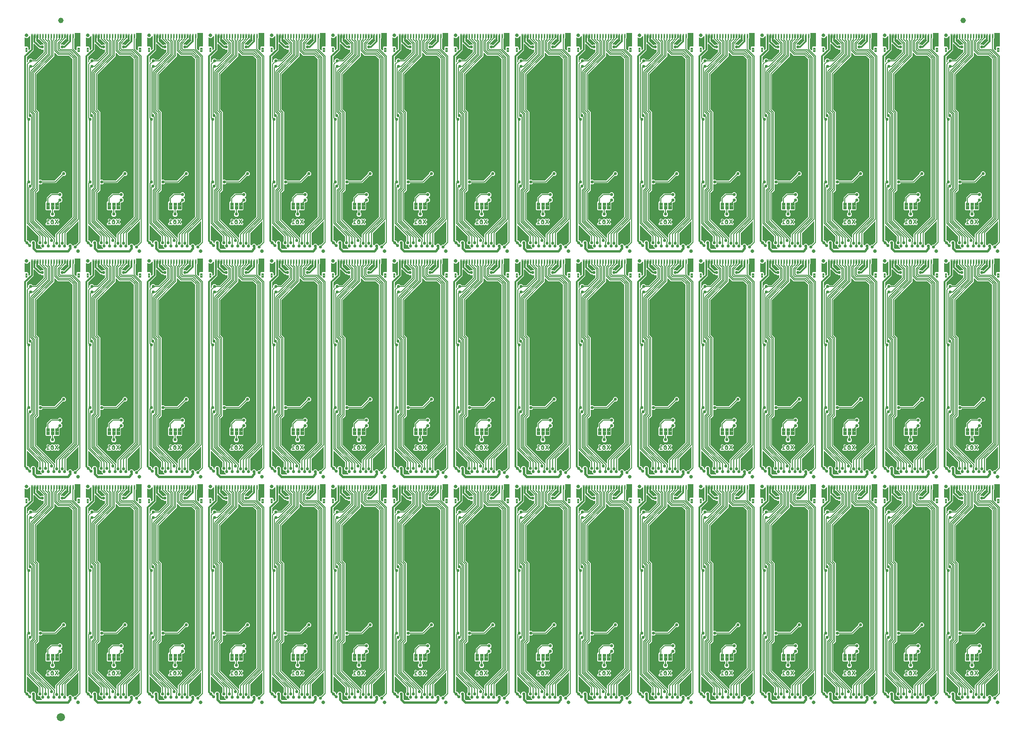
<source format=gbl>
G04 EAGLE Gerber RS-274X export*
G75*
%MOMM*%
%FSLAX34Y34*%
%LPD*%
%INBottom Copper*%
%IPPOS*%
%AMOC8*
5,1,8,0,0,1.08239X$1,22.5*%
G01*
%ADD10C,0.127000*%
%ADD11C,0.635000*%
%ADD12C,0.102000*%
%ADD13C,0.100000*%
%ADD14C,0.101600*%
%ADD15C,1.000000*%
%ADD16C,1.500000*%
%ADD17C,0.554000*%
%ADD18C,0.304800*%
%ADD19C,0.152400*%
%ADD20C,0.406400*%

G36*
X393025Y853860D02*
X393025Y853860D01*
X393054Y853859D01*
X393164Y853888D01*
X393275Y853910D01*
X393301Y853924D01*
X393329Y853931D01*
X393427Y853989D01*
X393527Y854041D01*
X393549Y854061D01*
X393574Y854076D01*
X393651Y854159D01*
X393733Y854237D01*
X393748Y854262D01*
X393768Y854284D01*
X393820Y854384D01*
X393877Y854482D01*
X393884Y854511D01*
X393898Y854537D01*
X393911Y854614D01*
X393947Y854758D01*
X393945Y854820D01*
X393953Y854868D01*
X393953Y860526D01*
X395590Y862163D01*
X425025Y891598D01*
X425077Y891668D01*
X425137Y891732D01*
X425163Y891781D01*
X425196Y891825D01*
X425227Y891907D01*
X425267Y891985D01*
X425275Y892032D01*
X425297Y892091D01*
X425309Y892238D01*
X425322Y892316D01*
X425322Y1178913D01*
X425310Y1178999D01*
X425307Y1179087D01*
X425290Y1179139D01*
X425282Y1179194D01*
X425247Y1179274D01*
X425220Y1179357D01*
X425192Y1179397D01*
X425166Y1179454D01*
X425070Y1179567D01*
X425025Y1179631D01*
X419004Y1185652D01*
X418934Y1185704D01*
X418870Y1185764D01*
X418821Y1185790D01*
X418776Y1185823D01*
X418695Y1185854D01*
X418617Y1185894D01*
X418569Y1185902D01*
X418511Y1185924D01*
X418363Y1185936D01*
X418286Y1185949D01*
X398457Y1185949D01*
X396820Y1187586D01*
X393897Y1190509D01*
X393873Y1190527D01*
X393854Y1190549D01*
X393760Y1190612D01*
X393670Y1190680D01*
X393642Y1190690D01*
X393618Y1190707D01*
X393510Y1190741D01*
X393404Y1190781D01*
X393375Y1190784D01*
X393347Y1190792D01*
X393233Y1190795D01*
X393121Y1190805D01*
X393092Y1190799D01*
X393063Y1190800D01*
X392953Y1190771D01*
X392842Y1190749D01*
X392816Y1190735D01*
X392788Y1190728D01*
X392690Y1190670D01*
X392590Y1190618D01*
X392568Y1190598D01*
X392543Y1190583D01*
X392466Y1190500D01*
X392384Y1190422D01*
X392369Y1190397D01*
X392349Y1190375D01*
X392297Y1190274D01*
X392240Y1190177D01*
X392233Y1190148D01*
X392219Y1190122D01*
X392206Y1190045D01*
X392170Y1189901D01*
X392172Y1189839D01*
X392164Y1189791D01*
X392164Y1184848D01*
X359787Y1152472D01*
X359735Y1152402D01*
X359675Y1152338D01*
X359649Y1152289D01*
X359616Y1152244D01*
X359585Y1152163D01*
X359545Y1152085D01*
X359537Y1152037D01*
X359515Y1151979D01*
X359503Y1151831D01*
X359490Y1151754D01*
X359490Y1088235D01*
X359502Y1088149D01*
X359505Y1088061D01*
X359522Y1088009D01*
X359530Y1087954D01*
X359565Y1087874D01*
X359592Y1087791D01*
X359620Y1087751D01*
X359646Y1087694D01*
X359742Y1087581D01*
X359787Y1087517D01*
X364022Y1083282D01*
X364022Y960985D01*
X364030Y960927D01*
X364029Y960869D01*
X364050Y960787D01*
X364062Y960703D01*
X364086Y960650D01*
X364101Y960594D01*
X364144Y960521D01*
X364178Y960444D01*
X364216Y960399D01*
X364246Y960349D01*
X364308Y960291D01*
X364362Y960227D01*
X364411Y960195D01*
X364453Y960155D01*
X364528Y960116D01*
X364599Y960069D01*
X364654Y960052D01*
X364706Y960025D01*
X364774Y960014D01*
X364870Y959984D01*
X364969Y959981D01*
X365037Y959970D01*
X368316Y959970D01*
X370027Y958259D01*
X370097Y958207D01*
X370161Y958147D01*
X370210Y958121D01*
X370254Y958088D01*
X370336Y958057D01*
X370414Y958017D01*
X370461Y958009D01*
X370520Y957987D01*
X370668Y957975D01*
X370745Y957962D01*
X392332Y957962D01*
X392419Y957974D01*
X392506Y957977D01*
X392559Y957994D01*
X392614Y958002D01*
X392694Y958037D01*
X392777Y958064D01*
X392816Y958092D01*
X392873Y958118D01*
X392986Y958214D01*
X393050Y958259D01*
X404348Y969557D01*
X404400Y969627D01*
X404460Y969691D01*
X404486Y969740D01*
X404519Y969784D01*
X404550Y969866D01*
X404590Y969944D01*
X404598Y969991D01*
X404620Y970050D01*
X404632Y970197D01*
X404645Y970275D01*
X404645Y972694D01*
X407161Y975210D01*
X410719Y975210D01*
X413235Y972694D01*
X413235Y969136D01*
X410719Y966620D01*
X408300Y966620D01*
X408213Y966608D01*
X408126Y966605D01*
X408073Y966588D01*
X408018Y966580D01*
X407938Y966545D01*
X407855Y966518D01*
X407816Y966490D01*
X407759Y966464D01*
X407646Y966368D01*
X407582Y966323D01*
X394647Y953388D01*
X370745Y953388D01*
X370658Y953376D01*
X370571Y953373D01*
X370518Y953356D01*
X370463Y953348D01*
X370384Y953313D01*
X370300Y953286D01*
X370261Y953258D01*
X370204Y953232D01*
X370091Y953136D01*
X370027Y953091D01*
X368316Y951380D01*
X365037Y951380D01*
X364980Y951372D01*
X364921Y951374D01*
X364840Y951352D01*
X364756Y951340D01*
X364703Y951317D01*
X364646Y951302D01*
X364574Y951259D01*
X364497Y951224D01*
X364452Y951186D01*
X364402Y951157D01*
X364344Y951095D01*
X364280Y951041D01*
X364247Y950992D01*
X364207Y950949D01*
X364169Y950874D01*
X364122Y950804D01*
X364104Y950748D01*
X364078Y950696D01*
X364066Y950628D01*
X364036Y950533D01*
X364034Y950433D01*
X364022Y950365D01*
X364022Y940437D01*
X359660Y936075D01*
X359608Y936005D01*
X359548Y935941D01*
X359522Y935891D01*
X359489Y935847D01*
X359458Y935766D01*
X359418Y935688D01*
X359410Y935640D01*
X359388Y935582D01*
X359376Y935434D01*
X359363Y935357D01*
X359363Y887428D01*
X359375Y887341D01*
X359378Y887254D01*
X359395Y887201D01*
X359403Y887146D01*
X359438Y887066D01*
X359465Y886983D01*
X359493Y886944D01*
X359519Y886887D01*
X359615Y886774D01*
X359660Y886710D01*
X392220Y854150D01*
X392244Y854132D01*
X392263Y854110D01*
X392357Y854047D01*
X392447Y853979D01*
X392475Y853969D01*
X392499Y853952D01*
X392607Y853918D01*
X392713Y853878D01*
X392742Y853875D01*
X392770Y853866D01*
X392884Y853864D01*
X392996Y853854D01*
X393025Y853860D01*
G37*
G36*
X1622385Y442380D02*
X1622385Y442380D01*
X1622414Y442379D01*
X1622524Y442408D01*
X1622635Y442430D01*
X1622661Y442444D01*
X1622689Y442451D01*
X1622787Y442509D01*
X1622887Y442561D01*
X1622909Y442581D01*
X1622934Y442596D01*
X1623011Y442679D01*
X1623093Y442757D01*
X1623108Y442782D01*
X1623128Y442804D01*
X1623180Y442904D01*
X1623237Y443002D01*
X1623244Y443031D01*
X1623258Y443057D01*
X1623271Y443134D01*
X1623307Y443278D01*
X1623305Y443340D01*
X1623313Y443388D01*
X1623313Y449046D01*
X1624950Y450683D01*
X1654385Y480118D01*
X1654437Y480188D01*
X1654497Y480252D01*
X1654523Y480301D01*
X1654556Y480345D01*
X1654587Y480427D01*
X1654627Y480505D01*
X1654635Y480552D01*
X1654657Y480611D01*
X1654669Y480758D01*
X1654682Y480836D01*
X1654682Y767433D01*
X1654670Y767519D01*
X1654667Y767607D01*
X1654650Y767659D01*
X1654642Y767714D01*
X1654607Y767794D01*
X1654580Y767877D01*
X1654552Y767917D01*
X1654526Y767974D01*
X1654430Y768087D01*
X1654385Y768151D01*
X1648364Y774172D01*
X1648294Y774224D01*
X1648230Y774284D01*
X1648181Y774310D01*
X1648136Y774343D01*
X1648055Y774374D01*
X1647977Y774414D01*
X1647929Y774422D01*
X1647871Y774444D01*
X1647723Y774456D01*
X1647646Y774469D01*
X1627817Y774469D01*
X1626180Y776106D01*
X1623257Y779029D01*
X1623233Y779047D01*
X1623214Y779069D01*
X1623120Y779132D01*
X1623030Y779200D01*
X1623002Y779210D01*
X1622978Y779227D01*
X1622870Y779261D01*
X1622764Y779301D01*
X1622735Y779304D01*
X1622707Y779312D01*
X1622593Y779315D01*
X1622481Y779325D01*
X1622452Y779319D01*
X1622423Y779320D01*
X1622313Y779291D01*
X1622202Y779269D01*
X1622176Y779255D01*
X1622148Y779248D01*
X1622050Y779190D01*
X1621950Y779138D01*
X1621928Y779118D01*
X1621903Y779103D01*
X1621826Y779020D01*
X1621744Y778942D01*
X1621729Y778917D01*
X1621709Y778895D01*
X1621657Y778794D01*
X1621600Y778697D01*
X1621593Y778668D01*
X1621579Y778642D01*
X1621566Y778565D01*
X1621530Y778421D01*
X1621532Y778359D01*
X1621524Y778311D01*
X1621524Y773368D01*
X1589147Y740992D01*
X1589095Y740922D01*
X1589035Y740858D01*
X1589009Y740809D01*
X1588976Y740764D01*
X1588945Y740683D01*
X1588905Y740605D01*
X1588897Y740557D01*
X1588875Y740499D01*
X1588863Y740351D01*
X1588850Y740274D01*
X1588850Y676755D01*
X1588862Y676669D01*
X1588865Y676581D01*
X1588882Y676529D01*
X1588890Y676474D01*
X1588925Y676394D01*
X1588952Y676311D01*
X1588980Y676271D01*
X1589006Y676214D01*
X1589102Y676101D01*
X1589147Y676037D01*
X1593382Y671802D01*
X1593382Y549505D01*
X1593390Y549447D01*
X1593389Y549389D01*
X1593410Y549307D01*
X1593422Y549223D01*
X1593446Y549170D01*
X1593461Y549114D01*
X1593504Y549041D01*
X1593538Y548964D01*
X1593576Y548919D01*
X1593606Y548869D01*
X1593668Y548811D01*
X1593722Y548747D01*
X1593771Y548715D01*
X1593813Y548675D01*
X1593888Y548636D01*
X1593959Y548589D01*
X1594014Y548572D01*
X1594066Y548545D01*
X1594134Y548534D01*
X1594230Y548504D01*
X1594329Y548501D01*
X1594397Y548490D01*
X1597676Y548490D01*
X1599387Y546779D01*
X1599457Y546727D01*
X1599521Y546667D01*
X1599570Y546641D01*
X1599614Y546608D01*
X1599696Y546577D01*
X1599774Y546537D01*
X1599821Y546529D01*
X1599880Y546507D01*
X1600028Y546495D01*
X1600105Y546482D01*
X1621692Y546482D01*
X1621779Y546494D01*
X1621866Y546497D01*
X1621919Y546514D01*
X1621974Y546522D01*
X1622054Y546557D01*
X1622137Y546584D01*
X1622176Y546612D01*
X1622233Y546638D01*
X1622346Y546734D01*
X1622410Y546779D01*
X1633708Y558077D01*
X1633760Y558147D01*
X1633820Y558211D01*
X1633846Y558260D01*
X1633879Y558304D01*
X1633910Y558386D01*
X1633950Y558464D01*
X1633958Y558511D01*
X1633980Y558570D01*
X1633992Y558717D01*
X1634005Y558795D01*
X1634005Y561214D01*
X1636521Y563730D01*
X1640079Y563730D01*
X1642595Y561214D01*
X1642595Y557656D01*
X1640079Y555140D01*
X1637660Y555140D01*
X1637573Y555128D01*
X1637486Y555125D01*
X1637433Y555108D01*
X1637378Y555100D01*
X1637298Y555065D01*
X1637215Y555038D01*
X1637176Y555010D01*
X1637119Y554984D01*
X1637006Y554888D01*
X1636942Y554843D01*
X1624007Y541908D01*
X1600105Y541908D01*
X1600018Y541896D01*
X1599931Y541893D01*
X1599878Y541876D01*
X1599823Y541868D01*
X1599744Y541833D01*
X1599660Y541806D01*
X1599621Y541778D01*
X1599564Y541752D01*
X1599451Y541656D01*
X1599387Y541611D01*
X1597676Y539900D01*
X1594397Y539900D01*
X1594340Y539892D01*
X1594281Y539894D01*
X1594200Y539872D01*
X1594116Y539860D01*
X1594063Y539837D01*
X1594006Y539822D01*
X1593934Y539779D01*
X1593857Y539744D01*
X1593812Y539706D01*
X1593762Y539677D01*
X1593704Y539615D01*
X1593640Y539561D01*
X1593607Y539512D01*
X1593567Y539469D01*
X1593529Y539394D01*
X1593482Y539324D01*
X1593464Y539268D01*
X1593438Y539216D01*
X1593426Y539148D01*
X1593396Y539053D01*
X1593394Y538953D01*
X1593382Y538885D01*
X1593382Y528957D01*
X1589020Y524595D01*
X1588968Y524525D01*
X1588908Y524461D01*
X1588882Y524411D01*
X1588849Y524367D01*
X1588818Y524286D01*
X1588778Y524208D01*
X1588770Y524160D01*
X1588748Y524102D01*
X1588736Y523954D01*
X1588723Y523877D01*
X1588723Y475948D01*
X1588735Y475861D01*
X1588738Y475774D01*
X1588755Y475721D01*
X1588763Y475666D01*
X1588798Y475586D01*
X1588825Y475503D01*
X1588853Y475464D01*
X1588879Y475407D01*
X1588975Y475294D01*
X1589020Y475230D01*
X1621580Y442670D01*
X1621604Y442652D01*
X1621623Y442630D01*
X1621717Y442567D01*
X1621807Y442499D01*
X1621835Y442489D01*
X1621859Y442472D01*
X1621967Y442438D01*
X1622073Y442398D01*
X1622102Y442395D01*
X1622130Y442386D01*
X1622244Y442384D01*
X1622356Y442374D01*
X1622385Y442380D01*
G37*
G36*
X1287105Y853860D02*
X1287105Y853860D01*
X1287134Y853859D01*
X1287244Y853888D01*
X1287355Y853910D01*
X1287381Y853924D01*
X1287409Y853931D01*
X1287507Y853989D01*
X1287607Y854041D01*
X1287629Y854061D01*
X1287654Y854076D01*
X1287731Y854159D01*
X1287813Y854237D01*
X1287828Y854262D01*
X1287848Y854284D01*
X1287900Y854384D01*
X1287957Y854482D01*
X1287964Y854511D01*
X1287978Y854537D01*
X1287991Y854614D01*
X1288027Y854758D01*
X1288025Y854820D01*
X1288033Y854868D01*
X1288033Y860526D01*
X1319105Y891598D01*
X1319157Y891668D01*
X1319217Y891732D01*
X1319243Y891781D01*
X1319276Y891825D01*
X1319307Y891907D01*
X1319347Y891985D01*
X1319355Y892032D01*
X1319377Y892091D01*
X1319389Y892239D01*
X1319402Y892316D01*
X1319402Y1178913D01*
X1319390Y1178999D01*
X1319387Y1179087D01*
X1319370Y1179139D01*
X1319362Y1179194D01*
X1319327Y1179274D01*
X1319300Y1179357D01*
X1319272Y1179397D01*
X1319246Y1179454D01*
X1319150Y1179567D01*
X1319105Y1179631D01*
X1313084Y1185652D01*
X1313014Y1185704D01*
X1312950Y1185764D01*
X1312901Y1185790D01*
X1312856Y1185823D01*
X1312775Y1185854D01*
X1312697Y1185894D01*
X1312649Y1185902D01*
X1312591Y1185924D01*
X1312443Y1185936D01*
X1312366Y1185949D01*
X1292537Y1185949D01*
X1290900Y1187586D01*
X1287977Y1190509D01*
X1287953Y1190527D01*
X1287934Y1190549D01*
X1287840Y1190612D01*
X1287750Y1190680D01*
X1287722Y1190690D01*
X1287698Y1190707D01*
X1287590Y1190741D01*
X1287484Y1190781D01*
X1287455Y1190784D01*
X1287427Y1190792D01*
X1287313Y1190795D01*
X1287201Y1190805D01*
X1287172Y1190799D01*
X1287143Y1190800D01*
X1287033Y1190771D01*
X1286922Y1190749D01*
X1286896Y1190735D01*
X1286868Y1190728D01*
X1286770Y1190670D01*
X1286670Y1190618D01*
X1286648Y1190598D01*
X1286623Y1190583D01*
X1286546Y1190500D01*
X1286464Y1190422D01*
X1286449Y1190397D01*
X1286429Y1190375D01*
X1286377Y1190274D01*
X1286320Y1190177D01*
X1286313Y1190148D01*
X1286299Y1190122D01*
X1286286Y1190045D01*
X1286250Y1189901D01*
X1286252Y1189839D01*
X1286244Y1189791D01*
X1286244Y1184848D01*
X1253867Y1152472D01*
X1253815Y1152402D01*
X1253755Y1152338D01*
X1253729Y1152289D01*
X1253696Y1152244D01*
X1253665Y1152163D01*
X1253625Y1152085D01*
X1253617Y1152037D01*
X1253595Y1151979D01*
X1253583Y1151831D01*
X1253570Y1151754D01*
X1253570Y1088235D01*
X1253582Y1088149D01*
X1253585Y1088061D01*
X1253602Y1088009D01*
X1253610Y1087954D01*
X1253645Y1087874D01*
X1253672Y1087791D01*
X1253700Y1087751D01*
X1253726Y1087694D01*
X1253822Y1087581D01*
X1253867Y1087517D01*
X1258102Y1083282D01*
X1258102Y960985D01*
X1258110Y960927D01*
X1258109Y960869D01*
X1258130Y960787D01*
X1258142Y960703D01*
X1258166Y960650D01*
X1258181Y960594D01*
X1258224Y960521D01*
X1258258Y960444D01*
X1258296Y960399D01*
X1258326Y960349D01*
X1258388Y960291D01*
X1258442Y960227D01*
X1258491Y960195D01*
X1258533Y960155D01*
X1258608Y960116D01*
X1258679Y960069D01*
X1258734Y960052D01*
X1258786Y960025D01*
X1258854Y960014D01*
X1258950Y959984D01*
X1259049Y959981D01*
X1259117Y959970D01*
X1262396Y959970D01*
X1264107Y958259D01*
X1264177Y958207D01*
X1264241Y958147D01*
X1264290Y958121D01*
X1264334Y958088D01*
X1264416Y958057D01*
X1264494Y958017D01*
X1264541Y958009D01*
X1264600Y957987D01*
X1264748Y957975D01*
X1264825Y957962D01*
X1286412Y957962D01*
X1286499Y957974D01*
X1286586Y957977D01*
X1286639Y957994D01*
X1286694Y958002D01*
X1286774Y958037D01*
X1286857Y958064D01*
X1286896Y958092D01*
X1286953Y958118D01*
X1287066Y958214D01*
X1287130Y958259D01*
X1298428Y969557D01*
X1298480Y969627D01*
X1298540Y969691D01*
X1298566Y969740D01*
X1298599Y969784D01*
X1298630Y969866D01*
X1298670Y969944D01*
X1298678Y969991D01*
X1298700Y970050D01*
X1298712Y970197D01*
X1298725Y970275D01*
X1298725Y972694D01*
X1301241Y975210D01*
X1304799Y975210D01*
X1307315Y972694D01*
X1307315Y969136D01*
X1304799Y966620D01*
X1302380Y966620D01*
X1302293Y966608D01*
X1302206Y966605D01*
X1302153Y966588D01*
X1302098Y966580D01*
X1302018Y966545D01*
X1301935Y966518D01*
X1301896Y966490D01*
X1301839Y966464D01*
X1301726Y966368D01*
X1301662Y966323D01*
X1288727Y953388D01*
X1264825Y953388D01*
X1264738Y953376D01*
X1264651Y953373D01*
X1264598Y953356D01*
X1264543Y953348D01*
X1264464Y953313D01*
X1264380Y953286D01*
X1264341Y953258D01*
X1264284Y953232D01*
X1264171Y953136D01*
X1264107Y953091D01*
X1262396Y951380D01*
X1259117Y951380D01*
X1259060Y951372D01*
X1259001Y951374D01*
X1258920Y951352D01*
X1258836Y951340D01*
X1258783Y951317D01*
X1258726Y951302D01*
X1258654Y951259D01*
X1258577Y951224D01*
X1258532Y951186D01*
X1258482Y951157D01*
X1258424Y951095D01*
X1258360Y951041D01*
X1258327Y950992D01*
X1258287Y950949D01*
X1258249Y950874D01*
X1258202Y950804D01*
X1258184Y950748D01*
X1258158Y950696D01*
X1258146Y950628D01*
X1258116Y950533D01*
X1258114Y950433D01*
X1258102Y950365D01*
X1258102Y940437D01*
X1253740Y936075D01*
X1253688Y936005D01*
X1253628Y935941D01*
X1253602Y935891D01*
X1253569Y935847D01*
X1253538Y935766D01*
X1253498Y935688D01*
X1253490Y935640D01*
X1253468Y935582D01*
X1253456Y935434D01*
X1253443Y935357D01*
X1253443Y887428D01*
X1253455Y887341D01*
X1253458Y887254D01*
X1253475Y887201D01*
X1253483Y887146D01*
X1253518Y887066D01*
X1253545Y886983D01*
X1253573Y886944D01*
X1253599Y886887D01*
X1253695Y886774D01*
X1253740Y886710D01*
X1286300Y854150D01*
X1286324Y854132D01*
X1286343Y854110D01*
X1286437Y854047D01*
X1286527Y853979D01*
X1286555Y853969D01*
X1286579Y853952D01*
X1286687Y853918D01*
X1286793Y853878D01*
X1286822Y853875D01*
X1286850Y853866D01*
X1286964Y853864D01*
X1287076Y853854D01*
X1287105Y853860D01*
G37*
G36*
X281265Y30900D02*
X281265Y30900D01*
X281294Y30899D01*
X281404Y30928D01*
X281515Y30950D01*
X281541Y30964D01*
X281569Y30971D01*
X281667Y31029D01*
X281767Y31081D01*
X281789Y31101D01*
X281814Y31116D01*
X281891Y31199D01*
X281973Y31277D01*
X281988Y31302D01*
X282008Y31324D01*
X282060Y31424D01*
X282117Y31522D01*
X282124Y31551D01*
X282138Y31577D01*
X282151Y31654D01*
X282187Y31798D01*
X282185Y31860D01*
X282193Y31908D01*
X282193Y37566D01*
X313265Y68638D01*
X313317Y68708D01*
X313377Y68772D01*
X313403Y68821D01*
X313436Y68865D01*
X313467Y68947D01*
X313507Y69025D01*
X313515Y69072D01*
X313537Y69131D01*
X313549Y69279D01*
X313562Y69356D01*
X313562Y355953D01*
X313550Y356039D01*
X313547Y356127D01*
X313530Y356179D01*
X313522Y356234D01*
X313487Y356314D01*
X313460Y356397D01*
X313432Y356437D01*
X313406Y356494D01*
X313310Y356607D01*
X313265Y356671D01*
X307244Y362692D01*
X307174Y362744D01*
X307110Y362804D01*
X307061Y362830D01*
X307016Y362863D01*
X306935Y362894D01*
X306857Y362934D01*
X306809Y362942D01*
X306751Y362964D01*
X306603Y362976D01*
X306526Y362989D01*
X286697Y362989D01*
X285060Y364626D01*
X282137Y367549D01*
X282113Y367567D01*
X282094Y367589D01*
X282000Y367652D01*
X281910Y367720D01*
X281882Y367730D01*
X281858Y367747D01*
X281750Y367781D01*
X281644Y367821D01*
X281615Y367824D01*
X281587Y367832D01*
X281473Y367835D01*
X281361Y367845D01*
X281332Y367839D01*
X281303Y367840D01*
X281193Y367811D01*
X281082Y367789D01*
X281056Y367775D01*
X281028Y367768D01*
X280930Y367710D01*
X280830Y367658D01*
X280808Y367638D01*
X280783Y367623D01*
X280706Y367540D01*
X280624Y367462D01*
X280609Y367437D01*
X280589Y367415D01*
X280537Y367314D01*
X280480Y367217D01*
X280473Y367188D01*
X280459Y367162D01*
X280446Y367085D01*
X280410Y366941D01*
X280412Y366879D01*
X280404Y366831D01*
X280404Y361888D01*
X248027Y329512D01*
X247975Y329442D01*
X247915Y329378D01*
X247889Y329329D01*
X247856Y329284D01*
X247825Y329203D01*
X247785Y329125D01*
X247777Y329077D01*
X247755Y329019D01*
X247743Y328871D01*
X247730Y328794D01*
X247730Y265275D01*
X247742Y265189D01*
X247745Y265101D01*
X247762Y265049D01*
X247770Y264994D01*
X247805Y264914D01*
X247832Y264831D01*
X247860Y264791D01*
X247886Y264734D01*
X247982Y264621D01*
X248027Y264557D01*
X252262Y260322D01*
X252262Y138025D01*
X252270Y137967D01*
X252269Y137909D01*
X252290Y137827D01*
X252302Y137743D01*
X252326Y137690D01*
X252341Y137634D01*
X252384Y137561D01*
X252418Y137484D01*
X252456Y137439D01*
X252486Y137389D01*
X252548Y137331D01*
X252602Y137267D01*
X252651Y137235D01*
X252693Y137195D01*
X252768Y137156D01*
X252839Y137109D01*
X252894Y137092D01*
X252946Y137065D01*
X253014Y137054D01*
X253110Y137024D01*
X253209Y137021D01*
X253277Y137010D01*
X256556Y137010D01*
X258267Y135299D01*
X258337Y135247D01*
X258401Y135187D01*
X258450Y135161D01*
X258494Y135128D01*
X258576Y135097D01*
X258654Y135057D01*
X258701Y135049D01*
X258760Y135027D01*
X258908Y135015D01*
X258985Y135002D01*
X280572Y135002D01*
X280659Y135014D01*
X280746Y135017D01*
X280799Y135034D01*
X280854Y135042D01*
X280934Y135077D01*
X281017Y135104D01*
X281056Y135132D01*
X281113Y135158D01*
X281226Y135254D01*
X281290Y135299D01*
X292588Y146597D01*
X292640Y146667D01*
X292700Y146731D01*
X292726Y146780D01*
X292759Y146824D01*
X292790Y146906D01*
X292830Y146984D01*
X292838Y147031D01*
X292860Y147090D01*
X292872Y147237D01*
X292885Y147315D01*
X292885Y149734D01*
X295401Y152250D01*
X298959Y152250D01*
X301475Y149734D01*
X301475Y146176D01*
X298959Y143660D01*
X296540Y143660D01*
X296453Y143648D01*
X296366Y143645D01*
X296313Y143628D01*
X296258Y143620D01*
X296178Y143585D01*
X296095Y143558D01*
X296056Y143530D01*
X295999Y143504D01*
X295886Y143408D01*
X295822Y143363D01*
X282887Y130428D01*
X258985Y130428D01*
X258898Y130416D01*
X258811Y130413D01*
X258758Y130396D01*
X258703Y130388D01*
X258624Y130353D01*
X258540Y130326D01*
X258501Y130298D01*
X258444Y130272D01*
X258331Y130176D01*
X258267Y130131D01*
X256556Y128420D01*
X253277Y128420D01*
X253220Y128412D01*
X253161Y128414D01*
X253080Y128392D01*
X252996Y128380D01*
X252943Y128357D01*
X252886Y128342D01*
X252814Y128299D01*
X252737Y128264D01*
X252692Y128226D01*
X252642Y128197D01*
X252584Y128135D01*
X252520Y128081D01*
X252487Y128032D01*
X252447Y127989D01*
X252409Y127914D01*
X252362Y127844D01*
X252344Y127788D01*
X252318Y127736D01*
X252306Y127668D01*
X252276Y127573D01*
X252274Y127473D01*
X252262Y127405D01*
X252262Y117477D01*
X247900Y113115D01*
X247848Y113045D01*
X247788Y112981D01*
X247762Y112931D01*
X247729Y112887D01*
X247698Y112806D01*
X247658Y112728D01*
X247650Y112680D01*
X247628Y112622D01*
X247616Y112474D01*
X247603Y112397D01*
X247603Y64468D01*
X247615Y64381D01*
X247618Y64294D01*
X247635Y64241D01*
X247643Y64186D01*
X247678Y64106D01*
X247705Y64023D01*
X247733Y63984D01*
X247759Y63927D01*
X247855Y63814D01*
X247900Y63750D01*
X280460Y31190D01*
X280484Y31172D01*
X280503Y31150D01*
X280597Y31087D01*
X280687Y31019D01*
X280715Y31009D01*
X280739Y30992D01*
X280847Y30958D01*
X280953Y30918D01*
X280982Y30915D01*
X281010Y30906D01*
X281124Y30904D01*
X281236Y30894D01*
X281265Y30900D01*
G37*
G36*
X951825Y853860D02*
X951825Y853860D01*
X951854Y853859D01*
X951964Y853888D01*
X952075Y853910D01*
X952101Y853924D01*
X952129Y853931D01*
X952227Y853989D01*
X952327Y854041D01*
X952349Y854061D01*
X952374Y854076D01*
X952451Y854159D01*
X952533Y854237D01*
X952548Y854262D01*
X952568Y854284D01*
X952620Y854384D01*
X952677Y854482D01*
X952684Y854511D01*
X952698Y854537D01*
X952711Y854614D01*
X952747Y854758D01*
X952745Y854820D01*
X952753Y854868D01*
X952753Y860526D01*
X954390Y862163D01*
X983825Y891598D01*
X983877Y891668D01*
X983937Y891732D01*
X983963Y891781D01*
X983996Y891825D01*
X984027Y891907D01*
X984067Y891985D01*
X984075Y892032D01*
X984097Y892091D01*
X984109Y892239D01*
X984122Y892316D01*
X984122Y1178913D01*
X984110Y1178999D01*
X984107Y1179087D01*
X984090Y1179139D01*
X984082Y1179194D01*
X984047Y1179274D01*
X984020Y1179357D01*
X983992Y1179397D01*
X983966Y1179454D01*
X983870Y1179567D01*
X983825Y1179631D01*
X977804Y1185652D01*
X977734Y1185704D01*
X977670Y1185764D01*
X977621Y1185790D01*
X977576Y1185823D01*
X977495Y1185854D01*
X977417Y1185894D01*
X977369Y1185902D01*
X977311Y1185924D01*
X977163Y1185936D01*
X977086Y1185949D01*
X957257Y1185949D01*
X955620Y1187586D01*
X952697Y1190509D01*
X952673Y1190527D01*
X952654Y1190549D01*
X952560Y1190612D01*
X952470Y1190680D01*
X952442Y1190690D01*
X952418Y1190707D01*
X952310Y1190741D01*
X952204Y1190781D01*
X952175Y1190784D01*
X952147Y1190792D01*
X952033Y1190795D01*
X951921Y1190805D01*
X951892Y1190799D01*
X951863Y1190800D01*
X951753Y1190771D01*
X951642Y1190749D01*
X951616Y1190735D01*
X951588Y1190728D01*
X951490Y1190670D01*
X951390Y1190618D01*
X951368Y1190598D01*
X951343Y1190583D01*
X951266Y1190500D01*
X951184Y1190422D01*
X951169Y1190397D01*
X951149Y1190375D01*
X951097Y1190274D01*
X951040Y1190177D01*
X951033Y1190148D01*
X951019Y1190122D01*
X951006Y1190045D01*
X950970Y1189901D01*
X950972Y1189839D01*
X950964Y1189791D01*
X950964Y1184848D01*
X918587Y1152472D01*
X918535Y1152402D01*
X918475Y1152338D01*
X918449Y1152289D01*
X918416Y1152244D01*
X918385Y1152163D01*
X918345Y1152085D01*
X918337Y1152037D01*
X918315Y1151979D01*
X918303Y1151831D01*
X918290Y1151754D01*
X918290Y1088235D01*
X918302Y1088149D01*
X918305Y1088061D01*
X918322Y1088009D01*
X918330Y1087954D01*
X918365Y1087874D01*
X918392Y1087791D01*
X918420Y1087751D01*
X918446Y1087694D01*
X918542Y1087581D01*
X918587Y1087517D01*
X922822Y1083282D01*
X922822Y960985D01*
X922830Y960927D01*
X922829Y960869D01*
X922850Y960787D01*
X922862Y960703D01*
X922886Y960650D01*
X922901Y960594D01*
X922944Y960521D01*
X922978Y960444D01*
X923016Y960399D01*
X923046Y960349D01*
X923108Y960291D01*
X923162Y960227D01*
X923211Y960195D01*
X923253Y960155D01*
X923328Y960116D01*
X923399Y960069D01*
X923454Y960052D01*
X923506Y960025D01*
X923574Y960014D01*
X923670Y959984D01*
X923769Y959981D01*
X923837Y959970D01*
X927116Y959970D01*
X928827Y958259D01*
X928897Y958207D01*
X928961Y958147D01*
X929010Y958121D01*
X929054Y958088D01*
X929136Y958057D01*
X929214Y958017D01*
X929261Y958009D01*
X929320Y957987D01*
X929468Y957975D01*
X929545Y957962D01*
X951132Y957962D01*
X951219Y957974D01*
X951306Y957977D01*
X951359Y957994D01*
X951414Y958002D01*
X951494Y958037D01*
X951577Y958064D01*
X951616Y958092D01*
X951673Y958118D01*
X951786Y958214D01*
X951850Y958259D01*
X963148Y969557D01*
X963200Y969627D01*
X963260Y969691D01*
X963286Y969740D01*
X963319Y969784D01*
X963350Y969866D01*
X963390Y969944D01*
X963398Y969991D01*
X963420Y970050D01*
X963432Y970197D01*
X963445Y970275D01*
X963445Y972694D01*
X965961Y975210D01*
X969519Y975210D01*
X972035Y972694D01*
X972035Y969136D01*
X969519Y966620D01*
X967100Y966620D01*
X967013Y966608D01*
X966926Y966605D01*
X966873Y966588D01*
X966818Y966580D01*
X966738Y966545D01*
X966655Y966518D01*
X966616Y966490D01*
X966559Y966464D01*
X966446Y966368D01*
X966382Y966323D01*
X953447Y953388D01*
X929545Y953388D01*
X929458Y953376D01*
X929371Y953373D01*
X929318Y953356D01*
X929263Y953348D01*
X929184Y953313D01*
X929100Y953286D01*
X929061Y953258D01*
X929004Y953232D01*
X928891Y953136D01*
X928827Y953091D01*
X927116Y951380D01*
X923837Y951380D01*
X923780Y951372D01*
X923721Y951374D01*
X923640Y951352D01*
X923556Y951340D01*
X923503Y951317D01*
X923446Y951302D01*
X923374Y951259D01*
X923297Y951224D01*
X923252Y951186D01*
X923202Y951157D01*
X923144Y951095D01*
X923080Y951041D01*
X923047Y950992D01*
X923007Y950949D01*
X922969Y950874D01*
X922922Y950804D01*
X922904Y950748D01*
X922878Y950696D01*
X922866Y950628D01*
X922836Y950533D01*
X922834Y950433D01*
X922822Y950365D01*
X922822Y940437D01*
X918460Y936075D01*
X918408Y936005D01*
X918348Y935941D01*
X918322Y935891D01*
X918289Y935847D01*
X918258Y935766D01*
X918218Y935688D01*
X918210Y935640D01*
X918188Y935582D01*
X918176Y935434D01*
X918163Y935357D01*
X918163Y887428D01*
X918175Y887341D01*
X918178Y887254D01*
X918195Y887201D01*
X918203Y887146D01*
X918238Y887066D01*
X918265Y886983D01*
X918293Y886944D01*
X918319Y886887D01*
X918415Y886774D01*
X918460Y886710D01*
X951020Y854150D01*
X951044Y854132D01*
X951063Y854110D01*
X951157Y854047D01*
X951247Y853979D01*
X951275Y853969D01*
X951299Y853952D01*
X951407Y853918D01*
X951513Y853878D01*
X951542Y853875D01*
X951570Y853866D01*
X951684Y853864D01*
X951796Y853854D01*
X951825Y853860D01*
G37*
G36*
X1622385Y853860D02*
X1622385Y853860D01*
X1622414Y853859D01*
X1622524Y853888D01*
X1622635Y853910D01*
X1622661Y853924D01*
X1622689Y853931D01*
X1622787Y853989D01*
X1622887Y854041D01*
X1622909Y854061D01*
X1622934Y854076D01*
X1623011Y854159D01*
X1623093Y854237D01*
X1623108Y854262D01*
X1623128Y854284D01*
X1623180Y854384D01*
X1623237Y854482D01*
X1623244Y854511D01*
X1623258Y854537D01*
X1623271Y854614D01*
X1623307Y854758D01*
X1623305Y854820D01*
X1623313Y854868D01*
X1623313Y860526D01*
X1654385Y891598D01*
X1654437Y891668D01*
X1654497Y891732D01*
X1654523Y891781D01*
X1654556Y891825D01*
X1654587Y891907D01*
X1654627Y891985D01*
X1654635Y892032D01*
X1654657Y892091D01*
X1654669Y892239D01*
X1654682Y892316D01*
X1654682Y1178913D01*
X1654670Y1178999D01*
X1654667Y1179087D01*
X1654650Y1179139D01*
X1654642Y1179194D01*
X1654607Y1179274D01*
X1654580Y1179357D01*
X1654552Y1179397D01*
X1654526Y1179454D01*
X1654430Y1179567D01*
X1654385Y1179631D01*
X1648364Y1185652D01*
X1648294Y1185704D01*
X1648230Y1185764D01*
X1648181Y1185790D01*
X1648136Y1185823D01*
X1648055Y1185854D01*
X1647977Y1185894D01*
X1647929Y1185902D01*
X1647871Y1185924D01*
X1647723Y1185936D01*
X1647646Y1185949D01*
X1627817Y1185949D01*
X1626180Y1187586D01*
X1623257Y1190509D01*
X1623233Y1190527D01*
X1623214Y1190549D01*
X1623120Y1190612D01*
X1623030Y1190680D01*
X1623002Y1190690D01*
X1622978Y1190707D01*
X1622870Y1190741D01*
X1622764Y1190781D01*
X1622735Y1190784D01*
X1622707Y1190792D01*
X1622593Y1190795D01*
X1622481Y1190805D01*
X1622452Y1190799D01*
X1622423Y1190800D01*
X1622313Y1190771D01*
X1622202Y1190749D01*
X1622176Y1190735D01*
X1622148Y1190728D01*
X1622050Y1190670D01*
X1621950Y1190618D01*
X1621928Y1190598D01*
X1621903Y1190583D01*
X1621826Y1190500D01*
X1621744Y1190422D01*
X1621729Y1190397D01*
X1621709Y1190375D01*
X1621657Y1190274D01*
X1621600Y1190177D01*
X1621593Y1190148D01*
X1621579Y1190122D01*
X1621566Y1190045D01*
X1621530Y1189901D01*
X1621532Y1189839D01*
X1621524Y1189791D01*
X1621524Y1184848D01*
X1619887Y1183211D01*
X1589147Y1152472D01*
X1589095Y1152402D01*
X1589035Y1152338D01*
X1589009Y1152289D01*
X1588976Y1152244D01*
X1588945Y1152163D01*
X1588905Y1152085D01*
X1588897Y1152037D01*
X1588875Y1151979D01*
X1588863Y1151831D01*
X1588850Y1151754D01*
X1588850Y1088235D01*
X1588862Y1088149D01*
X1588865Y1088061D01*
X1588882Y1088009D01*
X1588890Y1087954D01*
X1588925Y1087874D01*
X1588952Y1087791D01*
X1588980Y1087751D01*
X1589006Y1087694D01*
X1589102Y1087581D01*
X1589147Y1087517D01*
X1593382Y1083282D01*
X1593382Y960985D01*
X1593390Y960927D01*
X1593389Y960869D01*
X1593410Y960787D01*
X1593422Y960703D01*
X1593446Y960650D01*
X1593461Y960594D01*
X1593504Y960521D01*
X1593538Y960444D01*
X1593576Y960399D01*
X1593606Y960349D01*
X1593668Y960291D01*
X1593722Y960227D01*
X1593771Y960195D01*
X1593813Y960155D01*
X1593888Y960116D01*
X1593959Y960069D01*
X1594014Y960052D01*
X1594066Y960025D01*
X1594134Y960014D01*
X1594230Y959984D01*
X1594329Y959981D01*
X1594397Y959970D01*
X1597676Y959970D01*
X1599387Y958259D01*
X1599457Y958207D01*
X1599521Y958147D01*
X1599570Y958121D01*
X1599614Y958088D01*
X1599696Y958057D01*
X1599774Y958017D01*
X1599821Y958009D01*
X1599880Y957987D01*
X1600028Y957975D01*
X1600105Y957962D01*
X1621692Y957962D01*
X1621779Y957974D01*
X1621866Y957977D01*
X1621919Y957994D01*
X1621974Y958002D01*
X1622054Y958037D01*
X1622137Y958064D01*
X1622176Y958092D01*
X1622233Y958118D01*
X1622346Y958214D01*
X1622410Y958259D01*
X1633708Y969557D01*
X1633760Y969627D01*
X1633820Y969691D01*
X1633846Y969740D01*
X1633879Y969784D01*
X1633910Y969866D01*
X1633950Y969944D01*
X1633958Y969991D01*
X1633980Y970050D01*
X1633992Y970197D01*
X1634005Y970275D01*
X1634005Y972694D01*
X1636521Y975210D01*
X1640079Y975210D01*
X1642595Y972694D01*
X1642595Y969136D01*
X1640079Y966620D01*
X1637660Y966620D01*
X1637573Y966608D01*
X1637486Y966605D01*
X1637433Y966588D01*
X1637378Y966580D01*
X1637298Y966545D01*
X1637215Y966518D01*
X1637176Y966490D01*
X1637119Y966464D01*
X1637006Y966368D01*
X1636942Y966323D01*
X1624007Y953388D01*
X1600105Y953388D01*
X1600018Y953376D01*
X1599931Y953373D01*
X1599878Y953356D01*
X1599823Y953348D01*
X1599744Y953313D01*
X1599660Y953286D01*
X1599621Y953258D01*
X1599564Y953232D01*
X1599451Y953136D01*
X1599387Y953091D01*
X1597676Y951380D01*
X1594397Y951380D01*
X1594340Y951372D01*
X1594281Y951374D01*
X1594200Y951352D01*
X1594116Y951340D01*
X1594063Y951317D01*
X1594006Y951302D01*
X1593934Y951259D01*
X1593857Y951224D01*
X1593812Y951186D01*
X1593762Y951157D01*
X1593704Y951095D01*
X1593640Y951041D01*
X1593607Y950992D01*
X1593567Y950949D01*
X1593529Y950874D01*
X1593482Y950804D01*
X1593464Y950748D01*
X1593438Y950696D01*
X1593426Y950628D01*
X1593396Y950533D01*
X1593394Y950433D01*
X1593382Y950365D01*
X1593382Y940437D01*
X1589020Y936075D01*
X1588968Y936005D01*
X1588908Y935941D01*
X1588882Y935891D01*
X1588849Y935847D01*
X1588818Y935766D01*
X1588778Y935688D01*
X1588770Y935640D01*
X1588748Y935582D01*
X1588736Y935434D01*
X1588723Y935357D01*
X1588723Y887428D01*
X1588735Y887341D01*
X1588738Y887254D01*
X1588755Y887201D01*
X1588763Y887146D01*
X1588798Y887066D01*
X1588825Y886983D01*
X1588853Y886944D01*
X1588879Y886887D01*
X1588975Y886774D01*
X1589020Y886710D01*
X1621580Y854150D01*
X1621604Y854132D01*
X1621623Y854110D01*
X1621717Y854047D01*
X1621807Y853979D01*
X1621835Y853969D01*
X1621859Y853952D01*
X1621967Y853918D01*
X1622073Y853878D01*
X1622102Y853875D01*
X1622130Y853866D01*
X1622244Y853864D01*
X1622356Y853854D01*
X1622385Y853860D01*
G37*
G36*
X616545Y30900D02*
X616545Y30900D01*
X616574Y30899D01*
X616684Y30928D01*
X616795Y30950D01*
X616821Y30964D01*
X616849Y30971D01*
X616947Y31029D01*
X617047Y31081D01*
X617069Y31101D01*
X617094Y31116D01*
X617171Y31199D01*
X617253Y31277D01*
X617268Y31302D01*
X617288Y31324D01*
X617340Y31424D01*
X617397Y31522D01*
X617404Y31551D01*
X617418Y31577D01*
X617431Y31654D01*
X617467Y31798D01*
X617465Y31860D01*
X617473Y31908D01*
X617473Y37566D01*
X648545Y68638D01*
X648597Y68708D01*
X648657Y68772D01*
X648683Y68821D01*
X648716Y68865D01*
X648747Y68947D01*
X648787Y69025D01*
X648795Y69072D01*
X648817Y69131D01*
X648829Y69279D01*
X648842Y69356D01*
X648842Y355953D01*
X648830Y356039D01*
X648827Y356127D01*
X648810Y356179D01*
X648802Y356234D01*
X648767Y356314D01*
X648740Y356397D01*
X648712Y356437D01*
X648686Y356494D01*
X648590Y356607D01*
X648545Y356671D01*
X642524Y362692D01*
X642454Y362744D01*
X642390Y362804D01*
X642341Y362830D01*
X642296Y362863D01*
X642215Y362894D01*
X642137Y362934D01*
X642089Y362942D01*
X642031Y362964D01*
X641883Y362976D01*
X641806Y362989D01*
X621977Y362989D01*
X620340Y364626D01*
X617417Y367549D01*
X617393Y367567D01*
X617374Y367589D01*
X617280Y367652D01*
X617190Y367720D01*
X617162Y367730D01*
X617138Y367747D01*
X617030Y367781D01*
X616924Y367821D01*
X616895Y367824D01*
X616867Y367832D01*
X616753Y367835D01*
X616641Y367845D01*
X616612Y367839D01*
X616583Y367840D01*
X616473Y367811D01*
X616362Y367789D01*
X616336Y367775D01*
X616308Y367768D01*
X616210Y367710D01*
X616110Y367658D01*
X616088Y367638D01*
X616063Y367623D01*
X615986Y367540D01*
X615904Y367462D01*
X615889Y367437D01*
X615869Y367415D01*
X615817Y367314D01*
X615760Y367217D01*
X615753Y367188D01*
X615739Y367162D01*
X615726Y367085D01*
X615690Y366941D01*
X615692Y366879D01*
X615684Y366831D01*
X615684Y361888D01*
X614047Y360251D01*
X583307Y329512D01*
X583255Y329442D01*
X583195Y329378D01*
X583169Y329329D01*
X583136Y329284D01*
X583105Y329203D01*
X583065Y329125D01*
X583057Y329077D01*
X583035Y329019D01*
X583023Y328871D01*
X583010Y328794D01*
X583010Y265275D01*
X583022Y265189D01*
X583025Y265101D01*
X583042Y265049D01*
X583050Y264994D01*
X583085Y264914D01*
X583112Y264831D01*
X583140Y264791D01*
X583166Y264734D01*
X583262Y264621D01*
X583307Y264557D01*
X587542Y260322D01*
X587542Y138025D01*
X587550Y137967D01*
X587549Y137909D01*
X587570Y137827D01*
X587582Y137743D01*
X587606Y137690D01*
X587621Y137634D01*
X587664Y137561D01*
X587698Y137484D01*
X587736Y137439D01*
X587766Y137389D01*
X587828Y137331D01*
X587882Y137267D01*
X587931Y137235D01*
X587973Y137195D01*
X588048Y137156D01*
X588119Y137109D01*
X588174Y137092D01*
X588226Y137065D01*
X588294Y137054D01*
X588390Y137024D01*
X588489Y137021D01*
X588557Y137010D01*
X591836Y137010D01*
X593547Y135299D01*
X593617Y135247D01*
X593681Y135187D01*
X593730Y135161D01*
X593774Y135128D01*
X593856Y135097D01*
X593934Y135057D01*
X593981Y135049D01*
X594040Y135027D01*
X594188Y135015D01*
X594265Y135002D01*
X615852Y135002D01*
X615939Y135014D01*
X616026Y135017D01*
X616079Y135034D01*
X616134Y135042D01*
X616214Y135077D01*
X616297Y135104D01*
X616336Y135132D01*
X616393Y135158D01*
X616506Y135254D01*
X616570Y135299D01*
X627868Y146597D01*
X627920Y146667D01*
X627980Y146731D01*
X628006Y146780D01*
X628039Y146824D01*
X628070Y146906D01*
X628110Y146984D01*
X628118Y147031D01*
X628140Y147090D01*
X628152Y147237D01*
X628165Y147315D01*
X628165Y149734D01*
X630681Y152250D01*
X634239Y152250D01*
X636755Y149734D01*
X636755Y146176D01*
X634239Y143660D01*
X631820Y143660D01*
X631733Y143648D01*
X631646Y143645D01*
X631593Y143628D01*
X631538Y143620D01*
X631458Y143585D01*
X631375Y143558D01*
X631336Y143530D01*
X631279Y143504D01*
X631166Y143408D01*
X631102Y143363D01*
X618167Y130428D01*
X594265Y130428D01*
X594178Y130416D01*
X594091Y130413D01*
X594038Y130396D01*
X593983Y130388D01*
X593904Y130353D01*
X593820Y130326D01*
X593781Y130298D01*
X593724Y130272D01*
X593611Y130176D01*
X593547Y130131D01*
X591836Y128420D01*
X588557Y128420D01*
X588500Y128412D01*
X588441Y128414D01*
X588360Y128392D01*
X588276Y128380D01*
X588223Y128357D01*
X588166Y128342D01*
X588094Y128299D01*
X588017Y128264D01*
X587972Y128226D01*
X587922Y128197D01*
X587864Y128135D01*
X587800Y128081D01*
X587767Y128032D01*
X587727Y127989D01*
X587689Y127914D01*
X587642Y127844D01*
X587624Y127788D01*
X587598Y127736D01*
X587586Y127668D01*
X587556Y127573D01*
X587554Y127473D01*
X587542Y127405D01*
X587542Y117477D01*
X583180Y113115D01*
X583128Y113045D01*
X583068Y112981D01*
X583042Y112931D01*
X583009Y112887D01*
X582978Y112806D01*
X582938Y112728D01*
X582930Y112680D01*
X582908Y112622D01*
X582896Y112474D01*
X582883Y112397D01*
X582883Y64468D01*
X582895Y64381D01*
X582898Y64294D01*
X582915Y64241D01*
X582923Y64186D01*
X582958Y64106D01*
X582985Y64023D01*
X583013Y63984D01*
X583039Y63927D01*
X583135Y63814D01*
X583180Y63750D01*
X615740Y31190D01*
X615764Y31172D01*
X615783Y31150D01*
X615877Y31087D01*
X615967Y31019D01*
X615995Y31009D01*
X616019Y30992D01*
X616127Y30958D01*
X616233Y30918D01*
X616262Y30915D01*
X616290Y30906D01*
X616404Y30904D01*
X616516Y30894D01*
X616545Y30900D01*
G37*
G36*
X1622385Y30900D02*
X1622385Y30900D01*
X1622414Y30899D01*
X1622524Y30928D01*
X1622635Y30950D01*
X1622661Y30964D01*
X1622689Y30971D01*
X1622787Y31029D01*
X1622887Y31081D01*
X1622909Y31101D01*
X1622934Y31116D01*
X1623011Y31199D01*
X1623093Y31277D01*
X1623108Y31302D01*
X1623128Y31324D01*
X1623180Y31424D01*
X1623237Y31522D01*
X1623244Y31551D01*
X1623258Y31577D01*
X1623271Y31654D01*
X1623307Y31798D01*
X1623305Y31860D01*
X1623313Y31908D01*
X1623313Y37566D01*
X1654385Y68638D01*
X1654437Y68708D01*
X1654497Y68772D01*
X1654523Y68821D01*
X1654556Y68865D01*
X1654587Y68947D01*
X1654627Y69025D01*
X1654635Y69072D01*
X1654657Y69131D01*
X1654669Y69279D01*
X1654682Y69356D01*
X1654682Y355953D01*
X1654670Y356039D01*
X1654667Y356127D01*
X1654650Y356179D01*
X1654642Y356234D01*
X1654607Y356314D01*
X1654580Y356397D01*
X1654552Y356437D01*
X1654526Y356494D01*
X1654430Y356607D01*
X1654385Y356671D01*
X1648364Y362692D01*
X1648294Y362744D01*
X1648230Y362804D01*
X1648181Y362830D01*
X1648136Y362863D01*
X1648055Y362894D01*
X1647977Y362934D01*
X1647929Y362942D01*
X1647871Y362964D01*
X1647723Y362976D01*
X1647646Y362989D01*
X1627817Y362989D01*
X1623257Y367549D01*
X1623233Y367567D01*
X1623214Y367589D01*
X1623120Y367652D01*
X1623030Y367720D01*
X1623002Y367730D01*
X1622978Y367747D01*
X1622870Y367781D01*
X1622764Y367821D01*
X1622735Y367824D01*
X1622707Y367832D01*
X1622593Y367835D01*
X1622481Y367845D01*
X1622452Y367839D01*
X1622423Y367840D01*
X1622313Y367811D01*
X1622202Y367789D01*
X1622176Y367775D01*
X1622148Y367768D01*
X1622050Y367710D01*
X1621950Y367658D01*
X1621928Y367638D01*
X1621903Y367623D01*
X1621826Y367540D01*
X1621744Y367462D01*
X1621729Y367437D01*
X1621709Y367415D01*
X1621657Y367314D01*
X1621600Y367217D01*
X1621593Y367188D01*
X1621579Y367162D01*
X1621566Y367085D01*
X1621530Y366941D01*
X1621532Y366879D01*
X1621524Y366831D01*
X1621524Y361888D01*
X1589147Y329512D01*
X1589095Y329442D01*
X1589035Y329378D01*
X1589009Y329329D01*
X1588976Y329284D01*
X1588945Y329203D01*
X1588905Y329125D01*
X1588897Y329077D01*
X1588875Y329019D01*
X1588863Y328871D01*
X1588850Y328794D01*
X1588850Y265275D01*
X1588862Y265189D01*
X1588865Y265101D01*
X1588882Y265049D01*
X1588890Y264994D01*
X1588925Y264914D01*
X1588952Y264831D01*
X1588980Y264791D01*
X1589006Y264734D01*
X1589102Y264621D01*
X1589147Y264557D01*
X1593382Y260322D01*
X1593382Y138025D01*
X1593390Y137967D01*
X1593389Y137909D01*
X1593410Y137827D01*
X1593422Y137743D01*
X1593446Y137690D01*
X1593461Y137634D01*
X1593504Y137561D01*
X1593538Y137484D01*
X1593576Y137439D01*
X1593606Y137389D01*
X1593668Y137331D01*
X1593722Y137267D01*
X1593771Y137235D01*
X1593813Y137195D01*
X1593888Y137156D01*
X1593959Y137109D01*
X1594014Y137092D01*
X1594066Y137065D01*
X1594134Y137054D01*
X1594230Y137024D01*
X1594329Y137021D01*
X1594397Y137010D01*
X1597676Y137010D01*
X1599387Y135299D01*
X1599457Y135247D01*
X1599521Y135187D01*
X1599570Y135161D01*
X1599614Y135128D01*
X1599696Y135097D01*
X1599774Y135057D01*
X1599821Y135049D01*
X1599880Y135027D01*
X1600028Y135015D01*
X1600105Y135002D01*
X1621692Y135002D01*
X1621779Y135014D01*
X1621866Y135017D01*
X1621919Y135034D01*
X1621974Y135042D01*
X1622054Y135077D01*
X1622137Y135104D01*
X1622176Y135132D01*
X1622233Y135158D01*
X1622346Y135254D01*
X1622410Y135299D01*
X1633708Y146597D01*
X1633760Y146667D01*
X1633820Y146731D01*
X1633846Y146780D01*
X1633879Y146824D01*
X1633910Y146906D01*
X1633950Y146984D01*
X1633958Y147031D01*
X1633980Y147090D01*
X1633992Y147237D01*
X1634005Y147315D01*
X1634005Y149734D01*
X1636521Y152250D01*
X1640079Y152250D01*
X1642595Y149734D01*
X1642595Y146176D01*
X1640079Y143660D01*
X1637660Y143660D01*
X1637573Y143648D01*
X1637486Y143645D01*
X1637433Y143628D01*
X1637378Y143620D01*
X1637298Y143585D01*
X1637215Y143558D01*
X1637176Y143530D01*
X1637119Y143504D01*
X1637006Y143408D01*
X1636942Y143363D01*
X1624007Y130428D01*
X1600105Y130428D01*
X1600018Y130416D01*
X1599931Y130413D01*
X1599878Y130396D01*
X1599823Y130388D01*
X1599744Y130353D01*
X1599660Y130326D01*
X1599621Y130298D01*
X1599564Y130272D01*
X1599451Y130176D01*
X1599387Y130131D01*
X1597676Y128420D01*
X1594397Y128420D01*
X1594340Y128412D01*
X1594281Y128414D01*
X1594200Y128392D01*
X1594116Y128380D01*
X1594063Y128357D01*
X1594006Y128342D01*
X1593934Y128299D01*
X1593857Y128264D01*
X1593812Y128226D01*
X1593762Y128197D01*
X1593704Y128135D01*
X1593640Y128081D01*
X1593607Y128032D01*
X1593567Y127989D01*
X1593529Y127914D01*
X1593482Y127844D01*
X1593464Y127788D01*
X1593438Y127736D01*
X1593426Y127668D01*
X1593396Y127573D01*
X1593394Y127473D01*
X1593382Y127405D01*
X1593382Y117477D01*
X1589020Y113115D01*
X1588968Y113045D01*
X1588908Y112981D01*
X1588882Y112931D01*
X1588849Y112887D01*
X1588818Y112806D01*
X1588778Y112728D01*
X1588770Y112680D01*
X1588748Y112622D01*
X1588736Y112474D01*
X1588723Y112397D01*
X1588723Y64468D01*
X1588735Y64381D01*
X1588738Y64294D01*
X1588755Y64241D01*
X1588763Y64186D01*
X1588798Y64106D01*
X1588825Y64023D01*
X1588853Y63984D01*
X1588879Y63927D01*
X1588975Y63814D01*
X1589020Y63750D01*
X1621580Y31190D01*
X1621604Y31172D01*
X1621623Y31150D01*
X1621717Y31087D01*
X1621807Y31019D01*
X1621835Y31009D01*
X1621859Y30992D01*
X1621967Y30958D01*
X1622073Y30918D01*
X1622102Y30915D01*
X1622130Y30906D01*
X1622244Y30904D01*
X1622356Y30894D01*
X1622385Y30900D01*
G37*
G36*
X728305Y853860D02*
X728305Y853860D01*
X728334Y853859D01*
X728444Y853888D01*
X728555Y853910D01*
X728581Y853924D01*
X728609Y853931D01*
X728707Y853989D01*
X728807Y854041D01*
X728829Y854061D01*
X728854Y854076D01*
X728931Y854159D01*
X729013Y854237D01*
X729028Y854262D01*
X729048Y854284D01*
X729100Y854384D01*
X729157Y854482D01*
X729164Y854511D01*
X729178Y854537D01*
X729191Y854614D01*
X729227Y854758D01*
X729225Y854820D01*
X729233Y854868D01*
X729233Y860526D01*
X760305Y891598D01*
X760357Y891668D01*
X760417Y891732D01*
X760443Y891781D01*
X760476Y891825D01*
X760507Y891907D01*
X760547Y891985D01*
X760555Y892032D01*
X760577Y892091D01*
X760589Y892239D01*
X760602Y892316D01*
X760602Y1178913D01*
X760590Y1178999D01*
X760587Y1179087D01*
X760570Y1179139D01*
X760562Y1179194D01*
X760527Y1179274D01*
X760500Y1179357D01*
X760472Y1179397D01*
X760446Y1179454D01*
X760350Y1179567D01*
X760305Y1179631D01*
X754284Y1185652D01*
X754214Y1185704D01*
X754150Y1185764D01*
X754101Y1185790D01*
X754056Y1185823D01*
X753975Y1185854D01*
X753897Y1185894D01*
X753849Y1185902D01*
X753791Y1185924D01*
X753643Y1185936D01*
X753566Y1185949D01*
X733737Y1185949D01*
X732100Y1187586D01*
X729177Y1190509D01*
X729153Y1190527D01*
X729134Y1190549D01*
X729040Y1190612D01*
X728950Y1190680D01*
X728922Y1190690D01*
X728898Y1190707D01*
X728790Y1190741D01*
X728684Y1190781D01*
X728655Y1190784D01*
X728627Y1190792D01*
X728513Y1190795D01*
X728401Y1190805D01*
X728372Y1190799D01*
X728343Y1190800D01*
X728233Y1190771D01*
X728122Y1190749D01*
X728096Y1190735D01*
X728068Y1190728D01*
X727970Y1190670D01*
X727870Y1190618D01*
X727848Y1190598D01*
X727823Y1190583D01*
X727746Y1190500D01*
X727664Y1190422D01*
X727649Y1190397D01*
X727629Y1190375D01*
X727577Y1190274D01*
X727520Y1190177D01*
X727513Y1190148D01*
X727499Y1190122D01*
X727486Y1190045D01*
X727450Y1189901D01*
X727452Y1189839D01*
X727444Y1189791D01*
X727444Y1184848D01*
X695067Y1152472D01*
X695015Y1152402D01*
X694955Y1152338D01*
X694929Y1152289D01*
X694896Y1152244D01*
X694865Y1152163D01*
X694825Y1152085D01*
X694817Y1152037D01*
X694795Y1151979D01*
X694783Y1151831D01*
X694770Y1151754D01*
X694770Y1088235D01*
X694782Y1088149D01*
X694785Y1088061D01*
X694802Y1088009D01*
X694810Y1087954D01*
X694845Y1087874D01*
X694872Y1087791D01*
X694900Y1087751D01*
X694926Y1087694D01*
X695022Y1087581D01*
X695067Y1087517D01*
X699302Y1083282D01*
X699302Y960985D01*
X699310Y960927D01*
X699309Y960869D01*
X699330Y960787D01*
X699342Y960703D01*
X699366Y960650D01*
X699381Y960594D01*
X699424Y960521D01*
X699458Y960444D01*
X699496Y960399D01*
X699526Y960349D01*
X699588Y960291D01*
X699642Y960227D01*
X699691Y960195D01*
X699733Y960155D01*
X699808Y960116D01*
X699879Y960069D01*
X699934Y960052D01*
X699986Y960025D01*
X700054Y960014D01*
X700150Y959984D01*
X700249Y959981D01*
X700317Y959970D01*
X703596Y959970D01*
X705307Y958259D01*
X705377Y958207D01*
X705441Y958147D01*
X705490Y958121D01*
X705534Y958088D01*
X705616Y958057D01*
X705694Y958017D01*
X705741Y958009D01*
X705800Y957987D01*
X705948Y957975D01*
X706025Y957962D01*
X727612Y957962D01*
X727699Y957974D01*
X727786Y957977D01*
X727839Y957994D01*
X727894Y958002D01*
X727974Y958037D01*
X728057Y958064D01*
X728096Y958092D01*
X728153Y958118D01*
X728266Y958214D01*
X728330Y958259D01*
X739628Y969557D01*
X739680Y969627D01*
X739740Y969691D01*
X739766Y969740D01*
X739799Y969784D01*
X739830Y969866D01*
X739870Y969944D01*
X739878Y969991D01*
X739900Y970050D01*
X739912Y970197D01*
X739925Y970275D01*
X739925Y972694D01*
X742441Y975210D01*
X745999Y975210D01*
X748515Y972694D01*
X748515Y969136D01*
X745999Y966620D01*
X743580Y966620D01*
X743493Y966608D01*
X743406Y966605D01*
X743353Y966588D01*
X743298Y966580D01*
X743218Y966545D01*
X743135Y966518D01*
X743096Y966490D01*
X743039Y966464D01*
X742926Y966368D01*
X742862Y966323D01*
X731564Y955025D01*
X729927Y953388D01*
X706025Y953388D01*
X705938Y953376D01*
X705851Y953373D01*
X705798Y953356D01*
X705743Y953348D01*
X705664Y953313D01*
X705580Y953286D01*
X705541Y953258D01*
X705484Y953232D01*
X705371Y953136D01*
X705307Y953091D01*
X703596Y951380D01*
X700317Y951380D01*
X700260Y951372D01*
X700201Y951374D01*
X700120Y951352D01*
X700036Y951340D01*
X699983Y951317D01*
X699926Y951302D01*
X699854Y951259D01*
X699777Y951224D01*
X699732Y951186D01*
X699682Y951157D01*
X699624Y951095D01*
X699560Y951041D01*
X699527Y950992D01*
X699487Y950949D01*
X699449Y950874D01*
X699402Y950804D01*
X699384Y950748D01*
X699358Y950696D01*
X699346Y950628D01*
X699316Y950533D01*
X699314Y950433D01*
X699302Y950365D01*
X699302Y940437D01*
X694940Y936075D01*
X694888Y936005D01*
X694828Y935941D01*
X694802Y935891D01*
X694769Y935847D01*
X694738Y935766D01*
X694698Y935688D01*
X694690Y935640D01*
X694668Y935582D01*
X694656Y935434D01*
X694643Y935357D01*
X694643Y887428D01*
X694655Y887341D01*
X694658Y887254D01*
X694675Y887201D01*
X694683Y887146D01*
X694718Y887066D01*
X694745Y886983D01*
X694773Y886944D01*
X694799Y886887D01*
X694895Y886774D01*
X694940Y886710D01*
X727500Y854150D01*
X727524Y854132D01*
X727543Y854110D01*
X727637Y854047D01*
X727727Y853979D01*
X727755Y853969D01*
X727779Y853952D01*
X727887Y853918D01*
X727993Y853878D01*
X728022Y853875D01*
X728050Y853866D01*
X728164Y853864D01*
X728276Y853854D01*
X728305Y853860D01*
G37*
G36*
X1063585Y30900D02*
X1063585Y30900D01*
X1063614Y30899D01*
X1063724Y30928D01*
X1063835Y30950D01*
X1063861Y30964D01*
X1063889Y30971D01*
X1063987Y31029D01*
X1064087Y31081D01*
X1064109Y31101D01*
X1064134Y31116D01*
X1064211Y31199D01*
X1064293Y31277D01*
X1064308Y31302D01*
X1064328Y31324D01*
X1064380Y31424D01*
X1064437Y31522D01*
X1064444Y31551D01*
X1064458Y31577D01*
X1064471Y31654D01*
X1064507Y31798D01*
X1064505Y31860D01*
X1064513Y31908D01*
X1064513Y37566D01*
X1095585Y68638D01*
X1095637Y68708D01*
X1095697Y68772D01*
X1095723Y68821D01*
X1095756Y68865D01*
X1095787Y68947D01*
X1095827Y69025D01*
X1095835Y69072D01*
X1095857Y69131D01*
X1095869Y69279D01*
X1095882Y69356D01*
X1095882Y355953D01*
X1095870Y356039D01*
X1095867Y356127D01*
X1095850Y356179D01*
X1095842Y356234D01*
X1095807Y356314D01*
X1095780Y356397D01*
X1095752Y356437D01*
X1095726Y356494D01*
X1095630Y356607D01*
X1095585Y356671D01*
X1089564Y362692D01*
X1089494Y362744D01*
X1089430Y362804D01*
X1089381Y362830D01*
X1089336Y362863D01*
X1089255Y362894D01*
X1089177Y362934D01*
X1089129Y362942D01*
X1089071Y362964D01*
X1088923Y362976D01*
X1088846Y362989D01*
X1069017Y362989D01*
X1067380Y364626D01*
X1064457Y367549D01*
X1064433Y367567D01*
X1064414Y367589D01*
X1064320Y367652D01*
X1064230Y367720D01*
X1064202Y367730D01*
X1064178Y367747D01*
X1064070Y367781D01*
X1063964Y367821D01*
X1063935Y367824D01*
X1063907Y367832D01*
X1063793Y367835D01*
X1063681Y367845D01*
X1063652Y367839D01*
X1063623Y367840D01*
X1063513Y367811D01*
X1063402Y367789D01*
X1063376Y367775D01*
X1063348Y367768D01*
X1063250Y367710D01*
X1063150Y367658D01*
X1063128Y367638D01*
X1063103Y367623D01*
X1063026Y367540D01*
X1062944Y367462D01*
X1062929Y367437D01*
X1062909Y367415D01*
X1062857Y367314D01*
X1062800Y367217D01*
X1062793Y367188D01*
X1062779Y367162D01*
X1062766Y367085D01*
X1062730Y366941D01*
X1062732Y366879D01*
X1062724Y366831D01*
X1062724Y361888D01*
X1030347Y329512D01*
X1030295Y329442D01*
X1030235Y329378D01*
X1030209Y329329D01*
X1030176Y329284D01*
X1030145Y329203D01*
X1030105Y329125D01*
X1030097Y329077D01*
X1030075Y329019D01*
X1030063Y328871D01*
X1030050Y328794D01*
X1030050Y265275D01*
X1030062Y265189D01*
X1030065Y265101D01*
X1030082Y265049D01*
X1030090Y264994D01*
X1030125Y264914D01*
X1030152Y264831D01*
X1030180Y264791D01*
X1030206Y264734D01*
X1030302Y264621D01*
X1030347Y264557D01*
X1034582Y260322D01*
X1034582Y138025D01*
X1034590Y137967D01*
X1034589Y137909D01*
X1034610Y137827D01*
X1034622Y137743D01*
X1034646Y137690D01*
X1034661Y137634D01*
X1034704Y137561D01*
X1034738Y137484D01*
X1034776Y137439D01*
X1034806Y137389D01*
X1034868Y137331D01*
X1034922Y137267D01*
X1034971Y137235D01*
X1035013Y137195D01*
X1035088Y137156D01*
X1035159Y137109D01*
X1035214Y137092D01*
X1035266Y137065D01*
X1035334Y137054D01*
X1035430Y137024D01*
X1035529Y137021D01*
X1035597Y137010D01*
X1038876Y137010D01*
X1040587Y135299D01*
X1040657Y135247D01*
X1040721Y135187D01*
X1040770Y135161D01*
X1040814Y135128D01*
X1040896Y135097D01*
X1040974Y135057D01*
X1041021Y135049D01*
X1041080Y135027D01*
X1041228Y135015D01*
X1041305Y135002D01*
X1062892Y135002D01*
X1062979Y135014D01*
X1063066Y135017D01*
X1063119Y135034D01*
X1063174Y135042D01*
X1063254Y135077D01*
X1063337Y135104D01*
X1063376Y135132D01*
X1063433Y135158D01*
X1063546Y135254D01*
X1063610Y135299D01*
X1074908Y146597D01*
X1074960Y146667D01*
X1075020Y146731D01*
X1075046Y146780D01*
X1075079Y146824D01*
X1075110Y146906D01*
X1075150Y146984D01*
X1075158Y147031D01*
X1075180Y147090D01*
X1075192Y147237D01*
X1075205Y147315D01*
X1075205Y149734D01*
X1077721Y152250D01*
X1081279Y152250D01*
X1083795Y149734D01*
X1083795Y146176D01*
X1081279Y143660D01*
X1078860Y143660D01*
X1078773Y143648D01*
X1078686Y143645D01*
X1078633Y143628D01*
X1078578Y143620D01*
X1078498Y143585D01*
X1078415Y143558D01*
X1078376Y143530D01*
X1078319Y143504D01*
X1078206Y143408D01*
X1078142Y143363D01*
X1065207Y130428D01*
X1041305Y130428D01*
X1041218Y130416D01*
X1041131Y130413D01*
X1041078Y130396D01*
X1041023Y130388D01*
X1040944Y130353D01*
X1040860Y130326D01*
X1040821Y130298D01*
X1040764Y130272D01*
X1040651Y130176D01*
X1040587Y130131D01*
X1038876Y128420D01*
X1035597Y128420D01*
X1035540Y128412D01*
X1035481Y128414D01*
X1035400Y128392D01*
X1035316Y128380D01*
X1035263Y128357D01*
X1035206Y128342D01*
X1035134Y128299D01*
X1035057Y128264D01*
X1035012Y128226D01*
X1034962Y128197D01*
X1034904Y128135D01*
X1034840Y128081D01*
X1034807Y128032D01*
X1034767Y127989D01*
X1034729Y127914D01*
X1034682Y127844D01*
X1034664Y127788D01*
X1034638Y127736D01*
X1034626Y127668D01*
X1034596Y127573D01*
X1034594Y127473D01*
X1034582Y127405D01*
X1034582Y117477D01*
X1030220Y113115D01*
X1030168Y113045D01*
X1030108Y112981D01*
X1030082Y112931D01*
X1030049Y112887D01*
X1030018Y112806D01*
X1029978Y112728D01*
X1029970Y112680D01*
X1029948Y112622D01*
X1029936Y112474D01*
X1029923Y112397D01*
X1029923Y64468D01*
X1029935Y64381D01*
X1029938Y64294D01*
X1029955Y64241D01*
X1029963Y64186D01*
X1029998Y64106D01*
X1030025Y64023D01*
X1030053Y63984D01*
X1030079Y63927D01*
X1030175Y63814D01*
X1030220Y63750D01*
X1062780Y31190D01*
X1062804Y31172D01*
X1062823Y31150D01*
X1062917Y31087D01*
X1063007Y31019D01*
X1063035Y31009D01*
X1063059Y30992D01*
X1063167Y30958D01*
X1063273Y30918D01*
X1063302Y30915D01*
X1063330Y30906D01*
X1063444Y30904D01*
X1063556Y30894D01*
X1063585Y30900D01*
G37*
G36*
X1175345Y30900D02*
X1175345Y30900D01*
X1175374Y30899D01*
X1175484Y30928D01*
X1175595Y30950D01*
X1175621Y30964D01*
X1175649Y30971D01*
X1175747Y31029D01*
X1175847Y31081D01*
X1175869Y31101D01*
X1175894Y31116D01*
X1175971Y31199D01*
X1176053Y31277D01*
X1176068Y31302D01*
X1176088Y31324D01*
X1176140Y31424D01*
X1176197Y31522D01*
X1176204Y31551D01*
X1176218Y31577D01*
X1176231Y31654D01*
X1176267Y31798D01*
X1176265Y31860D01*
X1176273Y31908D01*
X1176273Y37566D01*
X1207345Y68638D01*
X1207397Y68708D01*
X1207457Y68772D01*
X1207483Y68821D01*
X1207516Y68865D01*
X1207547Y68947D01*
X1207587Y69025D01*
X1207595Y69072D01*
X1207617Y69131D01*
X1207629Y69279D01*
X1207642Y69356D01*
X1207642Y355953D01*
X1207630Y356039D01*
X1207627Y356127D01*
X1207610Y356179D01*
X1207602Y356234D01*
X1207567Y356314D01*
X1207540Y356397D01*
X1207512Y356437D01*
X1207486Y356494D01*
X1207390Y356607D01*
X1207345Y356671D01*
X1201324Y362692D01*
X1201254Y362744D01*
X1201190Y362804D01*
X1201141Y362830D01*
X1201096Y362863D01*
X1201015Y362894D01*
X1200937Y362934D01*
X1200889Y362942D01*
X1200831Y362964D01*
X1200683Y362976D01*
X1200606Y362989D01*
X1180777Y362989D01*
X1179140Y364626D01*
X1176217Y367549D01*
X1176193Y367567D01*
X1176174Y367589D01*
X1176080Y367652D01*
X1175990Y367720D01*
X1175962Y367730D01*
X1175938Y367747D01*
X1175830Y367781D01*
X1175724Y367821D01*
X1175695Y367824D01*
X1175667Y367832D01*
X1175553Y367835D01*
X1175441Y367845D01*
X1175412Y367839D01*
X1175383Y367840D01*
X1175273Y367811D01*
X1175162Y367789D01*
X1175136Y367775D01*
X1175108Y367768D01*
X1175010Y367710D01*
X1174910Y367658D01*
X1174888Y367638D01*
X1174863Y367623D01*
X1174786Y367540D01*
X1174704Y367462D01*
X1174689Y367437D01*
X1174669Y367415D01*
X1174617Y367314D01*
X1174560Y367217D01*
X1174553Y367188D01*
X1174539Y367162D01*
X1174526Y367085D01*
X1174490Y366941D01*
X1174492Y366879D01*
X1174484Y366831D01*
X1174484Y361888D01*
X1142107Y329512D01*
X1142055Y329442D01*
X1141995Y329378D01*
X1141969Y329329D01*
X1141936Y329284D01*
X1141905Y329203D01*
X1141865Y329125D01*
X1141857Y329077D01*
X1141835Y329019D01*
X1141823Y328871D01*
X1141810Y328794D01*
X1141810Y265275D01*
X1141822Y265189D01*
X1141825Y265101D01*
X1141842Y265049D01*
X1141850Y264994D01*
X1141885Y264914D01*
X1141912Y264831D01*
X1141940Y264791D01*
X1141966Y264734D01*
X1142062Y264621D01*
X1142107Y264557D01*
X1146342Y260322D01*
X1146342Y138025D01*
X1146350Y137967D01*
X1146349Y137909D01*
X1146370Y137827D01*
X1146382Y137743D01*
X1146406Y137690D01*
X1146421Y137634D01*
X1146464Y137561D01*
X1146498Y137484D01*
X1146536Y137439D01*
X1146566Y137389D01*
X1146628Y137331D01*
X1146682Y137267D01*
X1146731Y137235D01*
X1146773Y137195D01*
X1146848Y137156D01*
X1146919Y137109D01*
X1146974Y137092D01*
X1147026Y137065D01*
X1147094Y137054D01*
X1147190Y137024D01*
X1147289Y137021D01*
X1147357Y137010D01*
X1150636Y137010D01*
X1152347Y135299D01*
X1152417Y135247D01*
X1152481Y135187D01*
X1152530Y135161D01*
X1152574Y135128D01*
X1152656Y135097D01*
X1152734Y135057D01*
X1152781Y135049D01*
X1152840Y135027D01*
X1152988Y135015D01*
X1153065Y135002D01*
X1174652Y135002D01*
X1174739Y135014D01*
X1174826Y135017D01*
X1174879Y135034D01*
X1174934Y135042D01*
X1175014Y135077D01*
X1175097Y135104D01*
X1175136Y135132D01*
X1175193Y135158D01*
X1175306Y135254D01*
X1175370Y135299D01*
X1186668Y146597D01*
X1186720Y146667D01*
X1186780Y146731D01*
X1186806Y146780D01*
X1186839Y146824D01*
X1186870Y146906D01*
X1186910Y146984D01*
X1186918Y147031D01*
X1186940Y147090D01*
X1186952Y147237D01*
X1186965Y147315D01*
X1186965Y149734D01*
X1189481Y152250D01*
X1193039Y152250D01*
X1195555Y149734D01*
X1195555Y146176D01*
X1193039Y143660D01*
X1190620Y143660D01*
X1190533Y143648D01*
X1190446Y143645D01*
X1190393Y143628D01*
X1190338Y143620D01*
X1190258Y143585D01*
X1190175Y143558D01*
X1190136Y143530D01*
X1190079Y143504D01*
X1189966Y143408D01*
X1189902Y143363D01*
X1176967Y130428D01*
X1153065Y130428D01*
X1152978Y130416D01*
X1152891Y130413D01*
X1152838Y130396D01*
X1152783Y130388D01*
X1152704Y130353D01*
X1152620Y130326D01*
X1152581Y130298D01*
X1152524Y130272D01*
X1152411Y130176D01*
X1152347Y130131D01*
X1150636Y128420D01*
X1147357Y128420D01*
X1147300Y128412D01*
X1147241Y128414D01*
X1147160Y128392D01*
X1147076Y128380D01*
X1147023Y128357D01*
X1146966Y128342D01*
X1146894Y128299D01*
X1146817Y128264D01*
X1146772Y128226D01*
X1146722Y128197D01*
X1146664Y128135D01*
X1146600Y128081D01*
X1146567Y128032D01*
X1146527Y127989D01*
X1146489Y127914D01*
X1146442Y127844D01*
X1146424Y127788D01*
X1146398Y127736D01*
X1146386Y127668D01*
X1146356Y127573D01*
X1146354Y127473D01*
X1146342Y127405D01*
X1146342Y117477D01*
X1141980Y113115D01*
X1141928Y113045D01*
X1141868Y112981D01*
X1141842Y112931D01*
X1141809Y112887D01*
X1141778Y112806D01*
X1141738Y112728D01*
X1141730Y112680D01*
X1141708Y112622D01*
X1141696Y112474D01*
X1141683Y112397D01*
X1141683Y64468D01*
X1141695Y64381D01*
X1141698Y64294D01*
X1141715Y64241D01*
X1141723Y64186D01*
X1141758Y64106D01*
X1141785Y64023D01*
X1141813Y63984D01*
X1141839Y63927D01*
X1141935Y63814D01*
X1141980Y63750D01*
X1174540Y31190D01*
X1174564Y31172D01*
X1174583Y31150D01*
X1174677Y31087D01*
X1174767Y31019D01*
X1174795Y31009D01*
X1174819Y30992D01*
X1174927Y30958D01*
X1175033Y30918D01*
X1175062Y30915D01*
X1175090Y30906D01*
X1175204Y30904D01*
X1175316Y30894D01*
X1175345Y30900D01*
G37*
G36*
X504785Y30900D02*
X504785Y30900D01*
X504814Y30899D01*
X504924Y30928D01*
X505035Y30950D01*
X505061Y30964D01*
X505089Y30971D01*
X505187Y31029D01*
X505287Y31081D01*
X505309Y31101D01*
X505334Y31116D01*
X505411Y31199D01*
X505493Y31277D01*
X505508Y31302D01*
X505528Y31324D01*
X505580Y31424D01*
X505637Y31522D01*
X505644Y31551D01*
X505658Y31577D01*
X505671Y31654D01*
X505707Y31798D01*
X505705Y31860D01*
X505713Y31908D01*
X505713Y37566D01*
X536785Y68638D01*
X536837Y68708D01*
X536897Y68772D01*
X536923Y68821D01*
X536956Y68865D01*
X536987Y68947D01*
X537027Y69025D01*
X537035Y69072D01*
X537057Y69131D01*
X537069Y69279D01*
X537082Y69356D01*
X537082Y355953D01*
X537070Y356039D01*
X537067Y356127D01*
X537050Y356179D01*
X537042Y356234D01*
X537007Y356314D01*
X536980Y356397D01*
X536952Y356437D01*
X536926Y356494D01*
X536830Y356607D01*
X536785Y356671D01*
X530764Y362692D01*
X530694Y362744D01*
X530630Y362804D01*
X530581Y362830D01*
X530536Y362863D01*
X530455Y362894D01*
X530377Y362934D01*
X530329Y362942D01*
X530271Y362964D01*
X530123Y362976D01*
X530046Y362989D01*
X510217Y362989D01*
X508580Y364626D01*
X505657Y367549D01*
X505633Y367567D01*
X505614Y367589D01*
X505520Y367652D01*
X505430Y367720D01*
X505402Y367730D01*
X505378Y367747D01*
X505270Y367781D01*
X505164Y367821D01*
X505135Y367824D01*
X505107Y367832D01*
X504993Y367835D01*
X504881Y367845D01*
X504852Y367839D01*
X504823Y367840D01*
X504713Y367811D01*
X504602Y367789D01*
X504576Y367775D01*
X504548Y367768D01*
X504450Y367710D01*
X504350Y367658D01*
X504328Y367638D01*
X504303Y367623D01*
X504226Y367540D01*
X504144Y367462D01*
X504129Y367437D01*
X504109Y367415D01*
X504057Y367314D01*
X504000Y367217D01*
X503993Y367188D01*
X503979Y367162D01*
X503966Y367085D01*
X503930Y366941D01*
X503932Y366879D01*
X503924Y366831D01*
X503924Y361888D01*
X471547Y329512D01*
X471495Y329442D01*
X471435Y329378D01*
X471409Y329329D01*
X471376Y329284D01*
X471345Y329203D01*
X471305Y329125D01*
X471297Y329077D01*
X471275Y329019D01*
X471263Y328871D01*
X471250Y328794D01*
X471250Y265275D01*
X471262Y265189D01*
X471265Y265101D01*
X471282Y265049D01*
X471290Y264994D01*
X471325Y264914D01*
X471352Y264831D01*
X471380Y264791D01*
X471406Y264734D01*
X471502Y264621D01*
X471547Y264557D01*
X475782Y260322D01*
X475782Y138025D01*
X475790Y137967D01*
X475789Y137909D01*
X475810Y137827D01*
X475822Y137743D01*
X475846Y137690D01*
X475861Y137634D01*
X475904Y137561D01*
X475938Y137484D01*
X475976Y137439D01*
X476006Y137389D01*
X476068Y137331D01*
X476122Y137267D01*
X476171Y137235D01*
X476213Y137195D01*
X476288Y137156D01*
X476359Y137109D01*
X476414Y137092D01*
X476466Y137065D01*
X476534Y137054D01*
X476630Y137024D01*
X476729Y137021D01*
X476797Y137010D01*
X480076Y137010D01*
X481787Y135299D01*
X481857Y135247D01*
X481921Y135187D01*
X481970Y135161D01*
X482014Y135128D01*
X482096Y135097D01*
X482174Y135057D01*
X482221Y135049D01*
X482280Y135027D01*
X482428Y135015D01*
X482505Y135002D01*
X504092Y135002D01*
X504179Y135014D01*
X504266Y135017D01*
X504319Y135034D01*
X504374Y135042D01*
X504454Y135077D01*
X504537Y135104D01*
X504576Y135132D01*
X504633Y135158D01*
X504746Y135254D01*
X504810Y135299D01*
X516108Y146597D01*
X516160Y146667D01*
X516220Y146731D01*
X516246Y146780D01*
X516279Y146824D01*
X516310Y146906D01*
X516350Y146984D01*
X516358Y147031D01*
X516380Y147090D01*
X516392Y147237D01*
X516405Y147315D01*
X516405Y149734D01*
X518921Y152250D01*
X522479Y152250D01*
X524995Y149734D01*
X524995Y146176D01*
X522479Y143660D01*
X520060Y143660D01*
X519973Y143648D01*
X519886Y143645D01*
X519833Y143628D01*
X519778Y143620D01*
X519698Y143585D01*
X519615Y143558D01*
X519576Y143530D01*
X519519Y143504D01*
X519406Y143408D01*
X519342Y143363D01*
X506407Y130428D01*
X482505Y130428D01*
X482418Y130416D01*
X482331Y130413D01*
X482278Y130396D01*
X482223Y130388D01*
X482144Y130353D01*
X482060Y130326D01*
X482021Y130298D01*
X481964Y130272D01*
X481851Y130176D01*
X481787Y130131D01*
X480076Y128420D01*
X476797Y128420D01*
X476740Y128412D01*
X476681Y128414D01*
X476600Y128392D01*
X476516Y128380D01*
X476463Y128357D01*
X476406Y128342D01*
X476334Y128299D01*
X476257Y128264D01*
X476212Y128226D01*
X476162Y128197D01*
X476104Y128135D01*
X476040Y128081D01*
X476007Y128032D01*
X475967Y127989D01*
X475929Y127914D01*
X475882Y127844D01*
X475864Y127788D01*
X475838Y127736D01*
X475826Y127668D01*
X475796Y127573D01*
X475794Y127473D01*
X475782Y127405D01*
X475782Y117477D01*
X471420Y113115D01*
X471368Y113045D01*
X471308Y112981D01*
X471282Y112931D01*
X471249Y112887D01*
X471218Y112806D01*
X471178Y112728D01*
X471170Y112680D01*
X471148Y112622D01*
X471136Y112474D01*
X471123Y112397D01*
X471123Y64468D01*
X471135Y64381D01*
X471138Y64294D01*
X471155Y64241D01*
X471163Y64186D01*
X471198Y64106D01*
X471225Y64023D01*
X471253Y63984D01*
X471279Y63927D01*
X471375Y63814D01*
X471420Y63750D01*
X503980Y31190D01*
X504004Y31172D01*
X504023Y31150D01*
X504117Y31087D01*
X504207Y31019D01*
X504235Y31009D01*
X504259Y30992D01*
X504367Y30958D01*
X504473Y30918D01*
X504502Y30915D01*
X504530Y30906D01*
X504644Y30904D01*
X504756Y30894D01*
X504785Y30900D01*
G37*
G36*
X504785Y442380D02*
X504785Y442380D01*
X504814Y442379D01*
X504924Y442408D01*
X505035Y442430D01*
X505061Y442444D01*
X505089Y442451D01*
X505187Y442509D01*
X505287Y442561D01*
X505309Y442581D01*
X505334Y442596D01*
X505411Y442679D01*
X505493Y442757D01*
X505508Y442782D01*
X505528Y442804D01*
X505580Y442904D01*
X505637Y443002D01*
X505644Y443031D01*
X505658Y443057D01*
X505671Y443134D01*
X505707Y443278D01*
X505705Y443340D01*
X505713Y443388D01*
X505713Y449046D01*
X536785Y480118D01*
X536837Y480188D01*
X536897Y480252D01*
X536923Y480301D01*
X536956Y480345D01*
X536987Y480427D01*
X537027Y480505D01*
X537035Y480552D01*
X537057Y480611D01*
X537069Y480759D01*
X537082Y480836D01*
X537082Y767433D01*
X537070Y767519D01*
X537067Y767607D01*
X537050Y767659D01*
X537042Y767714D01*
X537007Y767794D01*
X536980Y767877D01*
X536952Y767917D01*
X536926Y767974D01*
X536830Y768087D01*
X536785Y768151D01*
X530764Y774172D01*
X530694Y774224D01*
X530630Y774284D01*
X530581Y774310D01*
X530536Y774343D01*
X530455Y774374D01*
X530377Y774414D01*
X530329Y774422D01*
X530271Y774444D01*
X530123Y774456D01*
X530046Y774469D01*
X510217Y774469D01*
X508580Y776106D01*
X505657Y779029D01*
X505633Y779047D01*
X505614Y779069D01*
X505520Y779132D01*
X505430Y779200D01*
X505402Y779210D01*
X505378Y779227D01*
X505270Y779261D01*
X505164Y779301D01*
X505135Y779304D01*
X505107Y779312D01*
X504993Y779315D01*
X504881Y779325D01*
X504852Y779319D01*
X504823Y779320D01*
X504713Y779291D01*
X504602Y779269D01*
X504576Y779255D01*
X504548Y779248D01*
X504450Y779190D01*
X504350Y779138D01*
X504328Y779118D01*
X504303Y779103D01*
X504226Y779020D01*
X504144Y778942D01*
X504129Y778917D01*
X504109Y778895D01*
X504057Y778794D01*
X504000Y778697D01*
X503993Y778668D01*
X503979Y778642D01*
X503966Y778565D01*
X503930Y778421D01*
X503932Y778359D01*
X503924Y778311D01*
X503924Y773368D01*
X471547Y740992D01*
X471495Y740922D01*
X471435Y740858D01*
X471409Y740809D01*
X471376Y740764D01*
X471345Y740683D01*
X471305Y740605D01*
X471297Y740557D01*
X471275Y740499D01*
X471263Y740351D01*
X471250Y740274D01*
X471250Y676755D01*
X471262Y676669D01*
X471265Y676581D01*
X471282Y676529D01*
X471290Y676474D01*
X471325Y676394D01*
X471352Y676311D01*
X471380Y676271D01*
X471406Y676214D01*
X471502Y676101D01*
X471547Y676037D01*
X475782Y671802D01*
X475782Y549505D01*
X475790Y549447D01*
X475789Y549389D01*
X475810Y549307D01*
X475822Y549223D01*
X475846Y549170D01*
X475861Y549114D01*
X475904Y549041D01*
X475938Y548964D01*
X475976Y548919D01*
X476006Y548869D01*
X476068Y548811D01*
X476122Y548747D01*
X476171Y548715D01*
X476213Y548675D01*
X476288Y548636D01*
X476359Y548589D01*
X476414Y548572D01*
X476466Y548545D01*
X476534Y548534D01*
X476630Y548504D01*
X476729Y548501D01*
X476797Y548490D01*
X480076Y548490D01*
X481787Y546779D01*
X481857Y546727D01*
X481921Y546667D01*
X481970Y546641D01*
X482014Y546608D01*
X482096Y546577D01*
X482174Y546537D01*
X482221Y546529D01*
X482280Y546507D01*
X482428Y546495D01*
X482505Y546482D01*
X504092Y546482D01*
X504179Y546494D01*
X504266Y546497D01*
X504319Y546514D01*
X504374Y546522D01*
X504454Y546557D01*
X504537Y546584D01*
X504576Y546612D01*
X504633Y546638D01*
X504746Y546734D01*
X504810Y546779D01*
X516108Y558077D01*
X516160Y558147D01*
X516220Y558211D01*
X516246Y558260D01*
X516279Y558304D01*
X516310Y558386D01*
X516350Y558464D01*
X516358Y558511D01*
X516380Y558570D01*
X516392Y558717D01*
X516405Y558795D01*
X516405Y561214D01*
X518921Y563730D01*
X522479Y563730D01*
X524995Y561214D01*
X524995Y557656D01*
X522479Y555140D01*
X520060Y555140D01*
X519973Y555128D01*
X519886Y555125D01*
X519833Y555108D01*
X519778Y555100D01*
X519698Y555065D01*
X519615Y555038D01*
X519576Y555010D01*
X519519Y554984D01*
X519406Y554888D01*
X519342Y554843D01*
X506407Y541908D01*
X482505Y541908D01*
X482418Y541896D01*
X482331Y541893D01*
X482278Y541876D01*
X482223Y541868D01*
X482144Y541833D01*
X482060Y541806D01*
X482021Y541778D01*
X481964Y541752D01*
X481851Y541656D01*
X481787Y541611D01*
X480076Y539900D01*
X476797Y539900D01*
X476740Y539892D01*
X476681Y539894D01*
X476600Y539872D01*
X476516Y539860D01*
X476463Y539837D01*
X476406Y539822D01*
X476334Y539779D01*
X476257Y539744D01*
X476212Y539706D01*
X476162Y539677D01*
X476104Y539615D01*
X476040Y539561D01*
X476007Y539512D01*
X475967Y539469D01*
X475929Y539394D01*
X475882Y539324D01*
X475864Y539268D01*
X475838Y539216D01*
X475826Y539148D01*
X475796Y539053D01*
X475794Y538953D01*
X475782Y538885D01*
X475782Y528957D01*
X471420Y524595D01*
X471368Y524525D01*
X471308Y524461D01*
X471282Y524411D01*
X471249Y524367D01*
X471218Y524286D01*
X471178Y524208D01*
X471170Y524160D01*
X471148Y524102D01*
X471136Y523954D01*
X471123Y523877D01*
X471123Y475948D01*
X471135Y475861D01*
X471138Y475774D01*
X471155Y475721D01*
X471163Y475666D01*
X471198Y475586D01*
X471225Y475503D01*
X471253Y475464D01*
X471279Y475407D01*
X471375Y475294D01*
X471420Y475230D01*
X503980Y442670D01*
X504004Y442652D01*
X504023Y442630D01*
X504117Y442567D01*
X504207Y442499D01*
X504235Y442489D01*
X504259Y442472D01*
X504367Y442438D01*
X504473Y442398D01*
X504502Y442395D01*
X504530Y442386D01*
X504644Y442384D01*
X504756Y442374D01*
X504785Y442380D01*
G37*
G36*
X1510625Y853860D02*
X1510625Y853860D01*
X1510654Y853859D01*
X1510764Y853888D01*
X1510875Y853910D01*
X1510901Y853924D01*
X1510929Y853931D01*
X1511027Y853989D01*
X1511127Y854041D01*
X1511149Y854061D01*
X1511174Y854076D01*
X1511251Y854159D01*
X1511333Y854237D01*
X1511348Y854262D01*
X1511368Y854284D01*
X1511420Y854384D01*
X1511477Y854482D01*
X1511484Y854511D01*
X1511498Y854537D01*
X1511511Y854614D01*
X1511547Y854758D01*
X1511545Y854820D01*
X1511553Y854868D01*
X1511553Y860526D01*
X1542625Y891598D01*
X1542677Y891668D01*
X1542737Y891732D01*
X1542763Y891781D01*
X1542796Y891825D01*
X1542827Y891907D01*
X1542867Y891985D01*
X1542875Y892032D01*
X1542897Y892091D01*
X1542909Y892239D01*
X1542922Y892316D01*
X1542922Y1178913D01*
X1542910Y1178999D01*
X1542907Y1179087D01*
X1542890Y1179139D01*
X1542882Y1179194D01*
X1542847Y1179274D01*
X1542820Y1179357D01*
X1542792Y1179397D01*
X1542766Y1179454D01*
X1542670Y1179567D01*
X1542625Y1179631D01*
X1536604Y1185652D01*
X1536534Y1185704D01*
X1536470Y1185764D01*
X1536421Y1185790D01*
X1536376Y1185823D01*
X1536295Y1185854D01*
X1536217Y1185894D01*
X1536169Y1185902D01*
X1536111Y1185924D01*
X1535963Y1185936D01*
X1535886Y1185949D01*
X1516057Y1185949D01*
X1514420Y1187586D01*
X1511497Y1190509D01*
X1511473Y1190527D01*
X1511454Y1190549D01*
X1511360Y1190612D01*
X1511270Y1190680D01*
X1511242Y1190690D01*
X1511218Y1190707D01*
X1511110Y1190741D01*
X1511004Y1190781D01*
X1510975Y1190784D01*
X1510947Y1190792D01*
X1510833Y1190795D01*
X1510721Y1190805D01*
X1510692Y1190799D01*
X1510663Y1190800D01*
X1510553Y1190771D01*
X1510442Y1190749D01*
X1510416Y1190735D01*
X1510388Y1190728D01*
X1510290Y1190670D01*
X1510190Y1190618D01*
X1510168Y1190598D01*
X1510143Y1190583D01*
X1510066Y1190500D01*
X1509984Y1190422D01*
X1509969Y1190397D01*
X1509949Y1190375D01*
X1509897Y1190274D01*
X1509840Y1190177D01*
X1509833Y1190148D01*
X1509819Y1190122D01*
X1509806Y1190045D01*
X1509770Y1189901D01*
X1509772Y1189839D01*
X1509764Y1189791D01*
X1509764Y1184848D01*
X1477387Y1152472D01*
X1477335Y1152402D01*
X1477275Y1152338D01*
X1477249Y1152289D01*
X1477216Y1152244D01*
X1477185Y1152163D01*
X1477145Y1152085D01*
X1477137Y1152037D01*
X1477115Y1151979D01*
X1477103Y1151831D01*
X1477090Y1151754D01*
X1477090Y1088235D01*
X1477102Y1088149D01*
X1477105Y1088061D01*
X1477122Y1088009D01*
X1477130Y1087954D01*
X1477165Y1087874D01*
X1477192Y1087791D01*
X1477220Y1087751D01*
X1477246Y1087694D01*
X1477342Y1087581D01*
X1477387Y1087517D01*
X1481622Y1083282D01*
X1481622Y960985D01*
X1481630Y960927D01*
X1481629Y960869D01*
X1481650Y960787D01*
X1481662Y960703D01*
X1481686Y960650D01*
X1481701Y960594D01*
X1481744Y960521D01*
X1481778Y960444D01*
X1481816Y960399D01*
X1481846Y960349D01*
X1481908Y960291D01*
X1481962Y960227D01*
X1482011Y960195D01*
X1482053Y960155D01*
X1482128Y960116D01*
X1482199Y960069D01*
X1482254Y960052D01*
X1482306Y960025D01*
X1482374Y960014D01*
X1482470Y959984D01*
X1482569Y959981D01*
X1482637Y959970D01*
X1485916Y959970D01*
X1487627Y958259D01*
X1487697Y958207D01*
X1487761Y958147D01*
X1487810Y958121D01*
X1487854Y958088D01*
X1487936Y958057D01*
X1488014Y958017D01*
X1488061Y958009D01*
X1488120Y957987D01*
X1488268Y957975D01*
X1488345Y957962D01*
X1509932Y957962D01*
X1510019Y957974D01*
X1510106Y957977D01*
X1510159Y957994D01*
X1510214Y958002D01*
X1510294Y958037D01*
X1510377Y958064D01*
X1510416Y958092D01*
X1510473Y958118D01*
X1510586Y958214D01*
X1510650Y958259D01*
X1521948Y969557D01*
X1522000Y969627D01*
X1522060Y969691D01*
X1522086Y969740D01*
X1522119Y969784D01*
X1522150Y969866D01*
X1522190Y969944D01*
X1522198Y969991D01*
X1522220Y970050D01*
X1522232Y970197D01*
X1522245Y970275D01*
X1522245Y972694D01*
X1524761Y975210D01*
X1528319Y975210D01*
X1530835Y972694D01*
X1530835Y969136D01*
X1528319Y966620D01*
X1525900Y966620D01*
X1525813Y966608D01*
X1525726Y966605D01*
X1525673Y966588D01*
X1525618Y966580D01*
X1525538Y966545D01*
X1525455Y966518D01*
X1525416Y966490D01*
X1525359Y966464D01*
X1525246Y966368D01*
X1525182Y966323D01*
X1512247Y953388D01*
X1488345Y953388D01*
X1488258Y953376D01*
X1488171Y953373D01*
X1488118Y953356D01*
X1488063Y953348D01*
X1487984Y953313D01*
X1487900Y953286D01*
X1487861Y953258D01*
X1487804Y953232D01*
X1487691Y953136D01*
X1487627Y953091D01*
X1485916Y951380D01*
X1482637Y951380D01*
X1482580Y951372D01*
X1482521Y951374D01*
X1482440Y951352D01*
X1482356Y951340D01*
X1482303Y951317D01*
X1482246Y951302D01*
X1482174Y951259D01*
X1482097Y951224D01*
X1482052Y951186D01*
X1482002Y951157D01*
X1481944Y951095D01*
X1481880Y951041D01*
X1481847Y950992D01*
X1481807Y950949D01*
X1481769Y950874D01*
X1481722Y950804D01*
X1481704Y950748D01*
X1481678Y950696D01*
X1481666Y950628D01*
X1481636Y950533D01*
X1481634Y950433D01*
X1481622Y950365D01*
X1481622Y940437D01*
X1477260Y936075D01*
X1477208Y936005D01*
X1477148Y935941D01*
X1477122Y935891D01*
X1477089Y935847D01*
X1477058Y935766D01*
X1477018Y935688D01*
X1477010Y935640D01*
X1476988Y935582D01*
X1476976Y935434D01*
X1476963Y935357D01*
X1476963Y887428D01*
X1476975Y887341D01*
X1476978Y887254D01*
X1476995Y887201D01*
X1477003Y887146D01*
X1477038Y887066D01*
X1477065Y886983D01*
X1477093Y886944D01*
X1477119Y886887D01*
X1477215Y886774D01*
X1477260Y886710D01*
X1509820Y854150D01*
X1509844Y854132D01*
X1509863Y854110D01*
X1509957Y854047D01*
X1510047Y853979D01*
X1510075Y853969D01*
X1510099Y853952D01*
X1510207Y853918D01*
X1510313Y853878D01*
X1510342Y853875D01*
X1510370Y853866D01*
X1510484Y853864D01*
X1510596Y853854D01*
X1510625Y853860D01*
G37*
G36*
X1734145Y30900D02*
X1734145Y30900D01*
X1734174Y30899D01*
X1734284Y30928D01*
X1734395Y30950D01*
X1734421Y30964D01*
X1734449Y30971D01*
X1734547Y31029D01*
X1734647Y31081D01*
X1734669Y31101D01*
X1734694Y31116D01*
X1734771Y31199D01*
X1734853Y31277D01*
X1734868Y31302D01*
X1734888Y31324D01*
X1734940Y31424D01*
X1734997Y31522D01*
X1735004Y31551D01*
X1735018Y31577D01*
X1735031Y31654D01*
X1735067Y31798D01*
X1735065Y31860D01*
X1735073Y31908D01*
X1735073Y37566D01*
X1766145Y68638D01*
X1766197Y68708D01*
X1766257Y68772D01*
X1766283Y68821D01*
X1766316Y68865D01*
X1766347Y68947D01*
X1766387Y69025D01*
X1766395Y69072D01*
X1766417Y69131D01*
X1766429Y69279D01*
X1766442Y69356D01*
X1766442Y355953D01*
X1766430Y356039D01*
X1766427Y356127D01*
X1766410Y356179D01*
X1766402Y356234D01*
X1766367Y356314D01*
X1766340Y356397D01*
X1766312Y356437D01*
X1766286Y356494D01*
X1766190Y356607D01*
X1766145Y356671D01*
X1760124Y362692D01*
X1760054Y362744D01*
X1759990Y362804D01*
X1759941Y362830D01*
X1759896Y362863D01*
X1759815Y362894D01*
X1759737Y362934D01*
X1759689Y362942D01*
X1759631Y362964D01*
X1759483Y362976D01*
X1759406Y362989D01*
X1739577Y362989D01*
X1737940Y364626D01*
X1735017Y367549D01*
X1734993Y367567D01*
X1734974Y367589D01*
X1734880Y367652D01*
X1734790Y367720D01*
X1734762Y367730D01*
X1734738Y367747D01*
X1734630Y367781D01*
X1734524Y367821D01*
X1734495Y367824D01*
X1734467Y367832D01*
X1734353Y367835D01*
X1734241Y367845D01*
X1734212Y367839D01*
X1734183Y367840D01*
X1734073Y367811D01*
X1733962Y367789D01*
X1733936Y367775D01*
X1733908Y367768D01*
X1733810Y367710D01*
X1733710Y367658D01*
X1733688Y367638D01*
X1733663Y367623D01*
X1733586Y367540D01*
X1733504Y367462D01*
X1733489Y367437D01*
X1733469Y367415D01*
X1733417Y367314D01*
X1733360Y367217D01*
X1733353Y367188D01*
X1733339Y367162D01*
X1733326Y367085D01*
X1733290Y366941D01*
X1733292Y366879D01*
X1733284Y366831D01*
X1733284Y361888D01*
X1700907Y329512D01*
X1700855Y329442D01*
X1700795Y329378D01*
X1700769Y329329D01*
X1700736Y329284D01*
X1700705Y329203D01*
X1700665Y329125D01*
X1700657Y329077D01*
X1700635Y329019D01*
X1700623Y328871D01*
X1700610Y328794D01*
X1700610Y265275D01*
X1700622Y265189D01*
X1700625Y265101D01*
X1700642Y265049D01*
X1700650Y264994D01*
X1700685Y264914D01*
X1700712Y264831D01*
X1700740Y264791D01*
X1700766Y264734D01*
X1700862Y264621D01*
X1700907Y264557D01*
X1705142Y260322D01*
X1705142Y138025D01*
X1705150Y137967D01*
X1705149Y137909D01*
X1705170Y137827D01*
X1705182Y137743D01*
X1705206Y137690D01*
X1705221Y137634D01*
X1705264Y137561D01*
X1705298Y137484D01*
X1705336Y137439D01*
X1705366Y137389D01*
X1705428Y137331D01*
X1705482Y137267D01*
X1705531Y137235D01*
X1705573Y137195D01*
X1705648Y137156D01*
X1705719Y137109D01*
X1705774Y137092D01*
X1705826Y137065D01*
X1705894Y137054D01*
X1705990Y137024D01*
X1706089Y137021D01*
X1706157Y137010D01*
X1709436Y137010D01*
X1711147Y135299D01*
X1711217Y135247D01*
X1711281Y135187D01*
X1711330Y135161D01*
X1711374Y135128D01*
X1711456Y135097D01*
X1711534Y135057D01*
X1711581Y135049D01*
X1711640Y135027D01*
X1711788Y135015D01*
X1711865Y135002D01*
X1733452Y135002D01*
X1733539Y135014D01*
X1733626Y135017D01*
X1733679Y135034D01*
X1733734Y135042D01*
X1733814Y135077D01*
X1733897Y135104D01*
X1733936Y135132D01*
X1733993Y135158D01*
X1734106Y135254D01*
X1734170Y135299D01*
X1745468Y146597D01*
X1745520Y146667D01*
X1745580Y146731D01*
X1745606Y146780D01*
X1745639Y146824D01*
X1745670Y146906D01*
X1745710Y146984D01*
X1745718Y147031D01*
X1745740Y147090D01*
X1745752Y147237D01*
X1745765Y147315D01*
X1745765Y149734D01*
X1748281Y152250D01*
X1751839Y152250D01*
X1754355Y149734D01*
X1754355Y146176D01*
X1751839Y143660D01*
X1749420Y143660D01*
X1749333Y143648D01*
X1749246Y143645D01*
X1749193Y143628D01*
X1749138Y143620D01*
X1749058Y143585D01*
X1748975Y143558D01*
X1748936Y143530D01*
X1748879Y143504D01*
X1748766Y143408D01*
X1748702Y143363D01*
X1735767Y130428D01*
X1711865Y130428D01*
X1711778Y130416D01*
X1711691Y130413D01*
X1711638Y130396D01*
X1711583Y130388D01*
X1711504Y130353D01*
X1711420Y130326D01*
X1711381Y130298D01*
X1711324Y130272D01*
X1711211Y130176D01*
X1711147Y130131D01*
X1709436Y128420D01*
X1706157Y128420D01*
X1706100Y128412D01*
X1706041Y128414D01*
X1705960Y128392D01*
X1705876Y128380D01*
X1705823Y128357D01*
X1705766Y128342D01*
X1705694Y128299D01*
X1705617Y128264D01*
X1705572Y128226D01*
X1705522Y128197D01*
X1705464Y128135D01*
X1705400Y128081D01*
X1705367Y128032D01*
X1705327Y127989D01*
X1705289Y127914D01*
X1705242Y127844D01*
X1705224Y127788D01*
X1705198Y127736D01*
X1705186Y127668D01*
X1705156Y127573D01*
X1705154Y127473D01*
X1705142Y127405D01*
X1705142Y117477D01*
X1700780Y113115D01*
X1700728Y113045D01*
X1700668Y112981D01*
X1700642Y112931D01*
X1700609Y112887D01*
X1700578Y112806D01*
X1700538Y112728D01*
X1700530Y112680D01*
X1700508Y112622D01*
X1700496Y112474D01*
X1700483Y112397D01*
X1700483Y64468D01*
X1700495Y64381D01*
X1700498Y64294D01*
X1700515Y64241D01*
X1700523Y64186D01*
X1700558Y64106D01*
X1700585Y64023D01*
X1700613Y63984D01*
X1700639Y63927D01*
X1700735Y63814D01*
X1700780Y63750D01*
X1733340Y31190D01*
X1733364Y31172D01*
X1733383Y31150D01*
X1733477Y31087D01*
X1733567Y31019D01*
X1733595Y31009D01*
X1733619Y30992D01*
X1733727Y30958D01*
X1733833Y30918D01*
X1733862Y30915D01*
X1733890Y30906D01*
X1734004Y30904D01*
X1734116Y30894D01*
X1734145Y30900D01*
G37*
G36*
X1063585Y442380D02*
X1063585Y442380D01*
X1063614Y442379D01*
X1063724Y442408D01*
X1063835Y442430D01*
X1063861Y442444D01*
X1063889Y442451D01*
X1063987Y442509D01*
X1064087Y442561D01*
X1064109Y442581D01*
X1064134Y442596D01*
X1064211Y442679D01*
X1064293Y442757D01*
X1064308Y442782D01*
X1064328Y442804D01*
X1064380Y442904D01*
X1064437Y443002D01*
X1064444Y443031D01*
X1064458Y443057D01*
X1064471Y443134D01*
X1064507Y443278D01*
X1064505Y443340D01*
X1064513Y443388D01*
X1064513Y449046D01*
X1095585Y480118D01*
X1095637Y480188D01*
X1095697Y480252D01*
X1095723Y480301D01*
X1095756Y480345D01*
X1095787Y480427D01*
X1095827Y480505D01*
X1095835Y480552D01*
X1095857Y480611D01*
X1095869Y480759D01*
X1095882Y480836D01*
X1095882Y767433D01*
X1095870Y767519D01*
X1095867Y767607D01*
X1095850Y767659D01*
X1095842Y767714D01*
X1095807Y767794D01*
X1095780Y767877D01*
X1095752Y767917D01*
X1095726Y767974D01*
X1095630Y768087D01*
X1095585Y768151D01*
X1089564Y774172D01*
X1089494Y774224D01*
X1089430Y774284D01*
X1089381Y774310D01*
X1089336Y774343D01*
X1089255Y774374D01*
X1089177Y774414D01*
X1089129Y774422D01*
X1089071Y774444D01*
X1088923Y774456D01*
X1088846Y774469D01*
X1069017Y774469D01*
X1067380Y776106D01*
X1064457Y779029D01*
X1064433Y779047D01*
X1064414Y779069D01*
X1064320Y779132D01*
X1064230Y779200D01*
X1064202Y779210D01*
X1064178Y779227D01*
X1064070Y779261D01*
X1063964Y779301D01*
X1063935Y779304D01*
X1063907Y779312D01*
X1063793Y779315D01*
X1063681Y779325D01*
X1063652Y779319D01*
X1063623Y779320D01*
X1063513Y779291D01*
X1063402Y779269D01*
X1063376Y779255D01*
X1063348Y779248D01*
X1063250Y779190D01*
X1063150Y779138D01*
X1063128Y779118D01*
X1063103Y779103D01*
X1063026Y779020D01*
X1062944Y778942D01*
X1062929Y778917D01*
X1062909Y778895D01*
X1062857Y778794D01*
X1062800Y778697D01*
X1062793Y778668D01*
X1062779Y778642D01*
X1062766Y778565D01*
X1062730Y778421D01*
X1062732Y778359D01*
X1062724Y778311D01*
X1062724Y773368D01*
X1030347Y740992D01*
X1030295Y740922D01*
X1030235Y740858D01*
X1030209Y740809D01*
X1030176Y740764D01*
X1030145Y740683D01*
X1030105Y740605D01*
X1030097Y740557D01*
X1030075Y740499D01*
X1030063Y740351D01*
X1030050Y740274D01*
X1030050Y676755D01*
X1030062Y676669D01*
X1030065Y676581D01*
X1030082Y676529D01*
X1030090Y676474D01*
X1030125Y676394D01*
X1030152Y676311D01*
X1030180Y676271D01*
X1030206Y676214D01*
X1030302Y676101D01*
X1030347Y676037D01*
X1034582Y671802D01*
X1034582Y549505D01*
X1034590Y549447D01*
X1034589Y549389D01*
X1034610Y549307D01*
X1034622Y549223D01*
X1034646Y549170D01*
X1034661Y549114D01*
X1034704Y549041D01*
X1034738Y548964D01*
X1034776Y548919D01*
X1034806Y548869D01*
X1034868Y548811D01*
X1034922Y548747D01*
X1034971Y548715D01*
X1035013Y548675D01*
X1035088Y548636D01*
X1035159Y548589D01*
X1035214Y548572D01*
X1035266Y548545D01*
X1035334Y548534D01*
X1035430Y548504D01*
X1035529Y548501D01*
X1035597Y548490D01*
X1038876Y548490D01*
X1040587Y546779D01*
X1040657Y546727D01*
X1040721Y546667D01*
X1040770Y546641D01*
X1040814Y546608D01*
X1040896Y546577D01*
X1040974Y546537D01*
X1041021Y546529D01*
X1041080Y546507D01*
X1041228Y546495D01*
X1041305Y546482D01*
X1062892Y546482D01*
X1062979Y546494D01*
X1063066Y546497D01*
X1063119Y546514D01*
X1063174Y546522D01*
X1063254Y546557D01*
X1063337Y546584D01*
X1063376Y546612D01*
X1063433Y546638D01*
X1063546Y546734D01*
X1063610Y546779D01*
X1074908Y558077D01*
X1074960Y558147D01*
X1075020Y558211D01*
X1075046Y558260D01*
X1075079Y558304D01*
X1075110Y558386D01*
X1075150Y558464D01*
X1075158Y558511D01*
X1075180Y558570D01*
X1075192Y558717D01*
X1075205Y558795D01*
X1075205Y561214D01*
X1077721Y563730D01*
X1081279Y563730D01*
X1083795Y561214D01*
X1083795Y557656D01*
X1081279Y555140D01*
X1078860Y555140D01*
X1078773Y555128D01*
X1078686Y555125D01*
X1078633Y555108D01*
X1078578Y555100D01*
X1078498Y555065D01*
X1078415Y555038D01*
X1078376Y555010D01*
X1078319Y554984D01*
X1078206Y554888D01*
X1078142Y554843D01*
X1065207Y541908D01*
X1041305Y541908D01*
X1041218Y541896D01*
X1041131Y541893D01*
X1041078Y541876D01*
X1041023Y541868D01*
X1040944Y541833D01*
X1040860Y541806D01*
X1040821Y541778D01*
X1040764Y541752D01*
X1040651Y541656D01*
X1040587Y541611D01*
X1038876Y539900D01*
X1035597Y539900D01*
X1035540Y539892D01*
X1035481Y539894D01*
X1035400Y539872D01*
X1035316Y539860D01*
X1035263Y539837D01*
X1035206Y539822D01*
X1035134Y539779D01*
X1035057Y539744D01*
X1035012Y539706D01*
X1034962Y539677D01*
X1034904Y539615D01*
X1034840Y539561D01*
X1034807Y539512D01*
X1034767Y539469D01*
X1034729Y539394D01*
X1034682Y539324D01*
X1034664Y539268D01*
X1034638Y539216D01*
X1034626Y539148D01*
X1034596Y539053D01*
X1034594Y538953D01*
X1034582Y538885D01*
X1034582Y528957D01*
X1030220Y524595D01*
X1030168Y524525D01*
X1030108Y524461D01*
X1030082Y524411D01*
X1030049Y524367D01*
X1030018Y524286D01*
X1029978Y524208D01*
X1029970Y524160D01*
X1029948Y524102D01*
X1029936Y523954D01*
X1029923Y523877D01*
X1029923Y475948D01*
X1029935Y475861D01*
X1029938Y475774D01*
X1029955Y475721D01*
X1029963Y475666D01*
X1029998Y475586D01*
X1030025Y475503D01*
X1030053Y475464D01*
X1030079Y475407D01*
X1030175Y475294D01*
X1030220Y475230D01*
X1062780Y442670D01*
X1062804Y442652D01*
X1062823Y442630D01*
X1062917Y442567D01*
X1063007Y442499D01*
X1063035Y442489D01*
X1063059Y442472D01*
X1063167Y442438D01*
X1063273Y442398D01*
X1063302Y442395D01*
X1063330Y442386D01*
X1063444Y442384D01*
X1063556Y442374D01*
X1063585Y442380D01*
G37*
G36*
X616545Y853860D02*
X616545Y853860D01*
X616574Y853859D01*
X616684Y853888D01*
X616795Y853910D01*
X616821Y853924D01*
X616849Y853931D01*
X616947Y853989D01*
X617047Y854041D01*
X617069Y854061D01*
X617094Y854076D01*
X617171Y854159D01*
X617253Y854237D01*
X617268Y854262D01*
X617288Y854284D01*
X617340Y854384D01*
X617397Y854482D01*
X617404Y854511D01*
X617418Y854537D01*
X617431Y854614D01*
X617467Y854758D01*
X617465Y854820D01*
X617473Y854868D01*
X617473Y860526D01*
X648545Y891598D01*
X648597Y891668D01*
X648657Y891732D01*
X648683Y891781D01*
X648716Y891825D01*
X648747Y891907D01*
X648787Y891985D01*
X648795Y892032D01*
X648817Y892091D01*
X648829Y892239D01*
X648842Y892316D01*
X648842Y1178913D01*
X648830Y1178999D01*
X648827Y1179087D01*
X648810Y1179139D01*
X648802Y1179194D01*
X648767Y1179274D01*
X648740Y1179357D01*
X648712Y1179397D01*
X648686Y1179454D01*
X648590Y1179567D01*
X648545Y1179631D01*
X642524Y1185652D01*
X642454Y1185704D01*
X642390Y1185764D01*
X642341Y1185790D01*
X642296Y1185823D01*
X642215Y1185854D01*
X642137Y1185894D01*
X642089Y1185902D01*
X642031Y1185924D01*
X641883Y1185936D01*
X641806Y1185949D01*
X621977Y1185949D01*
X620340Y1187586D01*
X617417Y1190509D01*
X617393Y1190527D01*
X617374Y1190549D01*
X617280Y1190612D01*
X617190Y1190680D01*
X617162Y1190690D01*
X617138Y1190707D01*
X617030Y1190741D01*
X616924Y1190781D01*
X616895Y1190784D01*
X616867Y1190792D01*
X616753Y1190795D01*
X616641Y1190805D01*
X616612Y1190799D01*
X616583Y1190800D01*
X616473Y1190771D01*
X616362Y1190749D01*
X616336Y1190735D01*
X616308Y1190728D01*
X616210Y1190670D01*
X616110Y1190618D01*
X616088Y1190598D01*
X616063Y1190583D01*
X615986Y1190500D01*
X615904Y1190422D01*
X615889Y1190397D01*
X615869Y1190375D01*
X615817Y1190274D01*
X615760Y1190177D01*
X615753Y1190148D01*
X615739Y1190122D01*
X615726Y1190045D01*
X615690Y1189901D01*
X615692Y1189839D01*
X615684Y1189791D01*
X615684Y1184848D01*
X583307Y1152472D01*
X583255Y1152402D01*
X583195Y1152338D01*
X583169Y1152289D01*
X583136Y1152244D01*
X583105Y1152163D01*
X583065Y1152085D01*
X583057Y1152037D01*
X583035Y1151979D01*
X583023Y1151831D01*
X583010Y1151754D01*
X583010Y1088235D01*
X583022Y1088149D01*
X583025Y1088061D01*
X583042Y1088009D01*
X583050Y1087954D01*
X583085Y1087874D01*
X583112Y1087791D01*
X583140Y1087751D01*
X583166Y1087694D01*
X583262Y1087581D01*
X583307Y1087517D01*
X587542Y1083282D01*
X587542Y960985D01*
X587550Y960927D01*
X587549Y960869D01*
X587570Y960787D01*
X587582Y960703D01*
X587606Y960650D01*
X587621Y960594D01*
X587664Y960521D01*
X587698Y960444D01*
X587736Y960399D01*
X587766Y960349D01*
X587828Y960291D01*
X587882Y960227D01*
X587931Y960195D01*
X587973Y960155D01*
X588048Y960116D01*
X588119Y960069D01*
X588174Y960052D01*
X588226Y960025D01*
X588294Y960014D01*
X588390Y959984D01*
X588489Y959981D01*
X588557Y959970D01*
X591836Y959970D01*
X593547Y958259D01*
X593617Y958207D01*
X593681Y958147D01*
X593730Y958121D01*
X593774Y958088D01*
X593856Y958057D01*
X593934Y958017D01*
X593981Y958009D01*
X594040Y957987D01*
X594188Y957975D01*
X594265Y957962D01*
X615852Y957962D01*
X615939Y957974D01*
X616026Y957977D01*
X616079Y957994D01*
X616134Y958002D01*
X616214Y958037D01*
X616297Y958064D01*
X616336Y958092D01*
X616393Y958118D01*
X616506Y958214D01*
X616570Y958259D01*
X627868Y969557D01*
X627920Y969627D01*
X627980Y969691D01*
X628006Y969740D01*
X628039Y969784D01*
X628070Y969866D01*
X628110Y969944D01*
X628118Y969991D01*
X628140Y970050D01*
X628152Y970197D01*
X628165Y970275D01*
X628165Y972694D01*
X630681Y975210D01*
X634239Y975210D01*
X636755Y972694D01*
X636755Y969136D01*
X634239Y966620D01*
X631820Y966620D01*
X631733Y966608D01*
X631646Y966605D01*
X631593Y966588D01*
X631538Y966580D01*
X631458Y966545D01*
X631375Y966518D01*
X631336Y966490D01*
X631279Y966464D01*
X631166Y966368D01*
X631102Y966323D01*
X618167Y953388D01*
X594265Y953388D01*
X594178Y953376D01*
X594091Y953373D01*
X594038Y953356D01*
X593983Y953348D01*
X593904Y953313D01*
X593820Y953286D01*
X593781Y953258D01*
X593724Y953232D01*
X593611Y953136D01*
X593547Y953091D01*
X591836Y951380D01*
X588557Y951380D01*
X588500Y951372D01*
X588441Y951374D01*
X588360Y951352D01*
X588276Y951340D01*
X588223Y951317D01*
X588166Y951302D01*
X588094Y951259D01*
X588017Y951224D01*
X587972Y951186D01*
X587922Y951157D01*
X587864Y951095D01*
X587800Y951041D01*
X587767Y950992D01*
X587727Y950949D01*
X587689Y950874D01*
X587642Y950804D01*
X587624Y950748D01*
X587598Y950696D01*
X587586Y950628D01*
X587556Y950533D01*
X587554Y950433D01*
X587542Y950365D01*
X587542Y940437D01*
X583180Y936075D01*
X583128Y936005D01*
X583068Y935941D01*
X583042Y935891D01*
X583009Y935847D01*
X582978Y935766D01*
X582938Y935688D01*
X582930Y935640D01*
X582908Y935582D01*
X582896Y935434D01*
X582883Y935357D01*
X582883Y887428D01*
X582895Y887341D01*
X582898Y887254D01*
X582915Y887201D01*
X582923Y887146D01*
X582958Y887066D01*
X582985Y886983D01*
X583013Y886944D01*
X583039Y886887D01*
X583135Y886774D01*
X583180Y886710D01*
X615740Y854150D01*
X615764Y854132D01*
X615783Y854110D01*
X615877Y854047D01*
X615967Y853979D01*
X615995Y853969D01*
X616019Y853952D01*
X616127Y853918D01*
X616233Y853878D01*
X616262Y853875D01*
X616290Y853866D01*
X616404Y853864D01*
X616516Y853854D01*
X616545Y853860D01*
G37*
G36*
X57745Y442380D02*
X57745Y442380D01*
X57774Y442379D01*
X57884Y442408D01*
X57995Y442430D01*
X58021Y442444D01*
X58049Y442451D01*
X58147Y442509D01*
X58247Y442561D01*
X58269Y442581D01*
X58294Y442596D01*
X58371Y442679D01*
X58453Y442757D01*
X58468Y442782D01*
X58488Y442804D01*
X58540Y442904D01*
X58597Y443002D01*
X58604Y443031D01*
X58618Y443057D01*
X58631Y443134D01*
X58667Y443278D01*
X58665Y443340D01*
X58673Y443388D01*
X58673Y449046D01*
X89745Y480118D01*
X89797Y480188D01*
X89857Y480252D01*
X89883Y480301D01*
X89916Y480345D01*
X89947Y480427D01*
X89987Y480505D01*
X89995Y480552D01*
X90017Y480611D01*
X90029Y480759D01*
X90042Y480836D01*
X90042Y767433D01*
X90030Y767519D01*
X90027Y767607D01*
X90010Y767659D01*
X90002Y767714D01*
X89967Y767794D01*
X89940Y767877D01*
X89912Y767917D01*
X89886Y767974D01*
X89790Y768087D01*
X89745Y768151D01*
X83724Y774172D01*
X83654Y774224D01*
X83590Y774284D01*
X83541Y774310D01*
X83496Y774343D01*
X83415Y774374D01*
X83337Y774414D01*
X83289Y774422D01*
X83231Y774444D01*
X83083Y774456D01*
X83006Y774469D01*
X63177Y774469D01*
X61540Y776106D01*
X58617Y779029D01*
X58593Y779047D01*
X58574Y779069D01*
X58480Y779132D01*
X58390Y779200D01*
X58362Y779210D01*
X58338Y779227D01*
X58230Y779261D01*
X58124Y779301D01*
X58095Y779304D01*
X58067Y779312D01*
X57953Y779315D01*
X57841Y779325D01*
X57812Y779319D01*
X57783Y779320D01*
X57673Y779291D01*
X57562Y779269D01*
X57536Y779255D01*
X57508Y779248D01*
X57410Y779190D01*
X57310Y779138D01*
X57288Y779118D01*
X57263Y779103D01*
X57186Y779020D01*
X57104Y778942D01*
X57089Y778917D01*
X57069Y778895D01*
X57017Y778794D01*
X56960Y778697D01*
X56953Y778668D01*
X56939Y778642D01*
X56926Y778565D01*
X56890Y778421D01*
X56892Y778359D01*
X56884Y778311D01*
X56884Y773368D01*
X24507Y740992D01*
X24455Y740922D01*
X24395Y740858D01*
X24369Y740809D01*
X24336Y740764D01*
X24305Y740683D01*
X24265Y740605D01*
X24257Y740557D01*
X24235Y740499D01*
X24223Y740351D01*
X24210Y740274D01*
X24210Y676755D01*
X24222Y676669D01*
X24225Y676581D01*
X24242Y676529D01*
X24250Y676474D01*
X24285Y676394D01*
X24312Y676311D01*
X24340Y676271D01*
X24366Y676214D01*
X24462Y676101D01*
X24507Y676037D01*
X27105Y673439D01*
X28742Y671802D01*
X28742Y549505D01*
X28750Y549447D01*
X28749Y549389D01*
X28770Y549307D01*
X28782Y549223D01*
X28806Y549170D01*
X28821Y549114D01*
X28864Y549041D01*
X28898Y548964D01*
X28936Y548919D01*
X28966Y548869D01*
X29028Y548811D01*
X29082Y548747D01*
X29131Y548715D01*
X29173Y548675D01*
X29248Y548636D01*
X29319Y548589D01*
X29374Y548572D01*
X29426Y548545D01*
X29494Y548534D01*
X29590Y548504D01*
X29689Y548501D01*
X29757Y548490D01*
X33036Y548490D01*
X34747Y546779D01*
X34817Y546727D01*
X34881Y546667D01*
X34930Y546641D01*
X34974Y546608D01*
X35056Y546577D01*
X35134Y546537D01*
X35181Y546529D01*
X35240Y546507D01*
X35388Y546495D01*
X35465Y546482D01*
X57052Y546482D01*
X57139Y546494D01*
X57226Y546497D01*
X57279Y546514D01*
X57334Y546522D01*
X57414Y546557D01*
X57497Y546584D01*
X57536Y546612D01*
X57593Y546638D01*
X57706Y546734D01*
X57770Y546779D01*
X69068Y558077D01*
X69120Y558147D01*
X69180Y558211D01*
X69206Y558260D01*
X69239Y558304D01*
X69270Y558386D01*
X69310Y558464D01*
X69318Y558511D01*
X69340Y558570D01*
X69352Y558717D01*
X69365Y558795D01*
X69365Y561214D01*
X71881Y563730D01*
X75439Y563730D01*
X77955Y561214D01*
X77955Y557656D01*
X75439Y555140D01*
X73020Y555140D01*
X72933Y555128D01*
X72846Y555125D01*
X72793Y555108D01*
X72738Y555100D01*
X72658Y555065D01*
X72575Y555038D01*
X72536Y555010D01*
X72479Y554984D01*
X72366Y554888D01*
X72302Y554843D01*
X59367Y541908D01*
X35465Y541908D01*
X35378Y541896D01*
X35291Y541893D01*
X35238Y541876D01*
X35183Y541868D01*
X35104Y541833D01*
X35020Y541806D01*
X34981Y541778D01*
X34924Y541752D01*
X34811Y541656D01*
X34747Y541611D01*
X33036Y539900D01*
X29757Y539900D01*
X29700Y539892D01*
X29641Y539894D01*
X29560Y539872D01*
X29476Y539860D01*
X29423Y539837D01*
X29366Y539822D01*
X29294Y539779D01*
X29217Y539744D01*
X29172Y539706D01*
X29122Y539677D01*
X29064Y539615D01*
X29000Y539561D01*
X28967Y539512D01*
X28927Y539469D01*
X28889Y539394D01*
X28842Y539324D01*
X28824Y539268D01*
X28798Y539216D01*
X28786Y539148D01*
X28756Y539053D01*
X28754Y538953D01*
X28742Y538885D01*
X28742Y528957D01*
X24380Y524595D01*
X24328Y524525D01*
X24268Y524461D01*
X24242Y524412D01*
X24209Y524367D01*
X24178Y524286D01*
X24138Y524208D01*
X24130Y524160D01*
X24108Y524102D01*
X24096Y523954D01*
X24083Y523877D01*
X24083Y475948D01*
X24095Y475861D01*
X24098Y475774D01*
X24115Y475721D01*
X24123Y475666D01*
X24158Y475586D01*
X24185Y475503D01*
X24213Y475464D01*
X24239Y475407D01*
X24335Y475294D01*
X24380Y475230D01*
X56940Y442670D01*
X56964Y442652D01*
X56983Y442630D01*
X57077Y442567D01*
X57167Y442499D01*
X57195Y442489D01*
X57219Y442472D01*
X57327Y442438D01*
X57433Y442398D01*
X57462Y442395D01*
X57490Y442386D01*
X57604Y442384D01*
X57716Y442374D01*
X57745Y442380D01*
G37*
G36*
X951825Y442380D02*
X951825Y442380D01*
X951854Y442379D01*
X951964Y442408D01*
X952075Y442430D01*
X952101Y442444D01*
X952129Y442451D01*
X952227Y442509D01*
X952327Y442561D01*
X952349Y442581D01*
X952374Y442596D01*
X952451Y442679D01*
X952533Y442757D01*
X952548Y442782D01*
X952568Y442804D01*
X952620Y442904D01*
X952677Y443002D01*
X952684Y443031D01*
X952698Y443057D01*
X952711Y443134D01*
X952747Y443278D01*
X952745Y443340D01*
X952753Y443388D01*
X952753Y449046D01*
X983825Y480118D01*
X983877Y480188D01*
X983937Y480252D01*
X983963Y480301D01*
X983996Y480345D01*
X984027Y480427D01*
X984067Y480505D01*
X984075Y480552D01*
X984097Y480611D01*
X984109Y480759D01*
X984122Y480836D01*
X984122Y767433D01*
X984110Y767519D01*
X984107Y767607D01*
X984090Y767659D01*
X984082Y767714D01*
X984047Y767794D01*
X984020Y767877D01*
X983992Y767917D01*
X983966Y767974D01*
X983870Y768087D01*
X983825Y768151D01*
X977804Y774172D01*
X977734Y774224D01*
X977670Y774284D01*
X977621Y774310D01*
X977576Y774343D01*
X977495Y774374D01*
X977417Y774414D01*
X977369Y774422D01*
X977311Y774444D01*
X977163Y774456D01*
X977086Y774469D01*
X957257Y774469D01*
X955620Y776106D01*
X952697Y779029D01*
X952673Y779047D01*
X952654Y779069D01*
X952560Y779132D01*
X952470Y779200D01*
X952442Y779210D01*
X952418Y779227D01*
X952310Y779261D01*
X952204Y779301D01*
X952175Y779304D01*
X952147Y779312D01*
X952033Y779315D01*
X951921Y779325D01*
X951892Y779319D01*
X951863Y779320D01*
X951753Y779291D01*
X951642Y779269D01*
X951616Y779255D01*
X951588Y779248D01*
X951490Y779190D01*
X951390Y779138D01*
X951368Y779118D01*
X951343Y779103D01*
X951266Y779020D01*
X951184Y778942D01*
X951169Y778917D01*
X951149Y778895D01*
X951097Y778794D01*
X951040Y778697D01*
X951033Y778668D01*
X951019Y778642D01*
X951006Y778565D01*
X950970Y778421D01*
X950972Y778359D01*
X950964Y778311D01*
X950964Y773368D01*
X918587Y740992D01*
X918535Y740922D01*
X918475Y740858D01*
X918449Y740809D01*
X918416Y740764D01*
X918385Y740683D01*
X918345Y740605D01*
X918337Y740557D01*
X918315Y740499D01*
X918303Y740351D01*
X918290Y740274D01*
X918290Y676755D01*
X918302Y676669D01*
X918305Y676581D01*
X918322Y676529D01*
X918330Y676474D01*
X918365Y676394D01*
X918392Y676311D01*
X918420Y676271D01*
X918446Y676214D01*
X918542Y676101D01*
X918587Y676037D01*
X922822Y671802D01*
X922822Y549505D01*
X922830Y549447D01*
X922829Y549389D01*
X922850Y549307D01*
X922862Y549223D01*
X922886Y549170D01*
X922901Y549114D01*
X922944Y549041D01*
X922978Y548964D01*
X923016Y548919D01*
X923046Y548869D01*
X923108Y548811D01*
X923162Y548747D01*
X923211Y548715D01*
X923253Y548675D01*
X923328Y548636D01*
X923399Y548589D01*
X923454Y548572D01*
X923506Y548545D01*
X923574Y548534D01*
X923670Y548504D01*
X923769Y548501D01*
X923837Y548490D01*
X927116Y548490D01*
X928827Y546779D01*
X928897Y546727D01*
X928961Y546667D01*
X929010Y546641D01*
X929054Y546608D01*
X929136Y546577D01*
X929214Y546537D01*
X929261Y546529D01*
X929320Y546507D01*
X929468Y546495D01*
X929545Y546482D01*
X951132Y546482D01*
X951219Y546494D01*
X951306Y546497D01*
X951359Y546514D01*
X951414Y546522D01*
X951494Y546557D01*
X951577Y546584D01*
X951616Y546612D01*
X951673Y546638D01*
X951786Y546734D01*
X951850Y546779D01*
X963148Y558077D01*
X963200Y558147D01*
X963260Y558211D01*
X963286Y558260D01*
X963319Y558304D01*
X963350Y558386D01*
X963390Y558464D01*
X963398Y558511D01*
X963420Y558570D01*
X963432Y558717D01*
X963445Y558795D01*
X963445Y561214D01*
X965961Y563730D01*
X969519Y563730D01*
X972035Y561214D01*
X972035Y557656D01*
X969519Y555140D01*
X967100Y555140D01*
X967013Y555128D01*
X966926Y555125D01*
X966873Y555108D01*
X966818Y555100D01*
X966738Y555065D01*
X966655Y555038D01*
X966616Y555010D01*
X966559Y554984D01*
X966446Y554888D01*
X966382Y554843D01*
X953447Y541908D01*
X929545Y541908D01*
X929458Y541896D01*
X929371Y541893D01*
X929318Y541876D01*
X929263Y541868D01*
X929184Y541833D01*
X929100Y541806D01*
X929061Y541778D01*
X929004Y541752D01*
X928891Y541656D01*
X928827Y541611D01*
X927116Y539900D01*
X923837Y539900D01*
X923780Y539892D01*
X923721Y539894D01*
X923640Y539872D01*
X923556Y539860D01*
X923503Y539837D01*
X923446Y539822D01*
X923374Y539779D01*
X923297Y539744D01*
X923252Y539706D01*
X923202Y539677D01*
X923144Y539615D01*
X923080Y539561D01*
X923047Y539512D01*
X923007Y539469D01*
X922969Y539394D01*
X922922Y539324D01*
X922904Y539268D01*
X922878Y539216D01*
X922866Y539148D01*
X922836Y539053D01*
X922834Y538953D01*
X922822Y538885D01*
X922822Y528957D01*
X918460Y524595D01*
X918408Y524525D01*
X918348Y524461D01*
X918322Y524411D01*
X918289Y524367D01*
X918258Y524286D01*
X918218Y524208D01*
X918210Y524160D01*
X918188Y524102D01*
X918176Y523954D01*
X918163Y523877D01*
X918163Y475948D01*
X918175Y475861D01*
X918178Y475774D01*
X918195Y475721D01*
X918203Y475666D01*
X918238Y475586D01*
X918265Y475503D01*
X918293Y475464D01*
X918319Y475407D01*
X918415Y475294D01*
X918460Y475230D01*
X951020Y442670D01*
X951044Y442652D01*
X951063Y442630D01*
X951157Y442567D01*
X951247Y442499D01*
X951275Y442489D01*
X951299Y442472D01*
X951407Y442438D01*
X951513Y442398D01*
X951542Y442395D01*
X951570Y442386D01*
X951684Y442384D01*
X951796Y442374D01*
X951825Y442380D01*
G37*
G36*
X393025Y442380D02*
X393025Y442380D01*
X393054Y442379D01*
X393164Y442408D01*
X393275Y442430D01*
X393301Y442444D01*
X393329Y442451D01*
X393427Y442509D01*
X393527Y442561D01*
X393549Y442581D01*
X393574Y442596D01*
X393651Y442679D01*
X393733Y442757D01*
X393748Y442782D01*
X393768Y442804D01*
X393820Y442904D01*
X393877Y443002D01*
X393884Y443031D01*
X393898Y443057D01*
X393911Y443134D01*
X393947Y443278D01*
X393945Y443340D01*
X393953Y443388D01*
X393953Y449046D01*
X425025Y480118D01*
X425077Y480188D01*
X425137Y480252D01*
X425163Y480301D01*
X425196Y480345D01*
X425227Y480427D01*
X425267Y480505D01*
X425275Y480552D01*
X425297Y480611D01*
X425309Y480759D01*
X425322Y480836D01*
X425322Y767433D01*
X425310Y767519D01*
X425307Y767607D01*
X425290Y767659D01*
X425282Y767714D01*
X425247Y767794D01*
X425220Y767877D01*
X425192Y767917D01*
X425166Y767974D01*
X425070Y768087D01*
X425025Y768151D01*
X419004Y774172D01*
X418934Y774224D01*
X418870Y774284D01*
X418821Y774310D01*
X418776Y774343D01*
X418695Y774374D01*
X418617Y774414D01*
X418569Y774422D01*
X418511Y774444D01*
X418363Y774456D01*
X418286Y774469D01*
X398457Y774469D01*
X396820Y776106D01*
X393897Y779029D01*
X393873Y779047D01*
X393854Y779069D01*
X393760Y779132D01*
X393670Y779200D01*
X393642Y779210D01*
X393618Y779227D01*
X393510Y779261D01*
X393404Y779301D01*
X393375Y779304D01*
X393347Y779312D01*
X393233Y779315D01*
X393121Y779325D01*
X393092Y779319D01*
X393063Y779320D01*
X392953Y779291D01*
X392842Y779269D01*
X392816Y779255D01*
X392788Y779248D01*
X392690Y779190D01*
X392590Y779138D01*
X392568Y779118D01*
X392543Y779103D01*
X392466Y779020D01*
X392384Y778942D01*
X392369Y778917D01*
X392349Y778895D01*
X392297Y778794D01*
X392240Y778697D01*
X392233Y778668D01*
X392219Y778642D01*
X392206Y778565D01*
X392170Y778421D01*
X392172Y778359D01*
X392164Y778311D01*
X392164Y773368D01*
X359787Y740992D01*
X359735Y740922D01*
X359675Y740858D01*
X359649Y740809D01*
X359616Y740764D01*
X359585Y740683D01*
X359545Y740605D01*
X359537Y740557D01*
X359515Y740499D01*
X359503Y740351D01*
X359490Y740274D01*
X359490Y676755D01*
X359502Y676669D01*
X359505Y676581D01*
X359522Y676529D01*
X359530Y676474D01*
X359565Y676394D01*
X359592Y676311D01*
X359620Y676271D01*
X359646Y676214D01*
X359742Y676101D01*
X359787Y676037D01*
X364022Y671802D01*
X364022Y549505D01*
X364030Y549447D01*
X364029Y549389D01*
X364050Y549307D01*
X364062Y549223D01*
X364086Y549170D01*
X364101Y549114D01*
X364144Y549041D01*
X364178Y548964D01*
X364216Y548919D01*
X364246Y548869D01*
X364308Y548811D01*
X364362Y548747D01*
X364411Y548715D01*
X364453Y548675D01*
X364528Y548636D01*
X364599Y548589D01*
X364654Y548572D01*
X364706Y548545D01*
X364774Y548534D01*
X364870Y548504D01*
X364969Y548501D01*
X365037Y548490D01*
X368316Y548490D01*
X370027Y546779D01*
X370097Y546727D01*
X370161Y546667D01*
X370210Y546641D01*
X370254Y546608D01*
X370336Y546577D01*
X370414Y546537D01*
X370461Y546529D01*
X370520Y546507D01*
X370668Y546495D01*
X370745Y546482D01*
X392332Y546482D01*
X392419Y546494D01*
X392506Y546497D01*
X392559Y546514D01*
X392614Y546522D01*
X392694Y546557D01*
X392777Y546584D01*
X392816Y546612D01*
X392873Y546638D01*
X392986Y546734D01*
X393050Y546779D01*
X404348Y558077D01*
X404400Y558147D01*
X404460Y558211D01*
X404486Y558260D01*
X404519Y558304D01*
X404550Y558386D01*
X404590Y558464D01*
X404598Y558511D01*
X404620Y558570D01*
X404632Y558717D01*
X404645Y558795D01*
X404645Y561214D01*
X407161Y563730D01*
X410719Y563730D01*
X413235Y561214D01*
X413235Y557656D01*
X410719Y555140D01*
X408300Y555140D01*
X408213Y555128D01*
X408126Y555125D01*
X408073Y555108D01*
X408018Y555100D01*
X407938Y555065D01*
X407855Y555038D01*
X407816Y555010D01*
X407759Y554984D01*
X407646Y554888D01*
X407582Y554843D01*
X394647Y541908D01*
X370745Y541908D01*
X370658Y541896D01*
X370571Y541893D01*
X370518Y541876D01*
X370463Y541868D01*
X370384Y541833D01*
X370300Y541806D01*
X370261Y541778D01*
X370204Y541752D01*
X370091Y541656D01*
X370027Y541611D01*
X368316Y539900D01*
X365037Y539900D01*
X364980Y539892D01*
X364921Y539894D01*
X364840Y539872D01*
X364756Y539860D01*
X364703Y539837D01*
X364646Y539822D01*
X364574Y539779D01*
X364497Y539744D01*
X364452Y539706D01*
X364402Y539677D01*
X364344Y539615D01*
X364280Y539561D01*
X364247Y539512D01*
X364207Y539469D01*
X364169Y539394D01*
X364122Y539324D01*
X364104Y539268D01*
X364078Y539216D01*
X364066Y539148D01*
X364036Y539053D01*
X364034Y538953D01*
X364022Y538885D01*
X364022Y528957D01*
X359660Y524595D01*
X359608Y524525D01*
X359548Y524461D01*
X359522Y524411D01*
X359489Y524367D01*
X359458Y524286D01*
X359418Y524208D01*
X359410Y524160D01*
X359388Y524102D01*
X359376Y523954D01*
X359363Y523877D01*
X359363Y475948D01*
X359375Y475861D01*
X359378Y475774D01*
X359395Y475721D01*
X359403Y475666D01*
X359438Y475586D01*
X359465Y475503D01*
X359493Y475464D01*
X359519Y475407D01*
X359615Y475294D01*
X359660Y475230D01*
X392220Y442670D01*
X392244Y442652D01*
X392263Y442630D01*
X392357Y442567D01*
X392447Y442499D01*
X392475Y442489D01*
X392499Y442472D01*
X392607Y442438D01*
X392713Y442398D01*
X392742Y442395D01*
X392770Y442386D01*
X392884Y442384D01*
X392996Y442374D01*
X393025Y442380D01*
G37*
G36*
X1510625Y442380D02*
X1510625Y442380D01*
X1510654Y442379D01*
X1510764Y442408D01*
X1510875Y442430D01*
X1510901Y442444D01*
X1510929Y442451D01*
X1511027Y442509D01*
X1511127Y442561D01*
X1511149Y442581D01*
X1511174Y442596D01*
X1511251Y442679D01*
X1511333Y442757D01*
X1511348Y442782D01*
X1511368Y442804D01*
X1511420Y442904D01*
X1511477Y443002D01*
X1511484Y443031D01*
X1511498Y443057D01*
X1511511Y443134D01*
X1511547Y443278D01*
X1511545Y443340D01*
X1511553Y443388D01*
X1511553Y449046D01*
X1542625Y480118D01*
X1542677Y480188D01*
X1542737Y480252D01*
X1542763Y480301D01*
X1542796Y480345D01*
X1542827Y480427D01*
X1542867Y480505D01*
X1542875Y480552D01*
X1542897Y480611D01*
X1542909Y480759D01*
X1542922Y480836D01*
X1542922Y767433D01*
X1542910Y767519D01*
X1542907Y767607D01*
X1542890Y767659D01*
X1542882Y767714D01*
X1542847Y767794D01*
X1542820Y767877D01*
X1542792Y767917D01*
X1542766Y767974D01*
X1542670Y768087D01*
X1542625Y768151D01*
X1536604Y774172D01*
X1536534Y774224D01*
X1536470Y774284D01*
X1536421Y774310D01*
X1536376Y774343D01*
X1536295Y774374D01*
X1536217Y774414D01*
X1536169Y774422D01*
X1536111Y774444D01*
X1535963Y774456D01*
X1535886Y774469D01*
X1516057Y774469D01*
X1514420Y776106D01*
X1511497Y779029D01*
X1511473Y779047D01*
X1511454Y779069D01*
X1511360Y779132D01*
X1511270Y779200D01*
X1511242Y779210D01*
X1511218Y779227D01*
X1511110Y779261D01*
X1511004Y779301D01*
X1510975Y779304D01*
X1510947Y779312D01*
X1510833Y779315D01*
X1510721Y779325D01*
X1510692Y779319D01*
X1510663Y779320D01*
X1510553Y779291D01*
X1510442Y779269D01*
X1510416Y779255D01*
X1510388Y779248D01*
X1510290Y779190D01*
X1510190Y779138D01*
X1510168Y779118D01*
X1510143Y779103D01*
X1510066Y779020D01*
X1509984Y778942D01*
X1509969Y778917D01*
X1509949Y778895D01*
X1509897Y778794D01*
X1509840Y778697D01*
X1509833Y778668D01*
X1509819Y778642D01*
X1509806Y778565D01*
X1509770Y778421D01*
X1509772Y778359D01*
X1509764Y778311D01*
X1509764Y773368D01*
X1477387Y740992D01*
X1477335Y740922D01*
X1477275Y740858D01*
X1477249Y740809D01*
X1477216Y740764D01*
X1477185Y740683D01*
X1477145Y740605D01*
X1477137Y740557D01*
X1477115Y740499D01*
X1477103Y740351D01*
X1477090Y740274D01*
X1477090Y676755D01*
X1477102Y676669D01*
X1477105Y676581D01*
X1477122Y676529D01*
X1477130Y676474D01*
X1477165Y676394D01*
X1477192Y676311D01*
X1477220Y676271D01*
X1477246Y676214D01*
X1477342Y676101D01*
X1477387Y676037D01*
X1481622Y671802D01*
X1481622Y549505D01*
X1481630Y549447D01*
X1481629Y549389D01*
X1481650Y549307D01*
X1481662Y549223D01*
X1481686Y549170D01*
X1481701Y549114D01*
X1481744Y549041D01*
X1481778Y548964D01*
X1481816Y548919D01*
X1481846Y548869D01*
X1481908Y548811D01*
X1481962Y548747D01*
X1482011Y548715D01*
X1482053Y548675D01*
X1482128Y548636D01*
X1482199Y548589D01*
X1482254Y548572D01*
X1482306Y548545D01*
X1482374Y548534D01*
X1482470Y548504D01*
X1482569Y548501D01*
X1482637Y548490D01*
X1485916Y548490D01*
X1487627Y546779D01*
X1487697Y546727D01*
X1487761Y546667D01*
X1487810Y546641D01*
X1487854Y546608D01*
X1487936Y546577D01*
X1488014Y546537D01*
X1488061Y546529D01*
X1488120Y546507D01*
X1488268Y546495D01*
X1488345Y546482D01*
X1509932Y546482D01*
X1510019Y546494D01*
X1510106Y546497D01*
X1510159Y546514D01*
X1510214Y546522D01*
X1510294Y546557D01*
X1510377Y546584D01*
X1510416Y546612D01*
X1510473Y546638D01*
X1510586Y546734D01*
X1510650Y546779D01*
X1521948Y558077D01*
X1522000Y558147D01*
X1522060Y558211D01*
X1522086Y558260D01*
X1522119Y558304D01*
X1522150Y558386D01*
X1522190Y558464D01*
X1522198Y558511D01*
X1522220Y558570D01*
X1522232Y558717D01*
X1522245Y558795D01*
X1522245Y561214D01*
X1524761Y563730D01*
X1528319Y563730D01*
X1530835Y561214D01*
X1530835Y557656D01*
X1528319Y555140D01*
X1525900Y555140D01*
X1525813Y555128D01*
X1525726Y555125D01*
X1525673Y555108D01*
X1525618Y555100D01*
X1525538Y555065D01*
X1525455Y555038D01*
X1525416Y555010D01*
X1525359Y554984D01*
X1525246Y554888D01*
X1525182Y554843D01*
X1512247Y541908D01*
X1488345Y541908D01*
X1488258Y541896D01*
X1488171Y541893D01*
X1488118Y541876D01*
X1488063Y541868D01*
X1487984Y541833D01*
X1487900Y541806D01*
X1487861Y541778D01*
X1487804Y541752D01*
X1487691Y541656D01*
X1487627Y541611D01*
X1485916Y539900D01*
X1482637Y539900D01*
X1482580Y539892D01*
X1482521Y539894D01*
X1482440Y539872D01*
X1482356Y539860D01*
X1482303Y539837D01*
X1482246Y539822D01*
X1482174Y539779D01*
X1482097Y539744D01*
X1482052Y539706D01*
X1482002Y539677D01*
X1481944Y539615D01*
X1481880Y539561D01*
X1481847Y539512D01*
X1481807Y539469D01*
X1481769Y539394D01*
X1481722Y539324D01*
X1481704Y539268D01*
X1481678Y539216D01*
X1481666Y539148D01*
X1481636Y539053D01*
X1481634Y538953D01*
X1481622Y538885D01*
X1481622Y528957D01*
X1477260Y524595D01*
X1477208Y524525D01*
X1477148Y524461D01*
X1477122Y524411D01*
X1477089Y524367D01*
X1477058Y524286D01*
X1477018Y524208D01*
X1477010Y524160D01*
X1476988Y524102D01*
X1476976Y523954D01*
X1476963Y523877D01*
X1476963Y475948D01*
X1476975Y475861D01*
X1476978Y475774D01*
X1476995Y475721D01*
X1477003Y475666D01*
X1477038Y475586D01*
X1477065Y475503D01*
X1477093Y475464D01*
X1477119Y475407D01*
X1477215Y475294D01*
X1477260Y475230D01*
X1509820Y442670D01*
X1509844Y442652D01*
X1509863Y442630D01*
X1509957Y442567D01*
X1510047Y442499D01*
X1510075Y442489D01*
X1510099Y442472D01*
X1510207Y442438D01*
X1510313Y442398D01*
X1510342Y442395D01*
X1510370Y442386D01*
X1510484Y442384D01*
X1510596Y442374D01*
X1510625Y442380D01*
G37*
G36*
X1287105Y30900D02*
X1287105Y30900D01*
X1287134Y30899D01*
X1287244Y30928D01*
X1287355Y30950D01*
X1287381Y30964D01*
X1287409Y30971D01*
X1287507Y31029D01*
X1287607Y31081D01*
X1287629Y31101D01*
X1287654Y31116D01*
X1287731Y31199D01*
X1287813Y31277D01*
X1287828Y31302D01*
X1287848Y31324D01*
X1287900Y31424D01*
X1287957Y31522D01*
X1287964Y31551D01*
X1287978Y31577D01*
X1287991Y31654D01*
X1288027Y31798D01*
X1288025Y31860D01*
X1288033Y31908D01*
X1288033Y37566D01*
X1319105Y68638D01*
X1319157Y68708D01*
X1319217Y68772D01*
X1319243Y68821D01*
X1319276Y68865D01*
X1319307Y68947D01*
X1319347Y69025D01*
X1319355Y69072D01*
X1319377Y69131D01*
X1319389Y69279D01*
X1319402Y69356D01*
X1319402Y355953D01*
X1319390Y356039D01*
X1319387Y356127D01*
X1319370Y356179D01*
X1319362Y356234D01*
X1319327Y356314D01*
X1319300Y356397D01*
X1319272Y356437D01*
X1319246Y356494D01*
X1319150Y356607D01*
X1319105Y356671D01*
X1313084Y362692D01*
X1313014Y362744D01*
X1312950Y362804D01*
X1312901Y362830D01*
X1312856Y362863D01*
X1312775Y362894D01*
X1312697Y362934D01*
X1312649Y362942D01*
X1312591Y362964D01*
X1312443Y362976D01*
X1312366Y362989D01*
X1292537Y362989D01*
X1290900Y364626D01*
X1287977Y367549D01*
X1287953Y367567D01*
X1287934Y367589D01*
X1287840Y367652D01*
X1287750Y367720D01*
X1287722Y367730D01*
X1287698Y367747D01*
X1287590Y367781D01*
X1287484Y367821D01*
X1287455Y367824D01*
X1287427Y367832D01*
X1287313Y367835D01*
X1287201Y367845D01*
X1287172Y367839D01*
X1287143Y367840D01*
X1287033Y367811D01*
X1286922Y367789D01*
X1286896Y367775D01*
X1286868Y367768D01*
X1286770Y367710D01*
X1286670Y367658D01*
X1286648Y367638D01*
X1286623Y367623D01*
X1286546Y367540D01*
X1286464Y367462D01*
X1286449Y367437D01*
X1286429Y367415D01*
X1286377Y367314D01*
X1286320Y367217D01*
X1286313Y367188D01*
X1286299Y367162D01*
X1286286Y367085D01*
X1286250Y366941D01*
X1286252Y366879D01*
X1286244Y366831D01*
X1286244Y361888D01*
X1253867Y329512D01*
X1253815Y329442D01*
X1253755Y329378D01*
X1253729Y329329D01*
X1253696Y329284D01*
X1253665Y329203D01*
X1253625Y329125D01*
X1253617Y329077D01*
X1253595Y329019D01*
X1253583Y328871D01*
X1253570Y328794D01*
X1253570Y265275D01*
X1253582Y265189D01*
X1253585Y265101D01*
X1253602Y265049D01*
X1253610Y264994D01*
X1253645Y264914D01*
X1253672Y264831D01*
X1253700Y264791D01*
X1253726Y264734D01*
X1253822Y264621D01*
X1253867Y264557D01*
X1258102Y260322D01*
X1258102Y138025D01*
X1258110Y137967D01*
X1258109Y137909D01*
X1258130Y137827D01*
X1258142Y137743D01*
X1258166Y137690D01*
X1258181Y137634D01*
X1258224Y137561D01*
X1258258Y137484D01*
X1258296Y137439D01*
X1258326Y137389D01*
X1258388Y137331D01*
X1258442Y137267D01*
X1258491Y137235D01*
X1258533Y137195D01*
X1258608Y137156D01*
X1258679Y137109D01*
X1258734Y137092D01*
X1258786Y137065D01*
X1258854Y137054D01*
X1258950Y137024D01*
X1259049Y137021D01*
X1259117Y137010D01*
X1262396Y137010D01*
X1264107Y135299D01*
X1264177Y135247D01*
X1264241Y135187D01*
X1264290Y135161D01*
X1264334Y135128D01*
X1264416Y135097D01*
X1264494Y135057D01*
X1264541Y135049D01*
X1264600Y135027D01*
X1264748Y135015D01*
X1264825Y135002D01*
X1286412Y135002D01*
X1286499Y135014D01*
X1286586Y135017D01*
X1286639Y135034D01*
X1286694Y135042D01*
X1286774Y135077D01*
X1286857Y135104D01*
X1286896Y135132D01*
X1286953Y135158D01*
X1287066Y135254D01*
X1287130Y135299D01*
X1298428Y146597D01*
X1298480Y146667D01*
X1298540Y146731D01*
X1298566Y146780D01*
X1298599Y146824D01*
X1298630Y146906D01*
X1298670Y146984D01*
X1298678Y147031D01*
X1298700Y147090D01*
X1298712Y147237D01*
X1298725Y147315D01*
X1298725Y149734D01*
X1301241Y152250D01*
X1304799Y152250D01*
X1307315Y149734D01*
X1307315Y146176D01*
X1304799Y143660D01*
X1302380Y143660D01*
X1302293Y143648D01*
X1302206Y143645D01*
X1302153Y143628D01*
X1302098Y143620D01*
X1302018Y143585D01*
X1301935Y143558D01*
X1301896Y143530D01*
X1301839Y143504D01*
X1301726Y143408D01*
X1301662Y143363D01*
X1288727Y130428D01*
X1264825Y130428D01*
X1264738Y130416D01*
X1264651Y130413D01*
X1264598Y130396D01*
X1264543Y130388D01*
X1264464Y130353D01*
X1264380Y130326D01*
X1264341Y130298D01*
X1264284Y130272D01*
X1264171Y130176D01*
X1264107Y130131D01*
X1262396Y128420D01*
X1259117Y128420D01*
X1259060Y128412D01*
X1259001Y128414D01*
X1258920Y128392D01*
X1258836Y128380D01*
X1258783Y128357D01*
X1258726Y128342D01*
X1258654Y128299D01*
X1258577Y128264D01*
X1258532Y128226D01*
X1258482Y128197D01*
X1258424Y128135D01*
X1258360Y128081D01*
X1258327Y128032D01*
X1258287Y127989D01*
X1258249Y127914D01*
X1258202Y127844D01*
X1258184Y127788D01*
X1258158Y127736D01*
X1258146Y127668D01*
X1258116Y127573D01*
X1258114Y127473D01*
X1258102Y127405D01*
X1258102Y117477D01*
X1253740Y113115D01*
X1253688Y113045D01*
X1253628Y112981D01*
X1253602Y112932D01*
X1253569Y112887D01*
X1253538Y112806D01*
X1253498Y112728D01*
X1253490Y112680D01*
X1253468Y112622D01*
X1253456Y112474D01*
X1253443Y112397D01*
X1253443Y64468D01*
X1253455Y64381D01*
X1253458Y64294D01*
X1253475Y64241D01*
X1253483Y64186D01*
X1253518Y64106D01*
X1253545Y64023D01*
X1253573Y63984D01*
X1253599Y63927D01*
X1253695Y63814D01*
X1253740Y63750D01*
X1286300Y31190D01*
X1286324Y31172D01*
X1286343Y31150D01*
X1286437Y31087D01*
X1286527Y31019D01*
X1286555Y31009D01*
X1286579Y30992D01*
X1286687Y30958D01*
X1286793Y30918D01*
X1286822Y30915D01*
X1286850Y30906D01*
X1286964Y30904D01*
X1287076Y30894D01*
X1287105Y30900D01*
G37*
G36*
X840065Y30900D02*
X840065Y30900D01*
X840094Y30899D01*
X840204Y30928D01*
X840315Y30950D01*
X840341Y30964D01*
X840369Y30971D01*
X840467Y31029D01*
X840567Y31081D01*
X840589Y31101D01*
X840614Y31116D01*
X840691Y31199D01*
X840773Y31277D01*
X840788Y31302D01*
X840808Y31324D01*
X840860Y31424D01*
X840917Y31522D01*
X840924Y31551D01*
X840938Y31577D01*
X840951Y31654D01*
X840987Y31798D01*
X840985Y31860D01*
X840993Y31908D01*
X840993Y37566D01*
X872065Y68638D01*
X872117Y68708D01*
X872177Y68772D01*
X872203Y68821D01*
X872236Y68865D01*
X872267Y68947D01*
X872307Y69025D01*
X872315Y69072D01*
X872337Y69131D01*
X872349Y69279D01*
X872362Y69356D01*
X872362Y355953D01*
X872350Y356039D01*
X872347Y356127D01*
X872330Y356179D01*
X872322Y356234D01*
X872287Y356314D01*
X872260Y356397D01*
X872232Y356437D01*
X872206Y356494D01*
X872110Y356607D01*
X872065Y356671D01*
X866044Y362692D01*
X865974Y362744D01*
X865910Y362804D01*
X865861Y362830D01*
X865816Y362863D01*
X865735Y362894D01*
X865657Y362934D01*
X865609Y362942D01*
X865551Y362964D01*
X865403Y362976D01*
X865326Y362989D01*
X845497Y362989D01*
X843860Y364626D01*
X840937Y367549D01*
X840913Y367567D01*
X840894Y367589D01*
X840800Y367652D01*
X840710Y367720D01*
X840682Y367730D01*
X840658Y367747D01*
X840550Y367781D01*
X840444Y367821D01*
X840415Y367824D01*
X840387Y367832D01*
X840273Y367835D01*
X840161Y367845D01*
X840132Y367839D01*
X840103Y367840D01*
X839993Y367811D01*
X839882Y367789D01*
X839856Y367775D01*
X839828Y367768D01*
X839730Y367710D01*
X839630Y367658D01*
X839608Y367638D01*
X839583Y367623D01*
X839506Y367540D01*
X839424Y367462D01*
X839409Y367437D01*
X839389Y367415D01*
X839337Y367314D01*
X839280Y367217D01*
X839273Y367188D01*
X839259Y367162D01*
X839246Y367085D01*
X839210Y366941D01*
X839212Y366879D01*
X839204Y366831D01*
X839204Y361888D01*
X806827Y329512D01*
X806775Y329442D01*
X806715Y329378D01*
X806689Y329329D01*
X806656Y329284D01*
X806625Y329203D01*
X806585Y329125D01*
X806577Y329077D01*
X806555Y329019D01*
X806543Y328871D01*
X806530Y328794D01*
X806530Y265275D01*
X806542Y265189D01*
X806545Y265101D01*
X806562Y265049D01*
X806570Y264994D01*
X806605Y264914D01*
X806632Y264831D01*
X806660Y264791D01*
X806686Y264734D01*
X806782Y264621D01*
X806827Y264557D01*
X811062Y260322D01*
X811062Y138025D01*
X811070Y137967D01*
X811069Y137909D01*
X811090Y137827D01*
X811102Y137743D01*
X811126Y137690D01*
X811141Y137634D01*
X811184Y137561D01*
X811218Y137484D01*
X811256Y137439D01*
X811286Y137389D01*
X811348Y137331D01*
X811402Y137267D01*
X811451Y137235D01*
X811493Y137195D01*
X811568Y137156D01*
X811639Y137109D01*
X811694Y137092D01*
X811746Y137065D01*
X811814Y137054D01*
X811910Y137024D01*
X812009Y137021D01*
X812077Y137010D01*
X815356Y137010D01*
X817067Y135299D01*
X817137Y135247D01*
X817201Y135187D01*
X817250Y135161D01*
X817294Y135128D01*
X817376Y135097D01*
X817454Y135057D01*
X817501Y135049D01*
X817560Y135027D01*
X817708Y135015D01*
X817785Y135002D01*
X839372Y135002D01*
X839459Y135014D01*
X839546Y135017D01*
X839599Y135034D01*
X839654Y135042D01*
X839734Y135077D01*
X839817Y135104D01*
X839856Y135132D01*
X839913Y135158D01*
X840026Y135254D01*
X840090Y135299D01*
X851388Y146597D01*
X851440Y146667D01*
X851500Y146731D01*
X851526Y146780D01*
X851559Y146824D01*
X851590Y146906D01*
X851630Y146984D01*
X851638Y147031D01*
X851660Y147090D01*
X851672Y147237D01*
X851685Y147315D01*
X851685Y149734D01*
X854201Y152250D01*
X857759Y152250D01*
X860275Y149734D01*
X860275Y146176D01*
X857759Y143660D01*
X855340Y143660D01*
X855253Y143648D01*
X855166Y143645D01*
X855113Y143628D01*
X855058Y143620D01*
X854978Y143585D01*
X854895Y143558D01*
X854856Y143530D01*
X854799Y143504D01*
X854686Y143408D01*
X854622Y143363D01*
X841687Y130428D01*
X817785Y130428D01*
X817698Y130416D01*
X817611Y130413D01*
X817558Y130396D01*
X817503Y130388D01*
X817424Y130353D01*
X817340Y130326D01*
X817301Y130298D01*
X817244Y130272D01*
X817131Y130176D01*
X817067Y130131D01*
X815356Y128420D01*
X812077Y128420D01*
X812020Y128412D01*
X811961Y128414D01*
X811880Y128392D01*
X811796Y128380D01*
X811743Y128357D01*
X811686Y128342D01*
X811614Y128299D01*
X811537Y128264D01*
X811492Y128226D01*
X811442Y128197D01*
X811384Y128135D01*
X811320Y128081D01*
X811287Y128032D01*
X811247Y127989D01*
X811209Y127914D01*
X811162Y127844D01*
X811144Y127788D01*
X811118Y127736D01*
X811106Y127668D01*
X811076Y127573D01*
X811074Y127473D01*
X811062Y127405D01*
X811062Y117477D01*
X806700Y113115D01*
X806648Y113045D01*
X806588Y112981D01*
X806562Y112931D01*
X806529Y112887D01*
X806498Y112806D01*
X806458Y112728D01*
X806450Y112680D01*
X806428Y112622D01*
X806416Y112474D01*
X806403Y112397D01*
X806403Y64468D01*
X806415Y64381D01*
X806418Y64294D01*
X806435Y64241D01*
X806443Y64186D01*
X806478Y64106D01*
X806505Y64023D01*
X806533Y63984D01*
X806559Y63927D01*
X806655Y63814D01*
X806700Y63750D01*
X839260Y31190D01*
X839284Y31172D01*
X839303Y31150D01*
X839397Y31087D01*
X839487Y31019D01*
X839515Y31009D01*
X839539Y30992D01*
X839647Y30958D01*
X839753Y30918D01*
X839782Y30915D01*
X839810Y30906D01*
X839924Y30904D01*
X840036Y30894D01*
X840065Y30900D01*
G37*
G36*
X1398865Y30900D02*
X1398865Y30900D01*
X1398894Y30899D01*
X1399004Y30928D01*
X1399115Y30950D01*
X1399141Y30964D01*
X1399169Y30971D01*
X1399267Y31029D01*
X1399367Y31081D01*
X1399389Y31101D01*
X1399414Y31116D01*
X1399491Y31199D01*
X1399573Y31277D01*
X1399588Y31302D01*
X1399608Y31324D01*
X1399660Y31424D01*
X1399717Y31522D01*
X1399724Y31551D01*
X1399738Y31577D01*
X1399751Y31654D01*
X1399787Y31798D01*
X1399785Y31860D01*
X1399793Y31908D01*
X1399793Y37566D01*
X1430865Y68638D01*
X1430917Y68708D01*
X1430977Y68772D01*
X1431003Y68821D01*
X1431036Y68865D01*
X1431067Y68947D01*
X1431107Y69025D01*
X1431115Y69072D01*
X1431137Y69131D01*
X1431149Y69279D01*
X1431162Y69356D01*
X1431162Y355953D01*
X1431150Y356039D01*
X1431147Y356127D01*
X1431130Y356179D01*
X1431122Y356234D01*
X1431087Y356314D01*
X1431060Y356397D01*
X1431032Y356437D01*
X1431006Y356494D01*
X1430910Y356607D01*
X1430865Y356671D01*
X1424844Y362692D01*
X1424774Y362744D01*
X1424710Y362804D01*
X1424661Y362830D01*
X1424616Y362863D01*
X1424535Y362894D01*
X1424457Y362934D01*
X1424409Y362942D01*
X1424351Y362964D01*
X1424203Y362976D01*
X1424126Y362989D01*
X1404297Y362989D01*
X1402660Y364626D01*
X1399737Y367549D01*
X1399713Y367567D01*
X1399694Y367589D01*
X1399600Y367652D01*
X1399510Y367720D01*
X1399482Y367730D01*
X1399458Y367747D01*
X1399350Y367781D01*
X1399244Y367821D01*
X1399215Y367824D01*
X1399187Y367832D01*
X1399073Y367835D01*
X1398961Y367845D01*
X1398932Y367839D01*
X1398903Y367840D01*
X1398793Y367811D01*
X1398682Y367789D01*
X1398656Y367775D01*
X1398628Y367768D01*
X1398530Y367710D01*
X1398430Y367658D01*
X1398408Y367638D01*
X1398383Y367623D01*
X1398306Y367540D01*
X1398224Y367462D01*
X1398209Y367437D01*
X1398189Y367415D01*
X1398137Y367314D01*
X1398080Y367217D01*
X1398073Y367188D01*
X1398059Y367162D01*
X1398046Y367085D01*
X1398010Y366941D01*
X1398012Y366879D01*
X1398004Y366831D01*
X1398004Y361888D01*
X1365627Y329512D01*
X1365575Y329442D01*
X1365515Y329378D01*
X1365489Y329329D01*
X1365456Y329284D01*
X1365425Y329203D01*
X1365385Y329125D01*
X1365377Y329077D01*
X1365355Y329019D01*
X1365343Y328871D01*
X1365330Y328794D01*
X1365330Y265275D01*
X1365342Y265189D01*
X1365345Y265101D01*
X1365362Y265049D01*
X1365370Y264994D01*
X1365405Y264914D01*
X1365432Y264831D01*
X1365460Y264791D01*
X1365486Y264734D01*
X1365582Y264621D01*
X1365627Y264557D01*
X1369862Y260322D01*
X1369862Y138025D01*
X1369870Y137967D01*
X1369869Y137909D01*
X1369890Y137827D01*
X1369902Y137743D01*
X1369926Y137690D01*
X1369941Y137634D01*
X1369984Y137561D01*
X1370018Y137484D01*
X1370056Y137439D01*
X1370086Y137389D01*
X1370148Y137331D01*
X1370202Y137267D01*
X1370251Y137235D01*
X1370293Y137195D01*
X1370368Y137156D01*
X1370439Y137109D01*
X1370494Y137092D01*
X1370546Y137065D01*
X1370614Y137054D01*
X1370710Y137024D01*
X1370809Y137021D01*
X1370877Y137010D01*
X1374156Y137010D01*
X1375867Y135299D01*
X1375937Y135247D01*
X1376001Y135187D01*
X1376050Y135161D01*
X1376094Y135128D01*
X1376176Y135097D01*
X1376254Y135057D01*
X1376301Y135049D01*
X1376360Y135027D01*
X1376508Y135015D01*
X1376585Y135002D01*
X1398172Y135002D01*
X1398259Y135014D01*
X1398346Y135017D01*
X1398399Y135034D01*
X1398454Y135042D01*
X1398534Y135077D01*
X1398617Y135104D01*
X1398656Y135132D01*
X1398713Y135158D01*
X1398826Y135254D01*
X1398890Y135299D01*
X1410188Y146597D01*
X1410240Y146667D01*
X1410300Y146731D01*
X1410326Y146780D01*
X1410359Y146824D01*
X1410390Y146906D01*
X1410430Y146984D01*
X1410438Y147031D01*
X1410460Y147090D01*
X1410472Y147237D01*
X1410485Y147315D01*
X1410485Y149734D01*
X1413001Y152250D01*
X1416559Y152250D01*
X1419075Y149734D01*
X1419075Y146176D01*
X1416559Y143660D01*
X1414140Y143660D01*
X1414053Y143648D01*
X1413966Y143645D01*
X1413913Y143628D01*
X1413858Y143620D01*
X1413778Y143585D01*
X1413695Y143558D01*
X1413656Y143530D01*
X1413599Y143504D01*
X1413486Y143408D01*
X1413422Y143363D01*
X1400487Y130428D01*
X1376585Y130428D01*
X1376498Y130416D01*
X1376411Y130413D01*
X1376358Y130396D01*
X1376303Y130388D01*
X1376224Y130353D01*
X1376140Y130326D01*
X1376101Y130298D01*
X1376044Y130272D01*
X1375931Y130176D01*
X1375867Y130131D01*
X1374156Y128420D01*
X1370877Y128420D01*
X1370820Y128412D01*
X1370761Y128414D01*
X1370680Y128392D01*
X1370596Y128380D01*
X1370543Y128357D01*
X1370486Y128342D01*
X1370414Y128299D01*
X1370337Y128264D01*
X1370292Y128226D01*
X1370242Y128197D01*
X1370184Y128135D01*
X1370120Y128081D01*
X1370087Y128032D01*
X1370047Y127989D01*
X1370009Y127914D01*
X1369962Y127844D01*
X1369944Y127788D01*
X1369918Y127736D01*
X1369906Y127668D01*
X1369876Y127573D01*
X1369874Y127473D01*
X1369862Y127405D01*
X1369862Y117477D01*
X1365500Y113115D01*
X1365448Y113045D01*
X1365388Y112981D01*
X1365362Y112931D01*
X1365329Y112887D01*
X1365298Y112806D01*
X1365258Y112728D01*
X1365250Y112680D01*
X1365228Y112622D01*
X1365216Y112474D01*
X1365203Y112397D01*
X1365203Y64468D01*
X1365215Y64381D01*
X1365218Y64294D01*
X1365235Y64241D01*
X1365243Y64186D01*
X1365278Y64106D01*
X1365305Y64023D01*
X1365333Y63984D01*
X1365359Y63927D01*
X1365455Y63814D01*
X1365500Y63750D01*
X1398060Y31190D01*
X1398084Y31172D01*
X1398103Y31150D01*
X1398197Y31087D01*
X1398287Y31019D01*
X1398315Y31009D01*
X1398339Y30992D01*
X1398447Y30958D01*
X1398553Y30918D01*
X1398582Y30915D01*
X1398610Y30906D01*
X1398724Y30904D01*
X1398836Y30894D01*
X1398865Y30900D01*
G37*
G36*
X169505Y442380D02*
X169505Y442380D01*
X169534Y442379D01*
X169644Y442408D01*
X169755Y442430D01*
X169781Y442444D01*
X169809Y442451D01*
X169907Y442509D01*
X170007Y442561D01*
X170029Y442581D01*
X170054Y442596D01*
X170131Y442679D01*
X170213Y442757D01*
X170228Y442782D01*
X170248Y442804D01*
X170300Y442904D01*
X170357Y443002D01*
X170364Y443031D01*
X170378Y443057D01*
X170391Y443134D01*
X170427Y443278D01*
X170425Y443340D01*
X170433Y443388D01*
X170433Y449046D01*
X201505Y480118D01*
X201557Y480188D01*
X201617Y480252D01*
X201643Y480301D01*
X201676Y480345D01*
X201707Y480427D01*
X201747Y480505D01*
X201755Y480552D01*
X201777Y480611D01*
X201789Y480759D01*
X201802Y480836D01*
X201802Y767433D01*
X201790Y767519D01*
X201787Y767607D01*
X201770Y767659D01*
X201762Y767714D01*
X201727Y767794D01*
X201700Y767877D01*
X201672Y767917D01*
X201646Y767974D01*
X201550Y768087D01*
X201505Y768151D01*
X195484Y774172D01*
X195414Y774224D01*
X195350Y774284D01*
X195301Y774310D01*
X195256Y774343D01*
X195175Y774374D01*
X195097Y774414D01*
X195049Y774422D01*
X194991Y774444D01*
X194843Y774456D01*
X194766Y774469D01*
X174937Y774469D01*
X173300Y776106D01*
X170377Y779029D01*
X170353Y779047D01*
X170334Y779069D01*
X170240Y779132D01*
X170150Y779200D01*
X170122Y779210D01*
X170098Y779227D01*
X169990Y779261D01*
X169884Y779301D01*
X169855Y779304D01*
X169827Y779312D01*
X169713Y779315D01*
X169601Y779325D01*
X169572Y779319D01*
X169543Y779320D01*
X169433Y779291D01*
X169322Y779269D01*
X169296Y779255D01*
X169268Y779248D01*
X169170Y779190D01*
X169070Y779138D01*
X169048Y779118D01*
X169023Y779103D01*
X168946Y779020D01*
X168864Y778942D01*
X168849Y778917D01*
X168829Y778895D01*
X168777Y778794D01*
X168720Y778697D01*
X168713Y778668D01*
X168699Y778642D01*
X168686Y778565D01*
X168650Y778421D01*
X168652Y778359D01*
X168644Y778311D01*
X168644Y773368D01*
X136267Y740992D01*
X136215Y740922D01*
X136155Y740858D01*
X136129Y740809D01*
X136096Y740764D01*
X136065Y740683D01*
X136025Y740605D01*
X136017Y740557D01*
X135995Y740499D01*
X135983Y740351D01*
X135970Y740274D01*
X135970Y676755D01*
X135982Y676669D01*
X135985Y676581D01*
X136002Y676529D01*
X136010Y676474D01*
X136045Y676394D01*
X136072Y676311D01*
X136100Y676271D01*
X136126Y676214D01*
X136222Y676101D01*
X136267Y676037D01*
X140502Y671802D01*
X140502Y549505D01*
X140510Y549447D01*
X140509Y549389D01*
X140530Y549307D01*
X140542Y549223D01*
X140566Y549170D01*
X140581Y549114D01*
X140624Y549041D01*
X140658Y548964D01*
X140696Y548919D01*
X140726Y548869D01*
X140788Y548811D01*
X140842Y548747D01*
X140891Y548715D01*
X140933Y548675D01*
X141008Y548636D01*
X141079Y548589D01*
X141134Y548572D01*
X141186Y548545D01*
X141254Y548534D01*
X141350Y548504D01*
X141449Y548501D01*
X141517Y548490D01*
X144796Y548490D01*
X146507Y546779D01*
X146577Y546727D01*
X146641Y546667D01*
X146690Y546641D01*
X146734Y546608D01*
X146816Y546577D01*
X146894Y546537D01*
X146941Y546529D01*
X147000Y546507D01*
X147148Y546495D01*
X147225Y546482D01*
X168812Y546482D01*
X168899Y546494D01*
X168986Y546497D01*
X169039Y546514D01*
X169094Y546522D01*
X169174Y546557D01*
X169257Y546584D01*
X169296Y546612D01*
X169353Y546638D01*
X169466Y546734D01*
X169530Y546779D01*
X180828Y558077D01*
X180880Y558147D01*
X180940Y558211D01*
X180966Y558260D01*
X180999Y558304D01*
X181030Y558386D01*
X181070Y558464D01*
X181078Y558511D01*
X181100Y558570D01*
X181112Y558717D01*
X181125Y558795D01*
X181125Y561214D01*
X183641Y563730D01*
X187199Y563730D01*
X189715Y561214D01*
X189715Y557656D01*
X187199Y555140D01*
X184780Y555140D01*
X184693Y555128D01*
X184606Y555125D01*
X184553Y555108D01*
X184498Y555100D01*
X184418Y555065D01*
X184335Y555038D01*
X184296Y555010D01*
X184239Y554984D01*
X184126Y554888D01*
X184062Y554843D01*
X171127Y541908D01*
X147225Y541908D01*
X147138Y541896D01*
X147051Y541893D01*
X146998Y541876D01*
X146943Y541868D01*
X146864Y541833D01*
X146780Y541806D01*
X146741Y541778D01*
X146684Y541752D01*
X146571Y541656D01*
X146507Y541611D01*
X144796Y539900D01*
X141517Y539900D01*
X141460Y539892D01*
X141401Y539894D01*
X141320Y539872D01*
X141236Y539860D01*
X141183Y539837D01*
X141126Y539822D01*
X141054Y539779D01*
X140977Y539744D01*
X140932Y539706D01*
X140882Y539677D01*
X140824Y539615D01*
X140760Y539561D01*
X140727Y539512D01*
X140687Y539469D01*
X140649Y539394D01*
X140602Y539324D01*
X140584Y539268D01*
X140558Y539216D01*
X140546Y539148D01*
X140516Y539053D01*
X140514Y538953D01*
X140502Y538885D01*
X140502Y528957D01*
X136140Y524595D01*
X136088Y524525D01*
X136028Y524461D01*
X136002Y524411D01*
X135969Y524367D01*
X135938Y524286D01*
X135898Y524208D01*
X135890Y524160D01*
X135868Y524102D01*
X135856Y523954D01*
X135843Y523877D01*
X135843Y475948D01*
X135855Y475861D01*
X135858Y475774D01*
X135875Y475721D01*
X135883Y475666D01*
X135918Y475586D01*
X135945Y475503D01*
X135973Y475464D01*
X135999Y475407D01*
X136095Y475294D01*
X136140Y475230D01*
X168700Y442670D01*
X168724Y442652D01*
X168743Y442630D01*
X168837Y442567D01*
X168927Y442499D01*
X168955Y442489D01*
X168979Y442472D01*
X169087Y442438D01*
X169193Y442398D01*
X169222Y442395D01*
X169250Y442386D01*
X169364Y442384D01*
X169476Y442374D01*
X169505Y442380D01*
G37*
G36*
X1175345Y442380D02*
X1175345Y442380D01*
X1175374Y442379D01*
X1175484Y442408D01*
X1175595Y442430D01*
X1175621Y442444D01*
X1175649Y442451D01*
X1175747Y442509D01*
X1175847Y442561D01*
X1175869Y442581D01*
X1175894Y442596D01*
X1175971Y442679D01*
X1176053Y442757D01*
X1176068Y442782D01*
X1176088Y442804D01*
X1176140Y442904D01*
X1176197Y443002D01*
X1176204Y443031D01*
X1176218Y443057D01*
X1176231Y443134D01*
X1176267Y443278D01*
X1176265Y443340D01*
X1176273Y443388D01*
X1176273Y449046D01*
X1207345Y480118D01*
X1207397Y480188D01*
X1207457Y480252D01*
X1207483Y480301D01*
X1207516Y480345D01*
X1207547Y480427D01*
X1207587Y480505D01*
X1207595Y480552D01*
X1207617Y480611D01*
X1207629Y480759D01*
X1207642Y480836D01*
X1207642Y767433D01*
X1207630Y767519D01*
X1207627Y767607D01*
X1207610Y767659D01*
X1207602Y767714D01*
X1207567Y767794D01*
X1207540Y767877D01*
X1207512Y767917D01*
X1207486Y767974D01*
X1207390Y768087D01*
X1207345Y768151D01*
X1201324Y774172D01*
X1201254Y774224D01*
X1201190Y774284D01*
X1201141Y774310D01*
X1201096Y774343D01*
X1201015Y774374D01*
X1200937Y774414D01*
X1200889Y774422D01*
X1200831Y774444D01*
X1200683Y774456D01*
X1200606Y774469D01*
X1180777Y774469D01*
X1179140Y776106D01*
X1176217Y779029D01*
X1176193Y779047D01*
X1176174Y779069D01*
X1176080Y779132D01*
X1175990Y779200D01*
X1175962Y779210D01*
X1175938Y779227D01*
X1175830Y779261D01*
X1175724Y779301D01*
X1175695Y779304D01*
X1175667Y779312D01*
X1175553Y779315D01*
X1175441Y779325D01*
X1175412Y779319D01*
X1175383Y779320D01*
X1175273Y779291D01*
X1175162Y779269D01*
X1175136Y779255D01*
X1175108Y779248D01*
X1175010Y779190D01*
X1174910Y779138D01*
X1174888Y779118D01*
X1174863Y779103D01*
X1174786Y779020D01*
X1174704Y778942D01*
X1174689Y778917D01*
X1174669Y778895D01*
X1174617Y778794D01*
X1174560Y778697D01*
X1174553Y778668D01*
X1174539Y778642D01*
X1174526Y778565D01*
X1174490Y778421D01*
X1174492Y778359D01*
X1174484Y778311D01*
X1174484Y773368D01*
X1142107Y740992D01*
X1142055Y740922D01*
X1141995Y740858D01*
X1141969Y740809D01*
X1141936Y740764D01*
X1141905Y740683D01*
X1141865Y740605D01*
X1141857Y740557D01*
X1141835Y740499D01*
X1141823Y740351D01*
X1141810Y740274D01*
X1141810Y676755D01*
X1141822Y676669D01*
X1141825Y676581D01*
X1141842Y676529D01*
X1141850Y676474D01*
X1141885Y676394D01*
X1141912Y676311D01*
X1141940Y676271D01*
X1141966Y676214D01*
X1142062Y676101D01*
X1142107Y676037D01*
X1144705Y673439D01*
X1144706Y673439D01*
X1146342Y671802D01*
X1146342Y549505D01*
X1146350Y549447D01*
X1146349Y549389D01*
X1146370Y549307D01*
X1146382Y549223D01*
X1146406Y549170D01*
X1146421Y549114D01*
X1146464Y549041D01*
X1146498Y548964D01*
X1146536Y548919D01*
X1146566Y548869D01*
X1146628Y548811D01*
X1146682Y548747D01*
X1146731Y548715D01*
X1146773Y548675D01*
X1146848Y548636D01*
X1146919Y548589D01*
X1146974Y548572D01*
X1147026Y548545D01*
X1147094Y548534D01*
X1147190Y548504D01*
X1147289Y548501D01*
X1147357Y548490D01*
X1150636Y548490D01*
X1152347Y546779D01*
X1152417Y546727D01*
X1152481Y546667D01*
X1152530Y546641D01*
X1152574Y546608D01*
X1152656Y546577D01*
X1152734Y546537D01*
X1152781Y546529D01*
X1152840Y546507D01*
X1152988Y546495D01*
X1153065Y546482D01*
X1174652Y546482D01*
X1174739Y546494D01*
X1174826Y546497D01*
X1174879Y546514D01*
X1174934Y546522D01*
X1175014Y546557D01*
X1175097Y546584D01*
X1175136Y546612D01*
X1175193Y546638D01*
X1175306Y546734D01*
X1175370Y546779D01*
X1186668Y558077D01*
X1186720Y558147D01*
X1186780Y558211D01*
X1186806Y558260D01*
X1186839Y558304D01*
X1186870Y558386D01*
X1186910Y558464D01*
X1186918Y558511D01*
X1186940Y558570D01*
X1186952Y558717D01*
X1186965Y558795D01*
X1186965Y561214D01*
X1189481Y563730D01*
X1193039Y563730D01*
X1195555Y561214D01*
X1195555Y557656D01*
X1193039Y555140D01*
X1190620Y555140D01*
X1190533Y555128D01*
X1190446Y555125D01*
X1190393Y555108D01*
X1190338Y555100D01*
X1190258Y555065D01*
X1190175Y555038D01*
X1190136Y555010D01*
X1190079Y554984D01*
X1189966Y554888D01*
X1189902Y554843D01*
X1176967Y541908D01*
X1153065Y541908D01*
X1152978Y541896D01*
X1152891Y541893D01*
X1152838Y541876D01*
X1152783Y541868D01*
X1152704Y541833D01*
X1152620Y541806D01*
X1152581Y541778D01*
X1152524Y541752D01*
X1152411Y541656D01*
X1152347Y541611D01*
X1150636Y539900D01*
X1147357Y539900D01*
X1147300Y539892D01*
X1147241Y539894D01*
X1147160Y539872D01*
X1147076Y539860D01*
X1147023Y539837D01*
X1146966Y539822D01*
X1146894Y539779D01*
X1146817Y539744D01*
X1146772Y539706D01*
X1146722Y539677D01*
X1146664Y539615D01*
X1146600Y539561D01*
X1146567Y539512D01*
X1146527Y539469D01*
X1146489Y539394D01*
X1146442Y539324D01*
X1146424Y539268D01*
X1146398Y539216D01*
X1146386Y539148D01*
X1146356Y539053D01*
X1146354Y538953D01*
X1146342Y538885D01*
X1146342Y528957D01*
X1141980Y524595D01*
X1141928Y524525D01*
X1141868Y524461D01*
X1141842Y524411D01*
X1141809Y524367D01*
X1141778Y524286D01*
X1141738Y524208D01*
X1141730Y524160D01*
X1141708Y524102D01*
X1141696Y523954D01*
X1141683Y523877D01*
X1141683Y475948D01*
X1141695Y475861D01*
X1141698Y475774D01*
X1141715Y475721D01*
X1141723Y475666D01*
X1141758Y475586D01*
X1141785Y475503D01*
X1141813Y475464D01*
X1141839Y475407D01*
X1141935Y475294D01*
X1141980Y475230D01*
X1174540Y442670D01*
X1174564Y442652D01*
X1174583Y442630D01*
X1174677Y442567D01*
X1174767Y442499D01*
X1174795Y442489D01*
X1174819Y442472D01*
X1174927Y442438D01*
X1175033Y442398D01*
X1175062Y442395D01*
X1175090Y442386D01*
X1175204Y442384D01*
X1175316Y442374D01*
X1175345Y442380D01*
G37*
G36*
X616545Y442380D02*
X616545Y442380D01*
X616574Y442379D01*
X616684Y442408D01*
X616795Y442430D01*
X616821Y442444D01*
X616849Y442451D01*
X616947Y442509D01*
X617047Y442561D01*
X617069Y442581D01*
X617094Y442596D01*
X617171Y442679D01*
X617253Y442757D01*
X617268Y442782D01*
X617288Y442804D01*
X617340Y442904D01*
X617397Y443002D01*
X617404Y443031D01*
X617418Y443057D01*
X617431Y443134D01*
X617467Y443278D01*
X617465Y443340D01*
X617473Y443388D01*
X617473Y449046D01*
X648545Y480118D01*
X648597Y480188D01*
X648657Y480252D01*
X648683Y480301D01*
X648716Y480345D01*
X648747Y480427D01*
X648787Y480505D01*
X648795Y480552D01*
X648817Y480611D01*
X648829Y480759D01*
X648842Y480836D01*
X648842Y767433D01*
X648830Y767519D01*
X648827Y767607D01*
X648810Y767659D01*
X648802Y767714D01*
X648767Y767794D01*
X648740Y767877D01*
X648712Y767917D01*
X648686Y767974D01*
X648590Y768087D01*
X648545Y768151D01*
X642524Y774172D01*
X642454Y774224D01*
X642390Y774284D01*
X642341Y774310D01*
X642296Y774343D01*
X642215Y774374D01*
X642137Y774414D01*
X642089Y774422D01*
X642031Y774444D01*
X641883Y774456D01*
X641806Y774469D01*
X621977Y774469D01*
X620340Y776106D01*
X617417Y779029D01*
X617393Y779047D01*
X617374Y779069D01*
X617280Y779132D01*
X617190Y779200D01*
X617162Y779210D01*
X617138Y779227D01*
X617030Y779261D01*
X616924Y779301D01*
X616895Y779304D01*
X616867Y779312D01*
X616753Y779315D01*
X616641Y779325D01*
X616612Y779319D01*
X616583Y779320D01*
X616473Y779291D01*
X616362Y779269D01*
X616336Y779255D01*
X616308Y779248D01*
X616210Y779190D01*
X616110Y779138D01*
X616088Y779118D01*
X616063Y779103D01*
X615986Y779020D01*
X615904Y778942D01*
X615889Y778917D01*
X615869Y778895D01*
X615817Y778794D01*
X615760Y778697D01*
X615753Y778668D01*
X615739Y778642D01*
X615726Y778565D01*
X615690Y778421D01*
X615692Y778359D01*
X615684Y778311D01*
X615684Y773368D01*
X583307Y740992D01*
X583255Y740922D01*
X583195Y740858D01*
X583169Y740809D01*
X583136Y740764D01*
X583105Y740683D01*
X583065Y740605D01*
X583057Y740557D01*
X583035Y740499D01*
X583023Y740351D01*
X583010Y740274D01*
X583010Y676755D01*
X583022Y676669D01*
X583025Y676581D01*
X583042Y676529D01*
X583050Y676474D01*
X583085Y676394D01*
X583112Y676311D01*
X583140Y676271D01*
X583166Y676214D01*
X583262Y676101D01*
X583307Y676037D01*
X585905Y673439D01*
X585906Y673439D01*
X587542Y671802D01*
X587542Y549505D01*
X587550Y549447D01*
X587549Y549389D01*
X587570Y549307D01*
X587582Y549223D01*
X587606Y549170D01*
X587621Y549114D01*
X587664Y549041D01*
X587698Y548964D01*
X587736Y548919D01*
X587766Y548869D01*
X587828Y548811D01*
X587882Y548747D01*
X587931Y548715D01*
X587973Y548675D01*
X588048Y548636D01*
X588119Y548589D01*
X588174Y548572D01*
X588226Y548545D01*
X588294Y548534D01*
X588390Y548504D01*
X588489Y548501D01*
X588557Y548490D01*
X591836Y548490D01*
X593547Y546779D01*
X593617Y546727D01*
X593681Y546667D01*
X593730Y546641D01*
X593774Y546608D01*
X593856Y546577D01*
X593934Y546537D01*
X593981Y546529D01*
X594040Y546507D01*
X594188Y546495D01*
X594265Y546482D01*
X615852Y546482D01*
X615939Y546494D01*
X616026Y546497D01*
X616079Y546514D01*
X616134Y546522D01*
X616214Y546557D01*
X616297Y546584D01*
X616336Y546612D01*
X616393Y546638D01*
X616506Y546734D01*
X616570Y546779D01*
X627868Y558077D01*
X627920Y558147D01*
X627980Y558211D01*
X628006Y558260D01*
X628039Y558304D01*
X628070Y558386D01*
X628110Y558464D01*
X628118Y558511D01*
X628140Y558570D01*
X628152Y558717D01*
X628165Y558795D01*
X628165Y561214D01*
X630681Y563730D01*
X634239Y563730D01*
X636755Y561214D01*
X636755Y557656D01*
X634239Y555140D01*
X631820Y555140D01*
X631733Y555128D01*
X631646Y555125D01*
X631593Y555108D01*
X631538Y555100D01*
X631458Y555065D01*
X631375Y555038D01*
X631336Y555010D01*
X631279Y554984D01*
X631166Y554888D01*
X631102Y554843D01*
X618167Y541908D01*
X594265Y541908D01*
X594178Y541896D01*
X594091Y541893D01*
X594038Y541876D01*
X593983Y541868D01*
X593904Y541833D01*
X593820Y541806D01*
X593781Y541778D01*
X593724Y541752D01*
X593611Y541656D01*
X593547Y541611D01*
X591836Y539900D01*
X588557Y539900D01*
X588500Y539892D01*
X588441Y539894D01*
X588360Y539872D01*
X588276Y539860D01*
X588223Y539837D01*
X588166Y539822D01*
X588094Y539779D01*
X588017Y539744D01*
X587972Y539706D01*
X587922Y539677D01*
X587864Y539615D01*
X587800Y539561D01*
X587767Y539512D01*
X587727Y539469D01*
X587689Y539394D01*
X587642Y539324D01*
X587624Y539268D01*
X587598Y539216D01*
X587586Y539148D01*
X587556Y539053D01*
X587554Y538953D01*
X587542Y538885D01*
X587542Y528957D01*
X583180Y524595D01*
X583128Y524525D01*
X583068Y524461D01*
X583042Y524411D01*
X583009Y524367D01*
X582978Y524286D01*
X582938Y524208D01*
X582930Y524160D01*
X582908Y524102D01*
X582896Y523954D01*
X582883Y523877D01*
X582883Y475948D01*
X582895Y475861D01*
X582898Y475774D01*
X582915Y475721D01*
X582923Y475666D01*
X582958Y475586D01*
X582985Y475503D01*
X583013Y475464D01*
X583039Y475407D01*
X583135Y475294D01*
X583180Y475230D01*
X615740Y442670D01*
X615764Y442652D01*
X615783Y442630D01*
X615877Y442567D01*
X615967Y442499D01*
X615995Y442489D01*
X616019Y442472D01*
X616127Y442438D01*
X616233Y442398D01*
X616262Y442395D01*
X616290Y442386D01*
X616404Y442384D01*
X616516Y442374D01*
X616545Y442380D01*
G37*
G36*
X1734145Y853860D02*
X1734145Y853860D01*
X1734174Y853859D01*
X1734284Y853888D01*
X1734395Y853910D01*
X1734421Y853924D01*
X1734449Y853931D01*
X1734547Y853989D01*
X1734647Y854041D01*
X1734669Y854061D01*
X1734694Y854076D01*
X1734771Y854159D01*
X1734853Y854237D01*
X1734868Y854262D01*
X1734888Y854284D01*
X1734940Y854384D01*
X1734997Y854482D01*
X1735004Y854511D01*
X1735018Y854537D01*
X1735031Y854614D01*
X1735067Y854758D01*
X1735065Y854820D01*
X1735073Y854868D01*
X1735073Y860526D01*
X1766145Y891598D01*
X1766197Y891668D01*
X1766257Y891732D01*
X1766283Y891781D01*
X1766316Y891825D01*
X1766347Y891907D01*
X1766387Y891985D01*
X1766395Y892032D01*
X1766417Y892091D01*
X1766429Y892239D01*
X1766442Y892316D01*
X1766442Y1178913D01*
X1766430Y1178999D01*
X1766427Y1179087D01*
X1766410Y1179139D01*
X1766402Y1179194D01*
X1766367Y1179274D01*
X1766340Y1179357D01*
X1766312Y1179397D01*
X1766286Y1179454D01*
X1766190Y1179567D01*
X1766145Y1179631D01*
X1760124Y1185652D01*
X1760054Y1185704D01*
X1759990Y1185764D01*
X1759941Y1185790D01*
X1759896Y1185823D01*
X1759815Y1185854D01*
X1759737Y1185894D01*
X1759689Y1185902D01*
X1759631Y1185924D01*
X1759483Y1185936D01*
X1759406Y1185949D01*
X1739577Y1185949D01*
X1737940Y1187586D01*
X1735017Y1190509D01*
X1734993Y1190527D01*
X1734974Y1190549D01*
X1734880Y1190612D01*
X1734790Y1190680D01*
X1734762Y1190690D01*
X1734738Y1190707D01*
X1734630Y1190741D01*
X1734524Y1190781D01*
X1734495Y1190784D01*
X1734467Y1190792D01*
X1734353Y1190795D01*
X1734241Y1190805D01*
X1734212Y1190799D01*
X1734183Y1190800D01*
X1734073Y1190771D01*
X1733962Y1190749D01*
X1733936Y1190735D01*
X1733908Y1190728D01*
X1733810Y1190670D01*
X1733710Y1190618D01*
X1733688Y1190598D01*
X1733663Y1190583D01*
X1733586Y1190500D01*
X1733504Y1190422D01*
X1733489Y1190397D01*
X1733469Y1190375D01*
X1733417Y1190274D01*
X1733360Y1190177D01*
X1733353Y1190148D01*
X1733339Y1190122D01*
X1733326Y1190045D01*
X1733290Y1189901D01*
X1733292Y1189839D01*
X1733284Y1189791D01*
X1733284Y1184848D01*
X1700907Y1152472D01*
X1700855Y1152402D01*
X1700795Y1152338D01*
X1700769Y1152289D01*
X1700736Y1152244D01*
X1700705Y1152163D01*
X1700665Y1152085D01*
X1700657Y1152037D01*
X1700635Y1151979D01*
X1700623Y1151831D01*
X1700610Y1151754D01*
X1700610Y1088235D01*
X1700622Y1088149D01*
X1700625Y1088061D01*
X1700642Y1088009D01*
X1700650Y1087954D01*
X1700685Y1087874D01*
X1700712Y1087791D01*
X1700740Y1087751D01*
X1700766Y1087694D01*
X1700862Y1087581D01*
X1700907Y1087517D01*
X1705142Y1083282D01*
X1705142Y960985D01*
X1705150Y960927D01*
X1705149Y960869D01*
X1705170Y960787D01*
X1705182Y960703D01*
X1705206Y960650D01*
X1705221Y960594D01*
X1705264Y960521D01*
X1705298Y960444D01*
X1705336Y960399D01*
X1705366Y960349D01*
X1705428Y960291D01*
X1705482Y960227D01*
X1705531Y960195D01*
X1705573Y960155D01*
X1705648Y960116D01*
X1705719Y960069D01*
X1705774Y960052D01*
X1705826Y960025D01*
X1705894Y960014D01*
X1705990Y959984D01*
X1706089Y959981D01*
X1706157Y959970D01*
X1709436Y959970D01*
X1711147Y958259D01*
X1711217Y958207D01*
X1711281Y958147D01*
X1711330Y958121D01*
X1711374Y958088D01*
X1711456Y958057D01*
X1711534Y958017D01*
X1711581Y958009D01*
X1711640Y957987D01*
X1711788Y957975D01*
X1711865Y957962D01*
X1733452Y957962D01*
X1733539Y957974D01*
X1733626Y957977D01*
X1733679Y957994D01*
X1733734Y958002D01*
X1733814Y958037D01*
X1733897Y958064D01*
X1733936Y958092D01*
X1733993Y958118D01*
X1734106Y958214D01*
X1734170Y958259D01*
X1745468Y969557D01*
X1745520Y969627D01*
X1745580Y969691D01*
X1745606Y969740D01*
X1745639Y969784D01*
X1745670Y969866D01*
X1745710Y969944D01*
X1745718Y969991D01*
X1745740Y970050D01*
X1745752Y970197D01*
X1745765Y970275D01*
X1745765Y972694D01*
X1748281Y975210D01*
X1751839Y975210D01*
X1754355Y972694D01*
X1754355Y969136D01*
X1751839Y966620D01*
X1749420Y966620D01*
X1749333Y966608D01*
X1749246Y966605D01*
X1749193Y966588D01*
X1749138Y966580D01*
X1749058Y966545D01*
X1748975Y966518D01*
X1748936Y966490D01*
X1748879Y966464D01*
X1748766Y966368D01*
X1748702Y966323D01*
X1735767Y953388D01*
X1711865Y953388D01*
X1711778Y953376D01*
X1711691Y953373D01*
X1711638Y953356D01*
X1711583Y953348D01*
X1711504Y953313D01*
X1711420Y953286D01*
X1711381Y953258D01*
X1711324Y953232D01*
X1711211Y953136D01*
X1711147Y953091D01*
X1709436Y951380D01*
X1706157Y951380D01*
X1706100Y951372D01*
X1706041Y951374D01*
X1705960Y951352D01*
X1705876Y951340D01*
X1705823Y951317D01*
X1705766Y951302D01*
X1705694Y951259D01*
X1705617Y951224D01*
X1705572Y951186D01*
X1705522Y951157D01*
X1705464Y951095D01*
X1705400Y951041D01*
X1705367Y950992D01*
X1705327Y950949D01*
X1705289Y950874D01*
X1705242Y950804D01*
X1705224Y950748D01*
X1705198Y950696D01*
X1705186Y950628D01*
X1705156Y950533D01*
X1705154Y950433D01*
X1705142Y950365D01*
X1705142Y940437D01*
X1703505Y938800D01*
X1700780Y936075D01*
X1700728Y936005D01*
X1700668Y935941D01*
X1700642Y935891D01*
X1700609Y935847D01*
X1700578Y935766D01*
X1700538Y935688D01*
X1700530Y935640D01*
X1700508Y935582D01*
X1700496Y935434D01*
X1700483Y935357D01*
X1700483Y887428D01*
X1700495Y887341D01*
X1700498Y887254D01*
X1700515Y887201D01*
X1700523Y887146D01*
X1700558Y887066D01*
X1700585Y886983D01*
X1700613Y886944D01*
X1700639Y886887D01*
X1700735Y886774D01*
X1700780Y886710D01*
X1733340Y854150D01*
X1733364Y854132D01*
X1733383Y854110D01*
X1733477Y854047D01*
X1733567Y853979D01*
X1733595Y853969D01*
X1733619Y853952D01*
X1733727Y853918D01*
X1733833Y853878D01*
X1733862Y853875D01*
X1733890Y853866D01*
X1734004Y853864D01*
X1734116Y853854D01*
X1734145Y853860D01*
G37*
G36*
X728305Y30900D02*
X728305Y30900D01*
X728334Y30899D01*
X728444Y30928D01*
X728555Y30950D01*
X728581Y30964D01*
X728609Y30971D01*
X728707Y31029D01*
X728807Y31081D01*
X728829Y31101D01*
X728854Y31116D01*
X728931Y31199D01*
X729013Y31277D01*
X729028Y31302D01*
X729048Y31324D01*
X729100Y31424D01*
X729157Y31522D01*
X729164Y31551D01*
X729178Y31577D01*
X729191Y31654D01*
X729227Y31798D01*
X729225Y31860D01*
X729233Y31908D01*
X729233Y37566D01*
X760305Y68638D01*
X760357Y68708D01*
X760417Y68772D01*
X760443Y68821D01*
X760476Y68865D01*
X760507Y68947D01*
X760547Y69025D01*
X760555Y69072D01*
X760577Y69131D01*
X760589Y69279D01*
X760602Y69356D01*
X760602Y355953D01*
X760590Y356039D01*
X760587Y356127D01*
X760570Y356179D01*
X760562Y356234D01*
X760527Y356314D01*
X760500Y356397D01*
X760472Y356437D01*
X760446Y356494D01*
X760350Y356607D01*
X760305Y356671D01*
X754284Y362692D01*
X754214Y362744D01*
X754150Y362804D01*
X754101Y362830D01*
X754056Y362863D01*
X753975Y362894D01*
X753897Y362934D01*
X753849Y362942D01*
X753791Y362964D01*
X753643Y362976D01*
X753566Y362989D01*
X733737Y362989D01*
X732100Y364626D01*
X729177Y367549D01*
X729153Y367567D01*
X729134Y367589D01*
X729040Y367652D01*
X728950Y367720D01*
X728922Y367730D01*
X728898Y367747D01*
X728790Y367781D01*
X728684Y367821D01*
X728655Y367824D01*
X728627Y367832D01*
X728513Y367835D01*
X728401Y367845D01*
X728372Y367839D01*
X728343Y367840D01*
X728233Y367811D01*
X728122Y367789D01*
X728096Y367775D01*
X728068Y367768D01*
X727970Y367710D01*
X727870Y367658D01*
X727848Y367638D01*
X727823Y367623D01*
X727746Y367540D01*
X727664Y367462D01*
X727649Y367437D01*
X727629Y367415D01*
X727577Y367314D01*
X727520Y367217D01*
X727513Y367188D01*
X727499Y367162D01*
X727486Y367085D01*
X727450Y366941D01*
X727452Y366879D01*
X727444Y366831D01*
X727444Y361888D01*
X695067Y329512D01*
X695015Y329442D01*
X694955Y329378D01*
X694929Y329329D01*
X694896Y329284D01*
X694865Y329203D01*
X694825Y329125D01*
X694817Y329077D01*
X694795Y329019D01*
X694783Y328871D01*
X694770Y328794D01*
X694770Y265275D01*
X694782Y265189D01*
X694785Y265101D01*
X694802Y265049D01*
X694810Y264994D01*
X694845Y264914D01*
X694872Y264831D01*
X694900Y264791D01*
X694926Y264734D01*
X695022Y264621D01*
X695067Y264557D01*
X699302Y260322D01*
X699302Y138025D01*
X699310Y137967D01*
X699309Y137909D01*
X699330Y137827D01*
X699342Y137743D01*
X699366Y137690D01*
X699381Y137634D01*
X699424Y137561D01*
X699458Y137484D01*
X699496Y137439D01*
X699526Y137389D01*
X699588Y137331D01*
X699642Y137267D01*
X699691Y137235D01*
X699733Y137195D01*
X699808Y137156D01*
X699879Y137109D01*
X699934Y137092D01*
X699986Y137065D01*
X700054Y137054D01*
X700150Y137024D01*
X700249Y137021D01*
X700317Y137010D01*
X703596Y137010D01*
X705307Y135299D01*
X705377Y135247D01*
X705441Y135187D01*
X705490Y135161D01*
X705534Y135128D01*
X705616Y135097D01*
X705694Y135057D01*
X705741Y135049D01*
X705800Y135027D01*
X705948Y135015D01*
X706025Y135002D01*
X727612Y135002D01*
X727699Y135014D01*
X727786Y135017D01*
X727839Y135034D01*
X727894Y135042D01*
X727974Y135077D01*
X728057Y135104D01*
X728096Y135132D01*
X728153Y135158D01*
X728266Y135254D01*
X728330Y135299D01*
X739628Y146597D01*
X739680Y146667D01*
X739740Y146731D01*
X739766Y146780D01*
X739799Y146824D01*
X739830Y146906D01*
X739870Y146984D01*
X739878Y147031D01*
X739900Y147090D01*
X739912Y147237D01*
X739925Y147315D01*
X739925Y149734D01*
X742441Y152250D01*
X745999Y152250D01*
X748515Y149734D01*
X748515Y146176D01*
X745999Y143660D01*
X743580Y143660D01*
X743493Y143648D01*
X743406Y143645D01*
X743353Y143628D01*
X743298Y143620D01*
X743218Y143585D01*
X743135Y143558D01*
X743096Y143530D01*
X743039Y143504D01*
X742926Y143408D01*
X742862Y143363D01*
X729927Y130428D01*
X706025Y130428D01*
X705938Y130416D01*
X705851Y130413D01*
X705798Y130396D01*
X705743Y130388D01*
X705664Y130353D01*
X705580Y130326D01*
X705541Y130298D01*
X705484Y130272D01*
X705371Y130176D01*
X705307Y130131D01*
X703596Y128420D01*
X700317Y128420D01*
X700260Y128412D01*
X700201Y128414D01*
X700120Y128392D01*
X700036Y128380D01*
X699983Y128357D01*
X699926Y128342D01*
X699854Y128299D01*
X699777Y128264D01*
X699732Y128226D01*
X699682Y128197D01*
X699624Y128135D01*
X699560Y128081D01*
X699527Y128032D01*
X699487Y127989D01*
X699449Y127914D01*
X699402Y127844D01*
X699384Y127788D01*
X699358Y127736D01*
X699346Y127668D01*
X699316Y127573D01*
X699314Y127473D01*
X699302Y127405D01*
X699302Y117477D01*
X697665Y115840D01*
X694940Y113115D01*
X694888Y113045D01*
X694828Y112981D01*
X694802Y112931D01*
X694769Y112887D01*
X694738Y112806D01*
X694698Y112728D01*
X694690Y112680D01*
X694668Y112622D01*
X694656Y112474D01*
X694643Y112397D01*
X694643Y64468D01*
X694655Y64381D01*
X694658Y64294D01*
X694675Y64241D01*
X694683Y64186D01*
X694718Y64106D01*
X694745Y64023D01*
X694773Y63984D01*
X694799Y63927D01*
X694895Y63814D01*
X694940Y63750D01*
X727500Y31190D01*
X727524Y31172D01*
X727543Y31150D01*
X727637Y31087D01*
X727727Y31019D01*
X727755Y31009D01*
X727779Y30992D01*
X727887Y30958D01*
X727993Y30918D01*
X728022Y30915D01*
X728050Y30906D01*
X728164Y30904D01*
X728276Y30894D01*
X728305Y30900D01*
G37*
G36*
X393025Y30900D02*
X393025Y30900D01*
X393054Y30899D01*
X393164Y30928D01*
X393275Y30950D01*
X393301Y30964D01*
X393329Y30971D01*
X393427Y31029D01*
X393527Y31081D01*
X393549Y31101D01*
X393574Y31116D01*
X393651Y31199D01*
X393733Y31277D01*
X393748Y31302D01*
X393768Y31324D01*
X393820Y31424D01*
X393877Y31522D01*
X393884Y31551D01*
X393898Y31577D01*
X393911Y31654D01*
X393947Y31798D01*
X393945Y31860D01*
X393953Y31908D01*
X393953Y37566D01*
X425025Y68638D01*
X425077Y68708D01*
X425137Y68772D01*
X425163Y68821D01*
X425196Y68865D01*
X425227Y68947D01*
X425267Y69025D01*
X425275Y69072D01*
X425297Y69131D01*
X425309Y69279D01*
X425322Y69356D01*
X425322Y355953D01*
X425310Y356039D01*
X425307Y356127D01*
X425290Y356179D01*
X425282Y356234D01*
X425247Y356314D01*
X425220Y356397D01*
X425192Y356437D01*
X425166Y356494D01*
X425070Y356607D01*
X425025Y356671D01*
X419004Y362692D01*
X418934Y362744D01*
X418870Y362804D01*
X418821Y362830D01*
X418776Y362863D01*
X418695Y362894D01*
X418617Y362934D01*
X418569Y362942D01*
X418511Y362964D01*
X418363Y362976D01*
X418286Y362989D01*
X398457Y362989D01*
X396820Y364626D01*
X393897Y367549D01*
X393873Y367567D01*
X393854Y367589D01*
X393760Y367652D01*
X393670Y367720D01*
X393642Y367730D01*
X393618Y367747D01*
X393510Y367781D01*
X393404Y367821D01*
X393375Y367824D01*
X393347Y367832D01*
X393233Y367835D01*
X393121Y367845D01*
X393092Y367839D01*
X393063Y367840D01*
X392953Y367811D01*
X392842Y367789D01*
X392816Y367775D01*
X392788Y367768D01*
X392690Y367710D01*
X392590Y367658D01*
X392568Y367638D01*
X392543Y367623D01*
X392466Y367540D01*
X392384Y367462D01*
X392369Y367437D01*
X392349Y367415D01*
X392297Y367314D01*
X392240Y367217D01*
X392233Y367188D01*
X392219Y367162D01*
X392206Y367085D01*
X392170Y366941D01*
X392172Y366879D01*
X392164Y366831D01*
X392164Y361888D01*
X359787Y329512D01*
X359735Y329442D01*
X359675Y329378D01*
X359649Y329329D01*
X359616Y329284D01*
X359585Y329203D01*
X359545Y329125D01*
X359537Y329077D01*
X359515Y329019D01*
X359503Y328871D01*
X359490Y328794D01*
X359490Y265275D01*
X359502Y265189D01*
X359505Y265101D01*
X359522Y265049D01*
X359530Y264994D01*
X359565Y264914D01*
X359592Y264831D01*
X359620Y264791D01*
X359646Y264734D01*
X359742Y264621D01*
X359787Y264557D01*
X364022Y260322D01*
X364022Y138025D01*
X364030Y137967D01*
X364029Y137909D01*
X364050Y137827D01*
X364062Y137743D01*
X364086Y137690D01*
X364101Y137634D01*
X364144Y137561D01*
X364178Y137484D01*
X364216Y137439D01*
X364246Y137389D01*
X364308Y137331D01*
X364362Y137267D01*
X364411Y137235D01*
X364453Y137195D01*
X364528Y137156D01*
X364599Y137109D01*
X364654Y137092D01*
X364706Y137065D01*
X364774Y137054D01*
X364870Y137024D01*
X364969Y137021D01*
X365037Y137010D01*
X368316Y137010D01*
X370027Y135299D01*
X370097Y135247D01*
X370161Y135187D01*
X370210Y135161D01*
X370254Y135128D01*
X370336Y135097D01*
X370414Y135057D01*
X370461Y135049D01*
X370520Y135027D01*
X370668Y135015D01*
X370745Y135002D01*
X392332Y135002D01*
X392419Y135014D01*
X392506Y135017D01*
X392559Y135034D01*
X392614Y135042D01*
X392694Y135077D01*
X392777Y135104D01*
X392816Y135132D01*
X392873Y135158D01*
X392986Y135254D01*
X393050Y135299D01*
X404348Y146597D01*
X404400Y146667D01*
X404460Y146731D01*
X404486Y146780D01*
X404519Y146824D01*
X404550Y146906D01*
X404590Y146984D01*
X404598Y147031D01*
X404620Y147090D01*
X404632Y147237D01*
X404645Y147315D01*
X404645Y149734D01*
X407161Y152250D01*
X410719Y152250D01*
X413235Y149734D01*
X413235Y146176D01*
X410719Y143660D01*
X408300Y143660D01*
X408213Y143648D01*
X408126Y143645D01*
X408073Y143628D01*
X408018Y143620D01*
X407938Y143585D01*
X407855Y143558D01*
X407816Y143530D01*
X407759Y143504D01*
X407646Y143408D01*
X407582Y143363D01*
X394647Y130428D01*
X370745Y130428D01*
X370658Y130416D01*
X370571Y130413D01*
X370518Y130396D01*
X370463Y130388D01*
X370384Y130353D01*
X370300Y130326D01*
X370261Y130298D01*
X370204Y130272D01*
X370091Y130176D01*
X370027Y130131D01*
X368316Y128420D01*
X365037Y128420D01*
X364980Y128412D01*
X364921Y128414D01*
X364840Y128392D01*
X364756Y128380D01*
X364703Y128357D01*
X364646Y128342D01*
X364574Y128299D01*
X364497Y128264D01*
X364452Y128226D01*
X364402Y128197D01*
X364344Y128135D01*
X364280Y128081D01*
X364247Y128032D01*
X364207Y127989D01*
X364169Y127914D01*
X364122Y127844D01*
X364104Y127788D01*
X364078Y127736D01*
X364066Y127668D01*
X364036Y127573D01*
X364034Y127473D01*
X364022Y127405D01*
X364022Y117477D01*
X359660Y113115D01*
X359608Y113045D01*
X359548Y112981D01*
X359522Y112931D01*
X359489Y112887D01*
X359458Y112806D01*
X359418Y112728D01*
X359410Y112680D01*
X359388Y112622D01*
X359376Y112474D01*
X359363Y112397D01*
X359363Y64468D01*
X359375Y64381D01*
X359378Y64294D01*
X359395Y64241D01*
X359403Y64186D01*
X359438Y64106D01*
X359465Y64023D01*
X359493Y63984D01*
X359519Y63927D01*
X359615Y63814D01*
X359660Y63750D01*
X392220Y31190D01*
X392244Y31172D01*
X392263Y31150D01*
X392357Y31087D01*
X392447Y31019D01*
X392475Y31009D01*
X392499Y30992D01*
X392607Y30958D01*
X392713Y30918D01*
X392742Y30915D01*
X392770Y30906D01*
X392884Y30904D01*
X392996Y30894D01*
X393025Y30900D01*
G37*
G36*
X1510625Y30900D02*
X1510625Y30900D01*
X1510654Y30899D01*
X1510764Y30928D01*
X1510875Y30950D01*
X1510901Y30964D01*
X1510929Y30971D01*
X1511027Y31029D01*
X1511127Y31081D01*
X1511149Y31101D01*
X1511174Y31116D01*
X1511251Y31199D01*
X1511333Y31277D01*
X1511348Y31302D01*
X1511368Y31324D01*
X1511420Y31424D01*
X1511477Y31522D01*
X1511484Y31551D01*
X1511498Y31577D01*
X1511511Y31654D01*
X1511547Y31798D01*
X1511545Y31860D01*
X1511553Y31908D01*
X1511553Y37566D01*
X1542625Y68638D01*
X1542677Y68708D01*
X1542737Y68772D01*
X1542763Y68821D01*
X1542796Y68865D01*
X1542827Y68947D01*
X1542867Y69025D01*
X1542875Y69072D01*
X1542897Y69131D01*
X1542909Y69279D01*
X1542922Y69356D01*
X1542922Y355953D01*
X1542910Y356039D01*
X1542907Y356127D01*
X1542890Y356179D01*
X1542882Y356234D01*
X1542847Y356314D01*
X1542820Y356397D01*
X1542792Y356437D01*
X1542766Y356494D01*
X1542670Y356607D01*
X1542625Y356671D01*
X1536604Y362692D01*
X1536534Y362744D01*
X1536470Y362804D01*
X1536421Y362830D01*
X1536376Y362863D01*
X1536295Y362894D01*
X1536217Y362934D01*
X1536169Y362942D01*
X1536111Y362964D01*
X1535963Y362976D01*
X1535886Y362989D01*
X1516057Y362989D01*
X1514420Y364626D01*
X1511497Y367549D01*
X1511473Y367567D01*
X1511454Y367589D01*
X1511360Y367652D01*
X1511270Y367720D01*
X1511242Y367730D01*
X1511218Y367747D01*
X1511110Y367781D01*
X1511004Y367821D01*
X1510975Y367824D01*
X1510947Y367832D01*
X1510833Y367835D01*
X1510721Y367845D01*
X1510692Y367839D01*
X1510663Y367840D01*
X1510553Y367811D01*
X1510442Y367789D01*
X1510416Y367775D01*
X1510388Y367768D01*
X1510290Y367710D01*
X1510190Y367658D01*
X1510168Y367638D01*
X1510143Y367623D01*
X1510066Y367540D01*
X1509984Y367462D01*
X1509969Y367437D01*
X1509949Y367415D01*
X1509897Y367314D01*
X1509840Y367217D01*
X1509833Y367188D01*
X1509819Y367162D01*
X1509806Y367085D01*
X1509770Y366941D01*
X1509772Y366879D01*
X1509764Y366831D01*
X1509764Y361888D01*
X1477387Y329512D01*
X1477335Y329442D01*
X1477275Y329378D01*
X1477249Y329329D01*
X1477216Y329284D01*
X1477185Y329203D01*
X1477145Y329125D01*
X1477137Y329077D01*
X1477115Y329019D01*
X1477103Y328871D01*
X1477090Y328794D01*
X1477090Y265275D01*
X1477102Y265189D01*
X1477105Y265101D01*
X1477122Y265049D01*
X1477130Y264994D01*
X1477165Y264914D01*
X1477192Y264831D01*
X1477220Y264791D01*
X1477246Y264734D01*
X1477342Y264621D01*
X1477387Y264557D01*
X1481622Y260322D01*
X1481622Y138025D01*
X1481630Y137967D01*
X1481629Y137909D01*
X1481650Y137827D01*
X1481662Y137743D01*
X1481686Y137690D01*
X1481701Y137634D01*
X1481744Y137561D01*
X1481778Y137484D01*
X1481816Y137439D01*
X1481846Y137389D01*
X1481908Y137331D01*
X1481962Y137267D01*
X1482011Y137235D01*
X1482053Y137195D01*
X1482128Y137156D01*
X1482199Y137109D01*
X1482254Y137092D01*
X1482306Y137065D01*
X1482374Y137054D01*
X1482470Y137024D01*
X1482569Y137021D01*
X1482637Y137010D01*
X1485916Y137010D01*
X1487627Y135299D01*
X1487697Y135247D01*
X1487761Y135187D01*
X1487810Y135161D01*
X1487854Y135128D01*
X1487936Y135097D01*
X1488014Y135057D01*
X1488061Y135049D01*
X1488120Y135027D01*
X1488268Y135015D01*
X1488345Y135002D01*
X1509932Y135002D01*
X1510019Y135014D01*
X1510106Y135017D01*
X1510159Y135034D01*
X1510214Y135042D01*
X1510294Y135077D01*
X1510377Y135104D01*
X1510416Y135132D01*
X1510473Y135158D01*
X1510586Y135254D01*
X1510650Y135299D01*
X1521948Y146597D01*
X1522000Y146667D01*
X1522060Y146731D01*
X1522086Y146780D01*
X1522119Y146824D01*
X1522150Y146906D01*
X1522190Y146984D01*
X1522198Y147031D01*
X1522220Y147090D01*
X1522232Y147237D01*
X1522245Y147315D01*
X1522245Y149734D01*
X1524761Y152250D01*
X1528319Y152250D01*
X1530835Y149734D01*
X1530835Y146176D01*
X1528319Y143660D01*
X1525900Y143660D01*
X1525813Y143648D01*
X1525726Y143645D01*
X1525673Y143628D01*
X1525618Y143620D01*
X1525538Y143585D01*
X1525455Y143558D01*
X1525416Y143530D01*
X1525359Y143504D01*
X1525246Y143408D01*
X1525182Y143363D01*
X1512247Y130428D01*
X1488345Y130428D01*
X1488258Y130416D01*
X1488171Y130413D01*
X1488118Y130396D01*
X1488063Y130388D01*
X1487984Y130353D01*
X1487900Y130326D01*
X1487861Y130298D01*
X1487804Y130272D01*
X1487691Y130176D01*
X1487627Y130131D01*
X1485916Y128420D01*
X1482637Y128420D01*
X1482580Y128412D01*
X1482521Y128414D01*
X1482440Y128392D01*
X1482356Y128380D01*
X1482303Y128357D01*
X1482246Y128342D01*
X1482174Y128299D01*
X1482097Y128264D01*
X1482052Y128226D01*
X1482002Y128197D01*
X1481944Y128135D01*
X1481880Y128081D01*
X1481847Y128032D01*
X1481807Y127989D01*
X1481769Y127914D01*
X1481722Y127844D01*
X1481704Y127788D01*
X1481678Y127736D01*
X1481666Y127668D01*
X1481636Y127573D01*
X1481634Y127473D01*
X1481622Y127405D01*
X1481622Y117477D01*
X1477260Y113115D01*
X1477208Y113045D01*
X1477148Y112981D01*
X1477122Y112931D01*
X1477089Y112887D01*
X1477058Y112806D01*
X1477018Y112728D01*
X1477010Y112680D01*
X1476988Y112622D01*
X1476976Y112474D01*
X1476963Y112397D01*
X1476963Y64468D01*
X1476975Y64381D01*
X1476978Y64294D01*
X1476995Y64241D01*
X1477003Y64186D01*
X1477038Y64106D01*
X1477065Y64023D01*
X1477093Y63984D01*
X1477119Y63927D01*
X1477215Y63814D01*
X1477260Y63750D01*
X1509820Y31190D01*
X1509844Y31172D01*
X1509863Y31150D01*
X1509957Y31087D01*
X1510047Y31019D01*
X1510075Y31009D01*
X1510099Y30992D01*
X1510207Y30958D01*
X1510313Y30918D01*
X1510342Y30915D01*
X1510370Y30906D01*
X1510484Y30904D01*
X1510596Y30894D01*
X1510625Y30900D01*
G37*
G36*
X281265Y442380D02*
X281265Y442380D01*
X281294Y442379D01*
X281404Y442408D01*
X281515Y442430D01*
X281541Y442444D01*
X281569Y442451D01*
X281667Y442509D01*
X281767Y442561D01*
X281789Y442581D01*
X281814Y442596D01*
X281891Y442679D01*
X281973Y442757D01*
X281988Y442782D01*
X282008Y442804D01*
X282060Y442904D01*
X282117Y443002D01*
X282124Y443031D01*
X282138Y443057D01*
X282151Y443134D01*
X282187Y443278D01*
X282185Y443340D01*
X282193Y443388D01*
X282193Y449046D01*
X313265Y480118D01*
X313317Y480188D01*
X313377Y480252D01*
X313403Y480301D01*
X313436Y480345D01*
X313467Y480427D01*
X313507Y480505D01*
X313515Y480552D01*
X313537Y480611D01*
X313549Y480759D01*
X313562Y480836D01*
X313562Y767433D01*
X313550Y767519D01*
X313547Y767607D01*
X313530Y767659D01*
X313522Y767714D01*
X313487Y767794D01*
X313460Y767877D01*
X313432Y767917D01*
X313406Y767974D01*
X313310Y768087D01*
X313265Y768151D01*
X307244Y774172D01*
X307174Y774224D01*
X307110Y774284D01*
X307061Y774310D01*
X307016Y774343D01*
X306935Y774374D01*
X306857Y774414D01*
X306809Y774422D01*
X306751Y774444D01*
X306603Y774456D01*
X306526Y774469D01*
X286697Y774469D01*
X285060Y776106D01*
X282137Y779029D01*
X282113Y779047D01*
X282094Y779069D01*
X282000Y779132D01*
X281910Y779200D01*
X281882Y779210D01*
X281858Y779227D01*
X281750Y779261D01*
X281644Y779301D01*
X281615Y779304D01*
X281587Y779312D01*
X281473Y779315D01*
X281361Y779325D01*
X281332Y779319D01*
X281303Y779320D01*
X281193Y779291D01*
X281082Y779269D01*
X281056Y779255D01*
X281028Y779248D01*
X280930Y779190D01*
X280830Y779138D01*
X280808Y779118D01*
X280783Y779103D01*
X280706Y779020D01*
X280624Y778942D01*
X280609Y778917D01*
X280589Y778895D01*
X280537Y778794D01*
X280480Y778697D01*
X280473Y778668D01*
X280459Y778642D01*
X280446Y778565D01*
X280410Y778421D01*
X280412Y778359D01*
X280404Y778311D01*
X280404Y773368D01*
X248027Y740992D01*
X247975Y740922D01*
X247915Y740858D01*
X247889Y740809D01*
X247856Y740764D01*
X247825Y740683D01*
X247785Y740605D01*
X247777Y740557D01*
X247755Y740499D01*
X247743Y740351D01*
X247730Y740274D01*
X247730Y676755D01*
X247742Y676669D01*
X247745Y676581D01*
X247762Y676529D01*
X247770Y676474D01*
X247805Y676394D01*
X247832Y676311D01*
X247860Y676271D01*
X247886Y676214D01*
X247982Y676101D01*
X248027Y676037D01*
X252262Y671802D01*
X252262Y549505D01*
X252270Y549447D01*
X252269Y549389D01*
X252290Y549307D01*
X252302Y549223D01*
X252326Y549170D01*
X252341Y549114D01*
X252384Y549041D01*
X252418Y548964D01*
X252456Y548919D01*
X252486Y548869D01*
X252548Y548811D01*
X252602Y548747D01*
X252651Y548715D01*
X252693Y548675D01*
X252768Y548636D01*
X252839Y548589D01*
X252894Y548572D01*
X252946Y548545D01*
X253014Y548534D01*
X253110Y548504D01*
X253209Y548501D01*
X253277Y548490D01*
X256556Y548490D01*
X258267Y546779D01*
X258337Y546727D01*
X258401Y546667D01*
X258450Y546641D01*
X258494Y546608D01*
X258576Y546577D01*
X258654Y546537D01*
X258701Y546529D01*
X258760Y546507D01*
X258908Y546495D01*
X258985Y546482D01*
X280572Y546482D01*
X280659Y546494D01*
X280746Y546497D01*
X280799Y546514D01*
X280854Y546522D01*
X280934Y546557D01*
X281017Y546584D01*
X281056Y546612D01*
X281113Y546638D01*
X281226Y546734D01*
X281290Y546779D01*
X292588Y558077D01*
X292640Y558147D01*
X292700Y558211D01*
X292726Y558260D01*
X292759Y558304D01*
X292790Y558386D01*
X292830Y558464D01*
X292838Y558511D01*
X292860Y558570D01*
X292872Y558717D01*
X292885Y558795D01*
X292885Y561214D01*
X295401Y563730D01*
X298959Y563730D01*
X301475Y561214D01*
X301475Y557656D01*
X298959Y555140D01*
X296540Y555140D01*
X296453Y555128D01*
X296366Y555125D01*
X296313Y555108D01*
X296258Y555100D01*
X296178Y555065D01*
X296095Y555038D01*
X296056Y555010D01*
X295999Y554984D01*
X295886Y554888D01*
X295822Y554843D01*
X282887Y541908D01*
X258985Y541908D01*
X258898Y541896D01*
X258811Y541893D01*
X258758Y541876D01*
X258703Y541868D01*
X258624Y541833D01*
X258540Y541806D01*
X258501Y541778D01*
X258444Y541752D01*
X258331Y541656D01*
X258267Y541611D01*
X256556Y539900D01*
X253277Y539900D01*
X253220Y539892D01*
X253161Y539894D01*
X253080Y539872D01*
X252996Y539860D01*
X252943Y539837D01*
X252886Y539822D01*
X252814Y539779D01*
X252737Y539744D01*
X252692Y539706D01*
X252642Y539677D01*
X252584Y539615D01*
X252520Y539561D01*
X252487Y539512D01*
X252447Y539469D01*
X252409Y539394D01*
X252362Y539324D01*
X252344Y539268D01*
X252318Y539216D01*
X252306Y539148D01*
X252276Y539053D01*
X252274Y538953D01*
X252262Y538885D01*
X252262Y528957D01*
X247900Y524595D01*
X247848Y524525D01*
X247788Y524461D01*
X247762Y524411D01*
X247729Y524367D01*
X247698Y524286D01*
X247658Y524208D01*
X247650Y524160D01*
X247628Y524102D01*
X247616Y523954D01*
X247603Y523877D01*
X247603Y475948D01*
X247615Y475861D01*
X247618Y475774D01*
X247635Y475721D01*
X247643Y475666D01*
X247678Y475586D01*
X247705Y475503D01*
X247733Y475464D01*
X247759Y475407D01*
X247855Y475294D01*
X247900Y475230D01*
X280460Y442670D01*
X280484Y442652D01*
X280503Y442630D01*
X280597Y442567D01*
X280687Y442499D01*
X280715Y442489D01*
X280739Y442472D01*
X280847Y442438D01*
X280953Y442398D01*
X280982Y442395D01*
X281010Y442386D01*
X281124Y442384D01*
X281236Y442374D01*
X281265Y442380D01*
G37*
G36*
X1063585Y853860D02*
X1063585Y853860D01*
X1063614Y853859D01*
X1063724Y853888D01*
X1063835Y853910D01*
X1063861Y853924D01*
X1063889Y853931D01*
X1063987Y853989D01*
X1064087Y854041D01*
X1064109Y854061D01*
X1064134Y854076D01*
X1064211Y854159D01*
X1064293Y854237D01*
X1064308Y854262D01*
X1064328Y854284D01*
X1064380Y854384D01*
X1064437Y854482D01*
X1064444Y854511D01*
X1064458Y854537D01*
X1064471Y854614D01*
X1064507Y854758D01*
X1064505Y854820D01*
X1064513Y854868D01*
X1064513Y860526D01*
X1095585Y891598D01*
X1095637Y891668D01*
X1095697Y891732D01*
X1095723Y891781D01*
X1095756Y891825D01*
X1095787Y891907D01*
X1095827Y891985D01*
X1095835Y892032D01*
X1095857Y892091D01*
X1095869Y892239D01*
X1095882Y892316D01*
X1095882Y1178913D01*
X1095870Y1178999D01*
X1095867Y1179087D01*
X1095850Y1179139D01*
X1095842Y1179194D01*
X1095807Y1179274D01*
X1095780Y1179357D01*
X1095752Y1179397D01*
X1095726Y1179454D01*
X1095630Y1179567D01*
X1095585Y1179631D01*
X1089564Y1185652D01*
X1089494Y1185704D01*
X1089430Y1185764D01*
X1089381Y1185790D01*
X1089336Y1185823D01*
X1089255Y1185854D01*
X1089177Y1185894D01*
X1089129Y1185902D01*
X1089071Y1185924D01*
X1088923Y1185936D01*
X1088846Y1185949D01*
X1069017Y1185949D01*
X1067380Y1187586D01*
X1064457Y1190509D01*
X1064433Y1190527D01*
X1064414Y1190549D01*
X1064320Y1190612D01*
X1064230Y1190680D01*
X1064202Y1190690D01*
X1064178Y1190707D01*
X1064070Y1190741D01*
X1063964Y1190781D01*
X1063935Y1190784D01*
X1063907Y1190792D01*
X1063793Y1190795D01*
X1063681Y1190805D01*
X1063652Y1190799D01*
X1063623Y1190800D01*
X1063513Y1190771D01*
X1063402Y1190749D01*
X1063376Y1190735D01*
X1063348Y1190728D01*
X1063250Y1190670D01*
X1063150Y1190618D01*
X1063128Y1190598D01*
X1063103Y1190583D01*
X1063026Y1190500D01*
X1062944Y1190422D01*
X1062929Y1190397D01*
X1062909Y1190375D01*
X1062857Y1190274D01*
X1062800Y1190177D01*
X1062793Y1190148D01*
X1062779Y1190122D01*
X1062766Y1190045D01*
X1062730Y1189901D01*
X1062732Y1189839D01*
X1062724Y1189791D01*
X1062724Y1184848D01*
X1030347Y1152472D01*
X1030295Y1152402D01*
X1030235Y1152338D01*
X1030209Y1152289D01*
X1030176Y1152244D01*
X1030145Y1152163D01*
X1030105Y1152085D01*
X1030097Y1152037D01*
X1030075Y1151979D01*
X1030063Y1151831D01*
X1030050Y1151754D01*
X1030050Y1088235D01*
X1030062Y1088149D01*
X1030065Y1088061D01*
X1030082Y1088009D01*
X1030090Y1087954D01*
X1030125Y1087874D01*
X1030152Y1087791D01*
X1030180Y1087751D01*
X1030206Y1087694D01*
X1030302Y1087581D01*
X1030347Y1087517D01*
X1034582Y1083282D01*
X1034582Y960985D01*
X1034590Y960927D01*
X1034589Y960869D01*
X1034610Y960787D01*
X1034622Y960703D01*
X1034646Y960650D01*
X1034661Y960594D01*
X1034704Y960521D01*
X1034738Y960444D01*
X1034776Y960399D01*
X1034806Y960349D01*
X1034868Y960291D01*
X1034922Y960227D01*
X1034971Y960195D01*
X1035013Y960155D01*
X1035088Y960116D01*
X1035159Y960069D01*
X1035214Y960052D01*
X1035266Y960025D01*
X1035334Y960014D01*
X1035430Y959984D01*
X1035529Y959981D01*
X1035597Y959970D01*
X1038876Y959970D01*
X1040587Y958259D01*
X1040657Y958207D01*
X1040721Y958147D01*
X1040770Y958121D01*
X1040814Y958088D01*
X1040896Y958057D01*
X1040974Y958017D01*
X1041021Y958009D01*
X1041080Y957987D01*
X1041228Y957975D01*
X1041305Y957962D01*
X1062892Y957962D01*
X1062979Y957974D01*
X1063066Y957977D01*
X1063119Y957994D01*
X1063174Y958002D01*
X1063254Y958037D01*
X1063337Y958064D01*
X1063376Y958092D01*
X1063433Y958118D01*
X1063546Y958214D01*
X1063610Y958259D01*
X1074908Y969557D01*
X1074960Y969627D01*
X1075020Y969691D01*
X1075046Y969740D01*
X1075079Y969784D01*
X1075110Y969866D01*
X1075150Y969944D01*
X1075158Y969991D01*
X1075180Y970050D01*
X1075192Y970197D01*
X1075205Y970275D01*
X1075205Y972694D01*
X1077721Y975210D01*
X1081279Y975210D01*
X1083795Y972694D01*
X1083795Y969136D01*
X1081279Y966620D01*
X1078860Y966620D01*
X1078773Y966608D01*
X1078686Y966605D01*
X1078633Y966588D01*
X1078578Y966580D01*
X1078498Y966545D01*
X1078415Y966518D01*
X1078376Y966490D01*
X1078319Y966464D01*
X1078206Y966368D01*
X1078142Y966323D01*
X1065207Y953388D01*
X1041305Y953388D01*
X1041218Y953376D01*
X1041131Y953373D01*
X1041078Y953356D01*
X1041023Y953348D01*
X1040944Y953313D01*
X1040860Y953286D01*
X1040821Y953258D01*
X1040764Y953232D01*
X1040651Y953136D01*
X1040587Y953091D01*
X1038876Y951380D01*
X1035597Y951380D01*
X1035540Y951372D01*
X1035481Y951374D01*
X1035400Y951352D01*
X1035316Y951340D01*
X1035263Y951317D01*
X1035206Y951302D01*
X1035134Y951259D01*
X1035057Y951224D01*
X1035012Y951186D01*
X1034962Y951157D01*
X1034904Y951095D01*
X1034840Y951041D01*
X1034807Y950992D01*
X1034767Y950949D01*
X1034729Y950874D01*
X1034682Y950804D01*
X1034664Y950748D01*
X1034638Y950696D01*
X1034626Y950628D01*
X1034596Y950533D01*
X1034594Y950433D01*
X1034582Y950365D01*
X1034582Y940437D01*
X1030220Y936075D01*
X1030168Y936005D01*
X1030108Y935941D01*
X1030082Y935891D01*
X1030049Y935847D01*
X1030018Y935766D01*
X1029978Y935688D01*
X1029970Y935640D01*
X1029948Y935582D01*
X1029936Y935434D01*
X1029923Y935357D01*
X1029923Y887428D01*
X1029935Y887341D01*
X1029938Y887254D01*
X1029955Y887201D01*
X1029963Y887146D01*
X1029998Y887066D01*
X1030025Y886983D01*
X1030053Y886944D01*
X1030079Y886887D01*
X1030175Y886774D01*
X1030220Y886710D01*
X1062780Y854150D01*
X1062804Y854132D01*
X1062823Y854110D01*
X1062917Y854047D01*
X1063007Y853979D01*
X1063035Y853969D01*
X1063059Y853952D01*
X1063167Y853918D01*
X1063273Y853878D01*
X1063302Y853875D01*
X1063330Y853866D01*
X1063444Y853864D01*
X1063556Y853854D01*
X1063585Y853860D01*
G37*
G36*
X504785Y853860D02*
X504785Y853860D01*
X504814Y853859D01*
X504924Y853888D01*
X505035Y853910D01*
X505061Y853924D01*
X505089Y853931D01*
X505187Y853989D01*
X505287Y854041D01*
X505309Y854061D01*
X505334Y854076D01*
X505411Y854159D01*
X505493Y854237D01*
X505508Y854262D01*
X505528Y854284D01*
X505580Y854384D01*
X505637Y854482D01*
X505644Y854511D01*
X505658Y854537D01*
X505671Y854614D01*
X505707Y854758D01*
X505705Y854820D01*
X505713Y854868D01*
X505713Y860526D01*
X536785Y891598D01*
X536837Y891668D01*
X536897Y891732D01*
X536923Y891781D01*
X536956Y891825D01*
X536987Y891907D01*
X537027Y891985D01*
X537035Y892032D01*
X537057Y892091D01*
X537069Y892239D01*
X537082Y892316D01*
X537082Y1178913D01*
X537070Y1178999D01*
X537067Y1179087D01*
X537050Y1179139D01*
X537042Y1179194D01*
X537007Y1179274D01*
X536980Y1179357D01*
X536952Y1179397D01*
X536926Y1179454D01*
X536830Y1179567D01*
X536785Y1179631D01*
X530764Y1185652D01*
X530694Y1185704D01*
X530630Y1185764D01*
X530581Y1185790D01*
X530536Y1185823D01*
X530455Y1185854D01*
X530377Y1185894D01*
X530329Y1185902D01*
X530271Y1185924D01*
X530123Y1185936D01*
X530046Y1185949D01*
X510217Y1185949D01*
X508580Y1187586D01*
X505657Y1190509D01*
X505633Y1190527D01*
X505614Y1190549D01*
X505520Y1190612D01*
X505430Y1190680D01*
X505402Y1190690D01*
X505378Y1190707D01*
X505270Y1190741D01*
X505164Y1190781D01*
X505135Y1190784D01*
X505107Y1190792D01*
X504993Y1190795D01*
X504881Y1190805D01*
X504852Y1190799D01*
X504823Y1190800D01*
X504713Y1190771D01*
X504602Y1190749D01*
X504576Y1190735D01*
X504548Y1190728D01*
X504450Y1190670D01*
X504350Y1190618D01*
X504328Y1190598D01*
X504303Y1190583D01*
X504226Y1190500D01*
X504144Y1190422D01*
X504129Y1190397D01*
X504109Y1190375D01*
X504057Y1190274D01*
X504000Y1190177D01*
X503993Y1190148D01*
X503979Y1190122D01*
X503966Y1190045D01*
X503930Y1189901D01*
X503932Y1189839D01*
X503924Y1189791D01*
X503924Y1184848D01*
X471547Y1152472D01*
X471495Y1152402D01*
X471435Y1152338D01*
X471409Y1152289D01*
X471376Y1152244D01*
X471345Y1152163D01*
X471305Y1152085D01*
X471297Y1152037D01*
X471275Y1151979D01*
X471263Y1151831D01*
X471250Y1151754D01*
X471250Y1088235D01*
X471262Y1088149D01*
X471265Y1088061D01*
X471282Y1088009D01*
X471290Y1087954D01*
X471325Y1087874D01*
X471352Y1087791D01*
X471380Y1087751D01*
X471406Y1087694D01*
X471502Y1087581D01*
X471547Y1087517D01*
X475782Y1083282D01*
X475782Y960985D01*
X475790Y960927D01*
X475789Y960869D01*
X475810Y960787D01*
X475822Y960703D01*
X475846Y960650D01*
X475861Y960594D01*
X475904Y960521D01*
X475938Y960444D01*
X475976Y960399D01*
X476006Y960349D01*
X476068Y960291D01*
X476122Y960227D01*
X476171Y960195D01*
X476213Y960155D01*
X476288Y960116D01*
X476359Y960069D01*
X476414Y960052D01*
X476466Y960025D01*
X476534Y960014D01*
X476630Y959984D01*
X476729Y959981D01*
X476797Y959970D01*
X480076Y959970D01*
X481787Y958259D01*
X481857Y958207D01*
X481921Y958147D01*
X481970Y958121D01*
X482014Y958088D01*
X482096Y958057D01*
X482174Y958017D01*
X482221Y958009D01*
X482280Y957987D01*
X482428Y957975D01*
X482505Y957962D01*
X504092Y957962D01*
X504179Y957974D01*
X504266Y957977D01*
X504319Y957994D01*
X504374Y958002D01*
X504454Y958037D01*
X504537Y958064D01*
X504576Y958092D01*
X504633Y958118D01*
X504746Y958214D01*
X504810Y958259D01*
X516108Y969557D01*
X516160Y969627D01*
X516220Y969691D01*
X516246Y969740D01*
X516279Y969784D01*
X516310Y969866D01*
X516350Y969944D01*
X516358Y969991D01*
X516380Y970050D01*
X516392Y970197D01*
X516405Y970275D01*
X516405Y972694D01*
X518921Y975210D01*
X522479Y975210D01*
X524995Y972694D01*
X524995Y969136D01*
X522479Y966620D01*
X520060Y966620D01*
X519973Y966608D01*
X519886Y966605D01*
X519833Y966588D01*
X519778Y966580D01*
X519698Y966545D01*
X519615Y966518D01*
X519576Y966490D01*
X519519Y966464D01*
X519406Y966368D01*
X519342Y966323D01*
X506407Y953388D01*
X482505Y953388D01*
X482418Y953376D01*
X482331Y953373D01*
X482278Y953356D01*
X482223Y953348D01*
X482144Y953313D01*
X482060Y953286D01*
X482021Y953258D01*
X481964Y953232D01*
X481851Y953136D01*
X481787Y953091D01*
X480076Y951380D01*
X476797Y951380D01*
X476740Y951372D01*
X476681Y951374D01*
X476600Y951352D01*
X476516Y951340D01*
X476463Y951317D01*
X476406Y951302D01*
X476334Y951259D01*
X476257Y951224D01*
X476212Y951186D01*
X476162Y951157D01*
X476104Y951095D01*
X476040Y951041D01*
X476007Y950992D01*
X475967Y950949D01*
X475929Y950874D01*
X475882Y950804D01*
X475864Y950748D01*
X475838Y950696D01*
X475826Y950628D01*
X475796Y950533D01*
X475794Y950433D01*
X475782Y950365D01*
X475782Y940437D01*
X471420Y936075D01*
X471368Y936005D01*
X471308Y935941D01*
X471282Y935891D01*
X471249Y935847D01*
X471218Y935766D01*
X471178Y935688D01*
X471170Y935640D01*
X471148Y935582D01*
X471136Y935434D01*
X471123Y935357D01*
X471123Y887428D01*
X471135Y887341D01*
X471138Y887254D01*
X471155Y887201D01*
X471163Y887146D01*
X471198Y887066D01*
X471225Y886983D01*
X471253Y886944D01*
X471279Y886887D01*
X471375Y886774D01*
X471420Y886710D01*
X503980Y854150D01*
X504004Y854132D01*
X504023Y854110D01*
X504117Y854047D01*
X504207Y853979D01*
X504235Y853969D01*
X504259Y853952D01*
X504367Y853918D01*
X504473Y853878D01*
X504502Y853875D01*
X504530Y853866D01*
X504644Y853864D01*
X504756Y853854D01*
X504785Y853860D01*
G37*
G36*
X169505Y30900D02*
X169505Y30900D01*
X169534Y30899D01*
X169644Y30928D01*
X169755Y30950D01*
X169781Y30964D01*
X169809Y30971D01*
X169907Y31029D01*
X170007Y31081D01*
X170029Y31101D01*
X170054Y31116D01*
X170131Y31199D01*
X170213Y31277D01*
X170228Y31302D01*
X170248Y31324D01*
X170300Y31424D01*
X170357Y31522D01*
X170364Y31551D01*
X170378Y31577D01*
X170391Y31654D01*
X170427Y31798D01*
X170425Y31860D01*
X170433Y31908D01*
X170433Y37566D01*
X201505Y68638D01*
X201557Y68708D01*
X201617Y68772D01*
X201643Y68821D01*
X201676Y68865D01*
X201707Y68947D01*
X201747Y69025D01*
X201755Y69072D01*
X201777Y69131D01*
X201789Y69279D01*
X201802Y69356D01*
X201802Y355953D01*
X201790Y356039D01*
X201787Y356127D01*
X201770Y356179D01*
X201762Y356234D01*
X201727Y356314D01*
X201700Y356397D01*
X201672Y356437D01*
X201646Y356494D01*
X201550Y356607D01*
X201505Y356671D01*
X195484Y362692D01*
X195414Y362744D01*
X195350Y362804D01*
X195301Y362830D01*
X195256Y362863D01*
X195175Y362894D01*
X195097Y362934D01*
X195049Y362942D01*
X194991Y362964D01*
X194843Y362976D01*
X194766Y362989D01*
X174937Y362989D01*
X173300Y364626D01*
X170377Y367549D01*
X170353Y367567D01*
X170334Y367589D01*
X170240Y367652D01*
X170150Y367720D01*
X170122Y367730D01*
X170098Y367747D01*
X169990Y367781D01*
X169884Y367821D01*
X169855Y367824D01*
X169827Y367832D01*
X169713Y367835D01*
X169601Y367845D01*
X169572Y367839D01*
X169543Y367840D01*
X169433Y367811D01*
X169322Y367789D01*
X169296Y367775D01*
X169268Y367768D01*
X169170Y367710D01*
X169070Y367658D01*
X169048Y367638D01*
X169023Y367623D01*
X168946Y367540D01*
X168864Y367462D01*
X168849Y367437D01*
X168829Y367415D01*
X168777Y367314D01*
X168720Y367217D01*
X168713Y367188D01*
X168699Y367162D01*
X168686Y367085D01*
X168650Y366941D01*
X168652Y366879D01*
X168644Y366831D01*
X168644Y361888D01*
X136267Y329512D01*
X136215Y329442D01*
X136155Y329378D01*
X136129Y329329D01*
X136096Y329284D01*
X136065Y329203D01*
X136025Y329125D01*
X136017Y329077D01*
X135995Y329019D01*
X135983Y328871D01*
X135970Y328794D01*
X135970Y265275D01*
X135982Y265189D01*
X135985Y265101D01*
X136002Y265049D01*
X136010Y264994D01*
X136045Y264914D01*
X136072Y264831D01*
X136100Y264791D01*
X136126Y264734D01*
X136222Y264621D01*
X136267Y264557D01*
X140502Y260322D01*
X140502Y138025D01*
X140510Y137967D01*
X140509Y137909D01*
X140530Y137827D01*
X140542Y137743D01*
X140566Y137690D01*
X140581Y137634D01*
X140624Y137561D01*
X140658Y137484D01*
X140696Y137439D01*
X140726Y137389D01*
X140788Y137331D01*
X140842Y137267D01*
X140891Y137235D01*
X140933Y137195D01*
X141008Y137156D01*
X141079Y137109D01*
X141134Y137092D01*
X141186Y137065D01*
X141254Y137054D01*
X141350Y137024D01*
X141449Y137021D01*
X141517Y137010D01*
X144796Y137010D01*
X146507Y135299D01*
X146577Y135247D01*
X146641Y135187D01*
X146690Y135161D01*
X146734Y135128D01*
X146816Y135097D01*
X146894Y135057D01*
X146941Y135049D01*
X147000Y135027D01*
X147148Y135015D01*
X147225Y135002D01*
X168812Y135002D01*
X168899Y135014D01*
X168986Y135017D01*
X169039Y135034D01*
X169094Y135042D01*
X169174Y135077D01*
X169257Y135104D01*
X169296Y135132D01*
X169353Y135158D01*
X169466Y135254D01*
X169530Y135299D01*
X180828Y146597D01*
X180880Y146667D01*
X180940Y146731D01*
X180966Y146780D01*
X180999Y146824D01*
X181030Y146906D01*
X181070Y146984D01*
X181078Y147031D01*
X181100Y147090D01*
X181112Y147237D01*
X181125Y147315D01*
X181125Y149734D01*
X183641Y152250D01*
X187199Y152250D01*
X189715Y149734D01*
X189715Y146176D01*
X187199Y143660D01*
X184780Y143660D01*
X184693Y143648D01*
X184606Y143645D01*
X184553Y143628D01*
X184498Y143620D01*
X184418Y143585D01*
X184335Y143558D01*
X184296Y143530D01*
X184239Y143504D01*
X184126Y143408D01*
X184062Y143363D01*
X171127Y130428D01*
X147225Y130428D01*
X147138Y130416D01*
X147051Y130413D01*
X146998Y130396D01*
X146943Y130388D01*
X146864Y130353D01*
X146780Y130326D01*
X146741Y130298D01*
X146684Y130272D01*
X146571Y130176D01*
X146507Y130131D01*
X144796Y128420D01*
X141517Y128420D01*
X141460Y128412D01*
X141401Y128414D01*
X141320Y128392D01*
X141236Y128380D01*
X141183Y128357D01*
X141126Y128342D01*
X141054Y128299D01*
X140977Y128264D01*
X140932Y128226D01*
X140882Y128197D01*
X140824Y128135D01*
X140760Y128081D01*
X140727Y128032D01*
X140687Y127989D01*
X140649Y127914D01*
X140602Y127844D01*
X140584Y127788D01*
X140558Y127736D01*
X140546Y127668D01*
X140516Y127573D01*
X140514Y127473D01*
X140502Y127405D01*
X140502Y117477D01*
X136140Y113115D01*
X136088Y113045D01*
X136028Y112981D01*
X136002Y112931D01*
X135969Y112887D01*
X135938Y112806D01*
X135898Y112728D01*
X135890Y112680D01*
X135868Y112622D01*
X135856Y112474D01*
X135843Y112397D01*
X135843Y64468D01*
X135855Y64381D01*
X135858Y64294D01*
X135875Y64241D01*
X135883Y64186D01*
X135918Y64106D01*
X135945Y64023D01*
X135973Y63984D01*
X135999Y63927D01*
X136095Y63814D01*
X136140Y63750D01*
X168700Y31190D01*
X168724Y31172D01*
X168743Y31150D01*
X168837Y31087D01*
X168927Y31019D01*
X168955Y31009D01*
X168979Y30992D01*
X169087Y30958D01*
X169193Y30918D01*
X169222Y30915D01*
X169250Y30906D01*
X169364Y30904D01*
X169476Y30894D01*
X169505Y30900D01*
G37*
G36*
X951825Y30900D02*
X951825Y30900D01*
X951854Y30899D01*
X951964Y30928D01*
X952075Y30950D01*
X952101Y30964D01*
X952129Y30971D01*
X952227Y31029D01*
X952327Y31081D01*
X952349Y31101D01*
X952374Y31116D01*
X952451Y31199D01*
X952533Y31277D01*
X952548Y31302D01*
X952568Y31324D01*
X952620Y31424D01*
X952677Y31522D01*
X952684Y31551D01*
X952698Y31577D01*
X952711Y31654D01*
X952747Y31798D01*
X952745Y31860D01*
X952753Y31908D01*
X952753Y37566D01*
X983825Y68638D01*
X983877Y68708D01*
X983937Y68772D01*
X983963Y68821D01*
X983996Y68865D01*
X984027Y68947D01*
X984067Y69025D01*
X984075Y69072D01*
X984097Y69131D01*
X984109Y69279D01*
X984122Y69356D01*
X984122Y355953D01*
X984110Y356039D01*
X984107Y356127D01*
X984090Y356179D01*
X984082Y356234D01*
X984047Y356314D01*
X984020Y356397D01*
X983992Y356437D01*
X983966Y356494D01*
X983870Y356607D01*
X983825Y356671D01*
X977804Y362692D01*
X977734Y362744D01*
X977670Y362804D01*
X977621Y362830D01*
X977576Y362863D01*
X977495Y362894D01*
X977417Y362934D01*
X977369Y362942D01*
X977311Y362964D01*
X977163Y362976D01*
X977086Y362989D01*
X957257Y362989D01*
X955620Y364626D01*
X952697Y367549D01*
X952673Y367567D01*
X952654Y367589D01*
X952560Y367652D01*
X952470Y367720D01*
X952442Y367730D01*
X952418Y367747D01*
X952310Y367781D01*
X952204Y367821D01*
X952175Y367824D01*
X952147Y367832D01*
X952033Y367835D01*
X951921Y367845D01*
X951892Y367839D01*
X951863Y367840D01*
X951753Y367811D01*
X951642Y367789D01*
X951616Y367775D01*
X951588Y367768D01*
X951490Y367710D01*
X951390Y367658D01*
X951368Y367638D01*
X951343Y367623D01*
X951266Y367540D01*
X951184Y367462D01*
X951169Y367437D01*
X951149Y367415D01*
X951097Y367314D01*
X951040Y367217D01*
X951033Y367188D01*
X951019Y367162D01*
X951006Y367085D01*
X950970Y366941D01*
X950972Y366879D01*
X950964Y366831D01*
X950964Y361888D01*
X918587Y329512D01*
X918535Y329442D01*
X918475Y329378D01*
X918449Y329329D01*
X918416Y329284D01*
X918385Y329203D01*
X918345Y329125D01*
X918337Y329077D01*
X918315Y329019D01*
X918303Y328871D01*
X918290Y328794D01*
X918290Y265275D01*
X918302Y265189D01*
X918305Y265101D01*
X918322Y265049D01*
X918330Y264994D01*
X918365Y264914D01*
X918392Y264831D01*
X918420Y264791D01*
X918446Y264734D01*
X918542Y264621D01*
X918587Y264557D01*
X922822Y260322D01*
X922822Y138025D01*
X922830Y137967D01*
X922829Y137909D01*
X922850Y137827D01*
X922862Y137743D01*
X922886Y137690D01*
X922901Y137634D01*
X922944Y137561D01*
X922978Y137484D01*
X923016Y137439D01*
X923046Y137389D01*
X923108Y137331D01*
X923162Y137267D01*
X923211Y137235D01*
X923253Y137195D01*
X923328Y137156D01*
X923399Y137109D01*
X923454Y137092D01*
X923506Y137065D01*
X923574Y137054D01*
X923670Y137024D01*
X923769Y137021D01*
X923837Y137010D01*
X927116Y137010D01*
X928827Y135299D01*
X928897Y135247D01*
X928961Y135187D01*
X929010Y135161D01*
X929054Y135128D01*
X929136Y135097D01*
X929214Y135057D01*
X929261Y135049D01*
X929320Y135027D01*
X929468Y135015D01*
X929545Y135002D01*
X951132Y135002D01*
X951219Y135014D01*
X951306Y135017D01*
X951359Y135034D01*
X951414Y135042D01*
X951494Y135077D01*
X951577Y135104D01*
X951616Y135132D01*
X951673Y135158D01*
X951786Y135254D01*
X951850Y135299D01*
X963148Y146597D01*
X963200Y146667D01*
X963260Y146731D01*
X963286Y146780D01*
X963319Y146824D01*
X963350Y146906D01*
X963390Y146984D01*
X963398Y147031D01*
X963420Y147090D01*
X963432Y147237D01*
X963445Y147315D01*
X963445Y149734D01*
X965961Y152250D01*
X969519Y152250D01*
X972035Y149734D01*
X972035Y146176D01*
X969519Y143660D01*
X967100Y143660D01*
X967013Y143648D01*
X966926Y143645D01*
X966873Y143628D01*
X966818Y143620D01*
X966738Y143585D01*
X966655Y143558D01*
X966616Y143530D01*
X966559Y143504D01*
X966446Y143408D01*
X966382Y143363D01*
X953447Y130428D01*
X929545Y130428D01*
X929458Y130416D01*
X929371Y130413D01*
X929318Y130396D01*
X929263Y130388D01*
X929184Y130353D01*
X929100Y130326D01*
X929061Y130298D01*
X929004Y130272D01*
X928891Y130176D01*
X928827Y130131D01*
X927116Y128420D01*
X923837Y128420D01*
X923780Y128412D01*
X923721Y128414D01*
X923640Y128392D01*
X923556Y128380D01*
X923503Y128357D01*
X923446Y128342D01*
X923374Y128299D01*
X923297Y128264D01*
X923252Y128226D01*
X923202Y128197D01*
X923144Y128135D01*
X923080Y128081D01*
X923047Y128032D01*
X923007Y127989D01*
X922969Y127914D01*
X922922Y127844D01*
X922904Y127788D01*
X922878Y127736D01*
X922866Y127668D01*
X922836Y127573D01*
X922834Y127473D01*
X922822Y127405D01*
X922822Y117477D01*
X918460Y113115D01*
X918408Y113045D01*
X918348Y112981D01*
X918322Y112931D01*
X918289Y112887D01*
X918258Y112806D01*
X918218Y112728D01*
X918210Y112680D01*
X918188Y112622D01*
X918176Y112474D01*
X918163Y112397D01*
X918163Y64468D01*
X918175Y64381D01*
X918178Y64294D01*
X918195Y64241D01*
X918203Y64186D01*
X918238Y64106D01*
X918265Y64023D01*
X918293Y63984D01*
X918319Y63927D01*
X918415Y63814D01*
X918460Y63750D01*
X951020Y31190D01*
X951044Y31172D01*
X951063Y31150D01*
X951157Y31087D01*
X951247Y31019D01*
X951275Y31009D01*
X951299Y30992D01*
X951407Y30958D01*
X951513Y30918D01*
X951542Y30915D01*
X951570Y30906D01*
X951684Y30904D01*
X951796Y30894D01*
X951825Y30900D01*
G37*
G36*
X57745Y30900D02*
X57745Y30900D01*
X57774Y30899D01*
X57884Y30928D01*
X57995Y30950D01*
X58021Y30964D01*
X58049Y30971D01*
X58147Y31029D01*
X58247Y31081D01*
X58269Y31101D01*
X58294Y31116D01*
X58371Y31199D01*
X58453Y31277D01*
X58468Y31302D01*
X58488Y31324D01*
X58540Y31424D01*
X58597Y31522D01*
X58604Y31551D01*
X58618Y31577D01*
X58631Y31654D01*
X58667Y31798D01*
X58665Y31860D01*
X58673Y31908D01*
X58673Y37566D01*
X89745Y68638D01*
X89797Y68708D01*
X89857Y68772D01*
X89883Y68821D01*
X89916Y68865D01*
X89947Y68947D01*
X89987Y69025D01*
X89995Y69072D01*
X90017Y69131D01*
X90029Y69279D01*
X90042Y69356D01*
X90042Y355953D01*
X90030Y356039D01*
X90027Y356127D01*
X90010Y356179D01*
X90002Y356234D01*
X89967Y356314D01*
X89940Y356397D01*
X89912Y356437D01*
X89886Y356494D01*
X89790Y356607D01*
X89745Y356671D01*
X83724Y362692D01*
X83654Y362744D01*
X83590Y362804D01*
X83541Y362830D01*
X83496Y362863D01*
X83415Y362894D01*
X83337Y362934D01*
X83289Y362942D01*
X83231Y362964D01*
X83083Y362976D01*
X83006Y362989D01*
X63177Y362989D01*
X61540Y364626D01*
X58617Y367549D01*
X58593Y367567D01*
X58574Y367589D01*
X58480Y367652D01*
X58390Y367720D01*
X58362Y367730D01*
X58338Y367747D01*
X58230Y367781D01*
X58124Y367821D01*
X58095Y367824D01*
X58067Y367832D01*
X57953Y367835D01*
X57841Y367845D01*
X57812Y367839D01*
X57783Y367840D01*
X57673Y367811D01*
X57562Y367789D01*
X57536Y367775D01*
X57508Y367768D01*
X57410Y367710D01*
X57310Y367658D01*
X57288Y367638D01*
X57263Y367623D01*
X57186Y367540D01*
X57104Y367462D01*
X57089Y367437D01*
X57069Y367415D01*
X57017Y367314D01*
X56960Y367217D01*
X56953Y367188D01*
X56939Y367162D01*
X56926Y367085D01*
X56890Y366941D01*
X56892Y366879D01*
X56884Y366831D01*
X56884Y361888D01*
X24507Y329512D01*
X24455Y329442D01*
X24395Y329378D01*
X24369Y329329D01*
X24336Y329284D01*
X24305Y329203D01*
X24265Y329125D01*
X24257Y329077D01*
X24235Y329019D01*
X24223Y328871D01*
X24210Y328794D01*
X24210Y265275D01*
X24222Y265189D01*
X24225Y265101D01*
X24242Y265049D01*
X24250Y264994D01*
X24285Y264914D01*
X24312Y264831D01*
X24340Y264791D01*
X24366Y264734D01*
X24462Y264621D01*
X24507Y264557D01*
X28742Y260322D01*
X28742Y138025D01*
X28750Y137967D01*
X28749Y137909D01*
X28770Y137827D01*
X28782Y137743D01*
X28806Y137690D01*
X28821Y137634D01*
X28864Y137561D01*
X28898Y137484D01*
X28936Y137439D01*
X28966Y137389D01*
X29028Y137331D01*
X29082Y137267D01*
X29131Y137235D01*
X29173Y137195D01*
X29248Y137156D01*
X29319Y137109D01*
X29374Y137092D01*
X29426Y137065D01*
X29494Y137054D01*
X29590Y137024D01*
X29689Y137021D01*
X29757Y137010D01*
X33036Y137010D01*
X34747Y135299D01*
X34817Y135247D01*
X34881Y135187D01*
X34930Y135161D01*
X34974Y135128D01*
X35056Y135097D01*
X35134Y135057D01*
X35181Y135049D01*
X35240Y135027D01*
X35388Y135015D01*
X35465Y135002D01*
X57052Y135002D01*
X57139Y135014D01*
X57226Y135017D01*
X57279Y135034D01*
X57334Y135042D01*
X57414Y135077D01*
X57497Y135104D01*
X57536Y135132D01*
X57593Y135158D01*
X57706Y135254D01*
X57770Y135299D01*
X69068Y146597D01*
X69120Y146667D01*
X69180Y146731D01*
X69206Y146780D01*
X69239Y146824D01*
X69270Y146906D01*
X69310Y146984D01*
X69318Y147031D01*
X69340Y147090D01*
X69352Y147237D01*
X69365Y147315D01*
X69365Y149734D01*
X71881Y152250D01*
X75439Y152250D01*
X77955Y149734D01*
X77955Y146176D01*
X75439Y143660D01*
X73020Y143660D01*
X72933Y143648D01*
X72846Y143645D01*
X72793Y143628D01*
X72738Y143620D01*
X72658Y143585D01*
X72575Y143558D01*
X72536Y143530D01*
X72479Y143504D01*
X72366Y143408D01*
X72302Y143363D01*
X59367Y130428D01*
X35465Y130428D01*
X35378Y130416D01*
X35291Y130413D01*
X35238Y130396D01*
X35183Y130388D01*
X35104Y130353D01*
X35020Y130326D01*
X34981Y130298D01*
X34924Y130272D01*
X34811Y130176D01*
X34747Y130131D01*
X33036Y128420D01*
X29757Y128420D01*
X29700Y128412D01*
X29641Y128414D01*
X29560Y128392D01*
X29476Y128380D01*
X29423Y128357D01*
X29366Y128342D01*
X29294Y128299D01*
X29217Y128264D01*
X29172Y128226D01*
X29122Y128197D01*
X29064Y128135D01*
X29000Y128081D01*
X28967Y128032D01*
X28927Y127989D01*
X28889Y127914D01*
X28842Y127844D01*
X28824Y127788D01*
X28798Y127736D01*
X28786Y127668D01*
X28756Y127573D01*
X28754Y127473D01*
X28742Y127405D01*
X28742Y117477D01*
X24380Y113115D01*
X24328Y113045D01*
X24268Y112981D01*
X24242Y112931D01*
X24209Y112887D01*
X24178Y112806D01*
X24138Y112728D01*
X24130Y112680D01*
X24108Y112622D01*
X24096Y112474D01*
X24083Y112397D01*
X24083Y64468D01*
X24095Y64381D01*
X24098Y64294D01*
X24115Y64241D01*
X24123Y64186D01*
X24158Y64106D01*
X24185Y64023D01*
X24213Y63984D01*
X24239Y63927D01*
X24335Y63814D01*
X24380Y63750D01*
X56940Y31190D01*
X56964Y31172D01*
X56983Y31150D01*
X57077Y31087D01*
X57167Y31019D01*
X57195Y31009D01*
X57219Y30992D01*
X57327Y30958D01*
X57433Y30918D01*
X57462Y30915D01*
X57490Y30906D01*
X57604Y30904D01*
X57716Y30894D01*
X57745Y30900D01*
G37*
G36*
X57745Y853860D02*
X57745Y853860D01*
X57774Y853859D01*
X57884Y853888D01*
X57995Y853910D01*
X58021Y853924D01*
X58049Y853931D01*
X58147Y853989D01*
X58247Y854041D01*
X58269Y854061D01*
X58294Y854076D01*
X58371Y854159D01*
X58453Y854237D01*
X58468Y854262D01*
X58488Y854284D01*
X58540Y854384D01*
X58597Y854482D01*
X58604Y854511D01*
X58618Y854537D01*
X58631Y854614D01*
X58667Y854758D01*
X58665Y854820D01*
X58673Y854868D01*
X58673Y860526D01*
X89745Y891598D01*
X89797Y891668D01*
X89857Y891732D01*
X89883Y891781D01*
X89916Y891825D01*
X89947Y891907D01*
X89987Y891985D01*
X89995Y892032D01*
X90017Y892091D01*
X90029Y892239D01*
X90042Y892316D01*
X90042Y1178913D01*
X90030Y1178999D01*
X90027Y1179087D01*
X90010Y1179139D01*
X90002Y1179194D01*
X89967Y1179274D01*
X89940Y1179357D01*
X89912Y1179397D01*
X89886Y1179454D01*
X89790Y1179567D01*
X89745Y1179631D01*
X83724Y1185652D01*
X83654Y1185704D01*
X83590Y1185764D01*
X83541Y1185790D01*
X83496Y1185823D01*
X83415Y1185854D01*
X83337Y1185894D01*
X83289Y1185902D01*
X83231Y1185924D01*
X83083Y1185936D01*
X83006Y1185949D01*
X63177Y1185949D01*
X61540Y1187586D01*
X58617Y1190509D01*
X58593Y1190527D01*
X58574Y1190549D01*
X58480Y1190612D01*
X58390Y1190680D01*
X58362Y1190690D01*
X58338Y1190707D01*
X58230Y1190741D01*
X58124Y1190781D01*
X58095Y1190784D01*
X58067Y1190792D01*
X57953Y1190795D01*
X57841Y1190805D01*
X57812Y1190799D01*
X57783Y1190800D01*
X57673Y1190771D01*
X57562Y1190749D01*
X57536Y1190735D01*
X57508Y1190728D01*
X57410Y1190670D01*
X57310Y1190618D01*
X57288Y1190598D01*
X57263Y1190583D01*
X57186Y1190500D01*
X57104Y1190422D01*
X57089Y1190397D01*
X57069Y1190375D01*
X57017Y1190274D01*
X56960Y1190177D01*
X56953Y1190148D01*
X56939Y1190122D01*
X56926Y1190045D01*
X56890Y1189901D01*
X56892Y1189839D01*
X56884Y1189791D01*
X56884Y1184848D01*
X24507Y1152472D01*
X24455Y1152402D01*
X24395Y1152338D01*
X24369Y1152289D01*
X24336Y1152244D01*
X24305Y1152163D01*
X24265Y1152085D01*
X24257Y1152037D01*
X24235Y1151979D01*
X24223Y1151831D01*
X24210Y1151754D01*
X24210Y1088235D01*
X24222Y1088149D01*
X24225Y1088061D01*
X24242Y1088009D01*
X24250Y1087954D01*
X24285Y1087874D01*
X24312Y1087791D01*
X24340Y1087751D01*
X24366Y1087694D01*
X24462Y1087581D01*
X24507Y1087517D01*
X28742Y1083282D01*
X28742Y960985D01*
X28750Y960927D01*
X28749Y960869D01*
X28770Y960787D01*
X28782Y960703D01*
X28806Y960650D01*
X28821Y960594D01*
X28864Y960521D01*
X28898Y960444D01*
X28936Y960399D01*
X28966Y960349D01*
X29028Y960291D01*
X29082Y960227D01*
X29131Y960195D01*
X29173Y960155D01*
X29248Y960116D01*
X29319Y960069D01*
X29374Y960052D01*
X29426Y960025D01*
X29494Y960014D01*
X29590Y959984D01*
X29689Y959981D01*
X29757Y959970D01*
X33036Y959970D01*
X34747Y958259D01*
X34817Y958207D01*
X34881Y958147D01*
X34930Y958121D01*
X34974Y958088D01*
X35056Y958057D01*
X35134Y958017D01*
X35181Y958009D01*
X35240Y957987D01*
X35388Y957975D01*
X35465Y957962D01*
X57052Y957962D01*
X57139Y957974D01*
X57226Y957977D01*
X57279Y957994D01*
X57334Y958002D01*
X57414Y958037D01*
X57497Y958064D01*
X57536Y958092D01*
X57593Y958118D01*
X57706Y958214D01*
X57770Y958259D01*
X69068Y969557D01*
X69120Y969627D01*
X69180Y969691D01*
X69206Y969740D01*
X69239Y969784D01*
X69270Y969866D01*
X69310Y969944D01*
X69318Y969991D01*
X69340Y970050D01*
X69352Y970197D01*
X69365Y970275D01*
X69365Y972694D01*
X71881Y975210D01*
X75439Y975210D01*
X77955Y972694D01*
X77955Y969136D01*
X75439Y966620D01*
X73020Y966620D01*
X72933Y966608D01*
X72846Y966605D01*
X72793Y966588D01*
X72738Y966580D01*
X72658Y966545D01*
X72575Y966518D01*
X72536Y966490D01*
X72479Y966464D01*
X72366Y966368D01*
X72302Y966323D01*
X59367Y953388D01*
X35465Y953388D01*
X35378Y953376D01*
X35291Y953373D01*
X35238Y953356D01*
X35183Y953348D01*
X35104Y953313D01*
X35020Y953286D01*
X34981Y953258D01*
X34924Y953232D01*
X34811Y953136D01*
X34747Y953091D01*
X33036Y951380D01*
X29757Y951380D01*
X29700Y951372D01*
X29641Y951374D01*
X29560Y951352D01*
X29476Y951340D01*
X29423Y951317D01*
X29366Y951302D01*
X29294Y951259D01*
X29217Y951224D01*
X29172Y951186D01*
X29122Y951157D01*
X29064Y951095D01*
X29000Y951041D01*
X28967Y950992D01*
X28927Y950949D01*
X28889Y950874D01*
X28842Y950804D01*
X28824Y950748D01*
X28798Y950696D01*
X28786Y950628D01*
X28756Y950533D01*
X28754Y950433D01*
X28742Y950365D01*
X28742Y940437D01*
X24380Y936075D01*
X24328Y936005D01*
X24268Y935941D01*
X24242Y935891D01*
X24209Y935847D01*
X24178Y935766D01*
X24138Y935688D01*
X24130Y935640D01*
X24108Y935582D01*
X24096Y935434D01*
X24083Y935357D01*
X24083Y887428D01*
X24095Y887341D01*
X24098Y887254D01*
X24115Y887201D01*
X24123Y887146D01*
X24158Y887066D01*
X24185Y886983D01*
X24213Y886944D01*
X24239Y886887D01*
X24335Y886774D01*
X24380Y886710D01*
X56940Y854150D01*
X56964Y854132D01*
X56983Y854110D01*
X57077Y854047D01*
X57167Y853979D01*
X57195Y853969D01*
X57219Y853952D01*
X57327Y853918D01*
X57433Y853878D01*
X57462Y853875D01*
X57490Y853866D01*
X57604Y853864D01*
X57716Y853854D01*
X57745Y853860D01*
G37*
G36*
X1175345Y853860D02*
X1175345Y853860D01*
X1175374Y853859D01*
X1175484Y853888D01*
X1175595Y853910D01*
X1175621Y853924D01*
X1175649Y853931D01*
X1175747Y853989D01*
X1175847Y854041D01*
X1175869Y854061D01*
X1175894Y854076D01*
X1175971Y854159D01*
X1176053Y854237D01*
X1176068Y854262D01*
X1176088Y854284D01*
X1176140Y854384D01*
X1176197Y854482D01*
X1176204Y854511D01*
X1176218Y854537D01*
X1176231Y854614D01*
X1176267Y854758D01*
X1176265Y854820D01*
X1176273Y854868D01*
X1176273Y860526D01*
X1207345Y891598D01*
X1207397Y891668D01*
X1207457Y891732D01*
X1207483Y891781D01*
X1207516Y891825D01*
X1207547Y891907D01*
X1207587Y891985D01*
X1207595Y892032D01*
X1207617Y892091D01*
X1207629Y892239D01*
X1207642Y892316D01*
X1207642Y1178913D01*
X1207630Y1178999D01*
X1207627Y1179087D01*
X1207610Y1179139D01*
X1207602Y1179194D01*
X1207567Y1179274D01*
X1207540Y1179357D01*
X1207512Y1179397D01*
X1207486Y1179454D01*
X1207390Y1179567D01*
X1207345Y1179631D01*
X1201324Y1185652D01*
X1201254Y1185704D01*
X1201190Y1185764D01*
X1201141Y1185790D01*
X1201096Y1185823D01*
X1201015Y1185854D01*
X1200937Y1185894D01*
X1200889Y1185902D01*
X1200831Y1185924D01*
X1200683Y1185936D01*
X1200606Y1185949D01*
X1180777Y1185949D01*
X1179140Y1187586D01*
X1176217Y1190509D01*
X1176193Y1190527D01*
X1176174Y1190549D01*
X1176080Y1190612D01*
X1175990Y1190680D01*
X1175962Y1190690D01*
X1175938Y1190707D01*
X1175830Y1190741D01*
X1175724Y1190781D01*
X1175695Y1190784D01*
X1175667Y1190792D01*
X1175553Y1190795D01*
X1175441Y1190805D01*
X1175412Y1190799D01*
X1175383Y1190800D01*
X1175273Y1190771D01*
X1175162Y1190749D01*
X1175136Y1190735D01*
X1175108Y1190728D01*
X1175010Y1190670D01*
X1174910Y1190618D01*
X1174888Y1190598D01*
X1174863Y1190583D01*
X1174786Y1190500D01*
X1174704Y1190422D01*
X1174689Y1190397D01*
X1174669Y1190375D01*
X1174617Y1190274D01*
X1174560Y1190177D01*
X1174553Y1190148D01*
X1174539Y1190122D01*
X1174526Y1190045D01*
X1174490Y1189901D01*
X1174492Y1189839D01*
X1174484Y1189791D01*
X1174484Y1184848D01*
X1142107Y1152472D01*
X1142055Y1152402D01*
X1141995Y1152338D01*
X1141969Y1152289D01*
X1141936Y1152244D01*
X1141905Y1152163D01*
X1141865Y1152085D01*
X1141857Y1152037D01*
X1141835Y1151979D01*
X1141823Y1151831D01*
X1141810Y1151754D01*
X1141810Y1088235D01*
X1141822Y1088149D01*
X1141825Y1088061D01*
X1141842Y1088009D01*
X1141850Y1087954D01*
X1141885Y1087874D01*
X1141912Y1087791D01*
X1141940Y1087751D01*
X1141966Y1087694D01*
X1142062Y1087581D01*
X1142107Y1087517D01*
X1146342Y1083282D01*
X1146342Y960985D01*
X1146350Y960927D01*
X1146349Y960869D01*
X1146370Y960787D01*
X1146382Y960703D01*
X1146406Y960650D01*
X1146421Y960594D01*
X1146464Y960521D01*
X1146498Y960444D01*
X1146536Y960399D01*
X1146566Y960349D01*
X1146628Y960291D01*
X1146682Y960227D01*
X1146731Y960195D01*
X1146773Y960155D01*
X1146848Y960116D01*
X1146919Y960069D01*
X1146974Y960052D01*
X1147026Y960025D01*
X1147094Y960014D01*
X1147190Y959984D01*
X1147289Y959981D01*
X1147357Y959970D01*
X1150636Y959970D01*
X1152347Y958259D01*
X1152417Y958207D01*
X1152481Y958147D01*
X1152530Y958121D01*
X1152574Y958088D01*
X1152656Y958057D01*
X1152734Y958017D01*
X1152781Y958009D01*
X1152840Y957987D01*
X1152988Y957975D01*
X1153065Y957962D01*
X1174652Y957962D01*
X1174739Y957974D01*
X1174826Y957977D01*
X1174879Y957994D01*
X1174934Y958002D01*
X1175014Y958037D01*
X1175097Y958064D01*
X1175136Y958092D01*
X1175193Y958118D01*
X1175306Y958214D01*
X1175370Y958259D01*
X1186668Y969557D01*
X1186720Y969627D01*
X1186780Y969691D01*
X1186806Y969740D01*
X1186839Y969784D01*
X1186870Y969866D01*
X1186910Y969944D01*
X1186918Y969991D01*
X1186940Y970050D01*
X1186952Y970197D01*
X1186965Y970275D01*
X1186965Y972694D01*
X1189481Y975210D01*
X1193039Y975210D01*
X1195555Y972694D01*
X1195555Y969136D01*
X1193039Y966620D01*
X1190620Y966620D01*
X1190533Y966608D01*
X1190446Y966605D01*
X1190393Y966588D01*
X1190338Y966580D01*
X1190258Y966545D01*
X1190175Y966518D01*
X1190136Y966490D01*
X1190079Y966464D01*
X1189966Y966368D01*
X1189902Y966323D01*
X1176967Y953388D01*
X1153065Y953388D01*
X1152978Y953376D01*
X1152891Y953373D01*
X1152838Y953356D01*
X1152783Y953348D01*
X1152704Y953313D01*
X1152620Y953286D01*
X1152581Y953258D01*
X1152524Y953232D01*
X1152411Y953136D01*
X1152347Y953091D01*
X1150636Y951380D01*
X1147357Y951380D01*
X1147300Y951372D01*
X1147241Y951374D01*
X1147160Y951352D01*
X1147076Y951340D01*
X1147023Y951317D01*
X11469
... [2405016 chars truncated]
</source>
